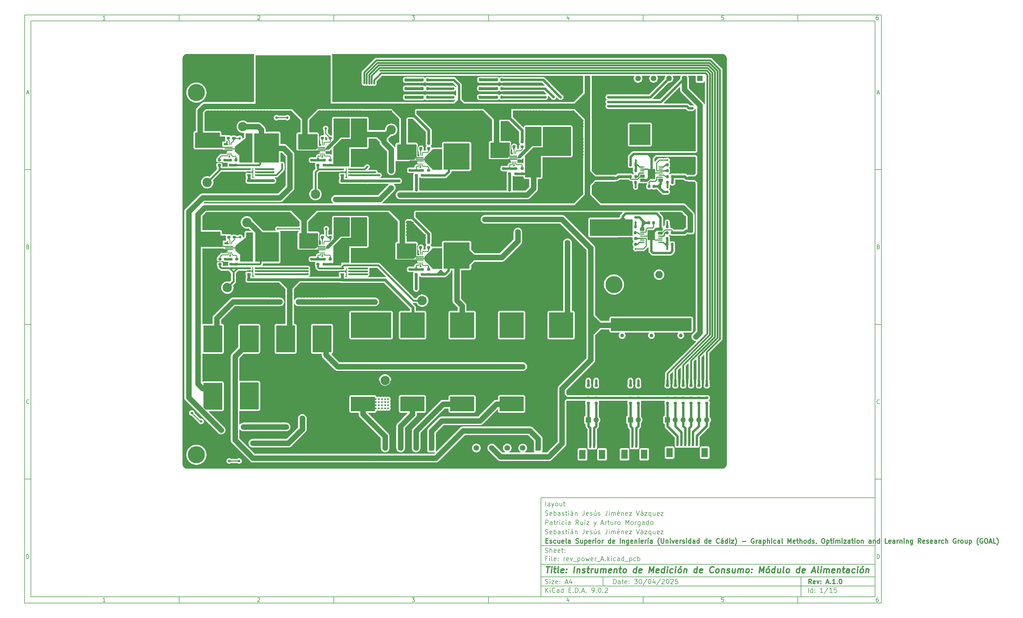
<source format=gbr>
%TF.GenerationSoftware,KiCad,Pcbnew,9.0.2*%
%TF.CreationDate,2025-11-09T23:00:08+01:00*%
%TF.ProjectId,rev_power_A,7265765f-706f-4776-9572-5f412e6b6963,A.1.0*%
%TF.SameCoordinates,Original*%
%TF.FileFunction,Copper,L1,Top*%
%TF.FilePolarity,Positive*%
%FSLAX46Y46*%
G04 Gerber Fmt 4.6, Leading zero omitted, Abs format (unit mm)*
G04 Created by KiCad (PCBNEW 9.0.2) date 2025-11-09 23:00:08*
%MOMM*%
%LPD*%
G01*
G04 APERTURE LIST*
G04 Aperture macros list*
%AMRoundRect*
0 Rectangle with rounded corners*
0 $1 Rounding radius*
0 $2 $3 $4 $5 $6 $7 $8 $9 X,Y pos of 4 corners*
0 Add a 4 corners polygon primitive as box body*
4,1,4,$2,$3,$4,$5,$6,$7,$8,$9,$2,$3,0*
0 Add four circle primitives for the rounded corners*
1,1,$1+$1,$2,$3*
1,1,$1+$1,$4,$5*
1,1,$1+$1,$6,$7*
1,1,$1+$1,$8,$9*
0 Add four rect primitives between the rounded corners*
20,1,$1+$1,$2,$3,$4,$5,0*
20,1,$1+$1,$4,$5,$6,$7,0*
20,1,$1+$1,$6,$7,$8,$9,0*
20,1,$1+$1,$8,$9,$2,$3,0*%
G04 Aperture macros list end*
%ADD10C,0.100000*%
%ADD11C,0.150000*%
%ADD12C,0.300000*%
%ADD13C,0.400000*%
%TA.AperFunction,Conductor*%
%ADD14C,0.200000*%
%TD*%
%TA.AperFunction,Conductor*%
%ADD15C,0.350000*%
%TD*%
%TA.AperFunction,Conductor*%
%ADD16C,0.250000*%
%TD*%
%TA.AperFunction,SMDPad,CuDef*%
%ADD17R,2.850000X6.050000*%
%TD*%
%TA.AperFunction,SMDPad,CuDef*%
%ADD18RoundRect,0.200000X0.200000X0.275000X-0.200000X0.275000X-0.200000X-0.275000X0.200000X-0.275000X0*%
%TD*%
%TA.AperFunction,ComponentPad*%
%ADD19R,1.700000X1.700000*%
%TD*%
%TA.AperFunction,ComponentPad*%
%ADD20O,1.700000X1.700000*%
%TD*%
%TA.AperFunction,SMDPad,CuDef*%
%ADD21R,2.500000X0.350000*%
%TD*%
%TA.AperFunction,SMDPad,CuDef*%
%ADD22R,0.250000X0.600000*%
%TD*%
%TA.AperFunction,SMDPad,CuDef*%
%ADD23RoundRect,0.200000X-0.275000X0.200000X-0.275000X-0.200000X0.275000X-0.200000X0.275000X0.200000X0*%
%TD*%
%TA.AperFunction,ComponentPad*%
%ADD24C,3.000000*%
%TD*%
%TA.AperFunction,SMDPad,CuDef*%
%ADD25RoundRect,0.250000X0.650000X-0.325000X0.650000X0.325000X-0.650000X0.325000X-0.650000X-0.325000X0*%
%TD*%
%TA.AperFunction,SMDPad,CuDef*%
%ADD26RoundRect,0.200000X-0.200000X-0.275000X0.200000X-0.275000X0.200000X0.275000X-0.200000X0.275000X0*%
%TD*%
%TA.AperFunction,SMDPad,CuDef*%
%ADD27R,0.980000X3.400000*%
%TD*%
%TA.AperFunction,SMDPad,CuDef*%
%ADD28R,1.250000X0.600000*%
%TD*%
%TA.AperFunction,SMDPad,CuDef*%
%ADD29R,3.500000X1.800000*%
%TD*%
%TA.AperFunction,SMDPad,CuDef*%
%ADD30R,1.475000X0.450000*%
%TD*%
%TA.AperFunction,SMDPad,CuDef*%
%ADD31R,2.410000X3.290000*%
%TD*%
%TA.AperFunction,SMDPad,CuDef*%
%ADD32R,1.800000X3.500000*%
%TD*%
%TA.AperFunction,SMDPad,CuDef*%
%ADD33RoundRect,0.200000X0.275000X-0.200000X0.275000X0.200000X-0.275000X0.200000X-0.275000X-0.200000X0*%
%TD*%
%TA.AperFunction,SMDPad,CuDef*%
%ADD34RoundRect,0.225000X0.250000X-0.225000X0.250000X0.225000X-0.250000X0.225000X-0.250000X-0.225000X0*%
%TD*%
%TA.AperFunction,SMDPad,CuDef*%
%ADD35RoundRect,0.218750X0.218750X0.256250X-0.218750X0.256250X-0.218750X-0.256250X0.218750X-0.256250X0*%
%TD*%
%TA.AperFunction,ComponentPad*%
%ADD36C,2.400000*%
%TD*%
%TA.AperFunction,SMDPad,CuDef*%
%ADD37RoundRect,0.225000X-0.250000X0.225000X-0.250000X-0.225000X0.250000X-0.225000X0.250000X0.225000X0*%
%TD*%
%TA.AperFunction,SMDPad,CuDef*%
%ADD38RoundRect,0.225000X0.225000X0.250000X-0.225000X0.250000X-0.225000X-0.250000X0.225000X-0.250000X0*%
%TD*%
%TA.AperFunction,ComponentPad*%
%ADD39R,1.800000X1.800000*%
%TD*%
%TA.AperFunction,ComponentPad*%
%ADD40C,1.800000*%
%TD*%
%TA.AperFunction,SMDPad,CuDef*%
%ADD41R,0.800000X1.600000*%
%TD*%
%TA.AperFunction,SMDPad,CuDef*%
%ADD42R,2.100000X3.000000*%
%TD*%
%TA.AperFunction,SMDPad,CuDef*%
%ADD43RoundRect,0.225000X-0.225000X-0.250000X0.225000X-0.250000X0.225000X0.250000X-0.225000X0.250000X0*%
%TD*%
%TA.AperFunction,ComponentPad*%
%ADD44C,5.500000*%
%TD*%
%TA.AperFunction,SMDPad,CuDef*%
%ADD45RoundRect,0.218750X-0.218750X-0.256250X0.218750X-0.256250X0.218750X0.256250X-0.218750X0.256250X0*%
%TD*%
%TA.AperFunction,SMDPad,CuDef*%
%ADD46RoundRect,0.250000X-0.650000X0.325000X-0.650000X-0.325000X0.650000X-0.325000X0.650000X0.325000X0*%
%TD*%
%TA.AperFunction,ComponentPad*%
%ADD47C,1.200000*%
%TD*%
%TA.AperFunction,ViaPad*%
%ADD48C,0.600000*%
%TD*%
%TA.AperFunction,ViaPad*%
%ADD49C,1.800000*%
%TD*%
%TA.AperFunction,ViaPad*%
%ADD50C,0.950000*%
%TD*%
%TA.AperFunction,ViaPad*%
%ADD51C,0.800000*%
%TD*%
%TA.AperFunction,Conductor*%
%ADD52C,0.600000*%
%TD*%
%TA.AperFunction,Conductor*%
%ADD53C,0.950000*%
%TD*%
%TA.AperFunction,Conductor*%
%ADD54C,0.800000*%
%TD*%
%TA.AperFunction,Conductor*%
%ADD55C,1.800000*%
%TD*%
%TA.AperFunction,Conductor*%
%ADD56C,1.150000*%
%TD*%
%TA.AperFunction,Conductor*%
%ADD57C,0.900000*%
%TD*%
%TA.AperFunction,Conductor*%
%ADD58C,0.450000*%
%TD*%
G04 APERTURE END LIST*
D10*
D11*
X177002200Y-166007200D02*
X285002200Y-166007200D01*
X285002200Y-198007200D01*
X177002200Y-198007200D01*
X177002200Y-166007200D01*
D10*
D11*
X10000000Y-10000000D02*
X287002200Y-10000000D01*
X287002200Y-200007200D01*
X10000000Y-200007200D01*
X10000000Y-10000000D01*
D10*
D11*
X12000000Y-12000000D02*
X285002200Y-12000000D01*
X285002200Y-198007200D01*
X12000000Y-198007200D01*
X12000000Y-12000000D01*
D10*
D11*
X60000000Y-12000000D02*
X60000000Y-10000000D01*
D10*
D11*
X110000000Y-12000000D02*
X110000000Y-10000000D01*
D10*
D11*
X160000000Y-12000000D02*
X160000000Y-10000000D01*
D10*
D11*
X210000000Y-12000000D02*
X210000000Y-10000000D01*
D10*
D11*
X260000000Y-12000000D02*
X260000000Y-10000000D01*
D10*
D11*
X36089160Y-11593604D02*
X35346303Y-11593604D01*
X35717731Y-11593604D02*
X35717731Y-10293604D01*
X35717731Y-10293604D02*
X35593922Y-10479319D01*
X35593922Y-10479319D02*
X35470112Y-10603128D01*
X35470112Y-10603128D02*
X35346303Y-10665033D01*
D10*
D11*
X85346303Y-10417414D02*
X85408207Y-10355509D01*
X85408207Y-10355509D02*
X85532017Y-10293604D01*
X85532017Y-10293604D02*
X85841541Y-10293604D01*
X85841541Y-10293604D02*
X85965350Y-10355509D01*
X85965350Y-10355509D02*
X86027255Y-10417414D01*
X86027255Y-10417414D02*
X86089160Y-10541223D01*
X86089160Y-10541223D02*
X86089160Y-10665033D01*
X86089160Y-10665033D02*
X86027255Y-10850747D01*
X86027255Y-10850747D02*
X85284398Y-11593604D01*
X85284398Y-11593604D02*
X86089160Y-11593604D01*
D10*
D11*
X135284398Y-10293604D02*
X136089160Y-10293604D01*
X136089160Y-10293604D02*
X135655826Y-10788842D01*
X135655826Y-10788842D02*
X135841541Y-10788842D01*
X135841541Y-10788842D02*
X135965350Y-10850747D01*
X135965350Y-10850747D02*
X136027255Y-10912652D01*
X136027255Y-10912652D02*
X136089160Y-11036461D01*
X136089160Y-11036461D02*
X136089160Y-11345985D01*
X136089160Y-11345985D02*
X136027255Y-11469795D01*
X136027255Y-11469795D02*
X135965350Y-11531700D01*
X135965350Y-11531700D02*
X135841541Y-11593604D01*
X135841541Y-11593604D02*
X135470112Y-11593604D01*
X135470112Y-11593604D02*
X135346303Y-11531700D01*
X135346303Y-11531700D02*
X135284398Y-11469795D01*
D10*
D11*
X185965350Y-10726938D02*
X185965350Y-11593604D01*
X185655826Y-10231700D02*
X185346303Y-11160271D01*
X185346303Y-11160271D02*
X186151064Y-11160271D01*
D10*
D11*
X236027255Y-10293604D02*
X235408207Y-10293604D01*
X235408207Y-10293604D02*
X235346303Y-10912652D01*
X235346303Y-10912652D02*
X235408207Y-10850747D01*
X235408207Y-10850747D02*
X235532017Y-10788842D01*
X235532017Y-10788842D02*
X235841541Y-10788842D01*
X235841541Y-10788842D02*
X235965350Y-10850747D01*
X235965350Y-10850747D02*
X236027255Y-10912652D01*
X236027255Y-10912652D02*
X236089160Y-11036461D01*
X236089160Y-11036461D02*
X236089160Y-11345985D01*
X236089160Y-11345985D02*
X236027255Y-11469795D01*
X236027255Y-11469795D02*
X235965350Y-11531700D01*
X235965350Y-11531700D02*
X235841541Y-11593604D01*
X235841541Y-11593604D02*
X235532017Y-11593604D01*
X235532017Y-11593604D02*
X235408207Y-11531700D01*
X235408207Y-11531700D02*
X235346303Y-11469795D01*
D10*
D11*
X285965350Y-10293604D02*
X285717731Y-10293604D01*
X285717731Y-10293604D02*
X285593922Y-10355509D01*
X285593922Y-10355509D02*
X285532017Y-10417414D01*
X285532017Y-10417414D02*
X285408207Y-10603128D01*
X285408207Y-10603128D02*
X285346303Y-10850747D01*
X285346303Y-10850747D02*
X285346303Y-11345985D01*
X285346303Y-11345985D02*
X285408207Y-11469795D01*
X285408207Y-11469795D02*
X285470112Y-11531700D01*
X285470112Y-11531700D02*
X285593922Y-11593604D01*
X285593922Y-11593604D02*
X285841541Y-11593604D01*
X285841541Y-11593604D02*
X285965350Y-11531700D01*
X285965350Y-11531700D02*
X286027255Y-11469795D01*
X286027255Y-11469795D02*
X286089160Y-11345985D01*
X286089160Y-11345985D02*
X286089160Y-11036461D01*
X286089160Y-11036461D02*
X286027255Y-10912652D01*
X286027255Y-10912652D02*
X285965350Y-10850747D01*
X285965350Y-10850747D02*
X285841541Y-10788842D01*
X285841541Y-10788842D02*
X285593922Y-10788842D01*
X285593922Y-10788842D02*
X285470112Y-10850747D01*
X285470112Y-10850747D02*
X285408207Y-10912652D01*
X285408207Y-10912652D02*
X285346303Y-11036461D01*
D10*
D11*
X60000000Y-198007200D02*
X60000000Y-200007200D01*
D10*
D11*
X110000000Y-198007200D02*
X110000000Y-200007200D01*
D10*
D11*
X160000000Y-198007200D02*
X160000000Y-200007200D01*
D10*
D11*
X210000000Y-198007200D02*
X210000000Y-200007200D01*
D10*
D11*
X260000000Y-198007200D02*
X260000000Y-200007200D01*
D10*
D11*
X36089160Y-199600804D02*
X35346303Y-199600804D01*
X35717731Y-199600804D02*
X35717731Y-198300804D01*
X35717731Y-198300804D02*
X35593922Y-198486519D01*
X35593922Y-198486519D02*
X35470112Y-198610328D01*
X35470112Y-198610328D02*
X35346303Y-198672233D01*
D10*
D11*
X85346303Y-198424614D02*
X85408207Y-198362709D01*
X85408207Y-198362709D02*
X85532017Y-198300804D01*
X85532017Y-198300804D02*
X85841541Y-198300804D01*
X85841541Y-198300804D02*
X85965350Y-198362709D01*
X85965350Y-198362709D02*
X86027255Y-198424614D01*
X86027255Y-198424614D02*
X86089160Y-198548423D01*
X86089160Y-198548423D02*
X86089160Y-198672233D01*
X86089160Y-198672233D02*
X86027255Y-198857947D01*
X86027255Y-198857947D02*
X85284398Y-199600804D01*
X85284398Y-199600804D02*
X86089160Y-199600804D01*
D10*
D11*
X135284398Y-198300804D02*
X136089160Y-198300804D01*
X136089160Y-198300804D02*
X135655826Y-198796042D01*
X135655826Y-198796042D02*
X135841541Y-198796042D01*
X135841541Y-198796042D02*
X135965350Y-198857947D01*
X135965350Y-198857947D02*
X136027255Y-198919852D01*
X136027255Y-198919852D02*
X136089160Y-199043661D01*
X136089160Y-199043661D02*
X136089160Y-199353185D01*
X136089160Y-199353185D02*
X136027255Y-199476995D01*
X136027255Y-199476995D02*
X135965350Y-199538900D01*
X135965350Y-199538900D02*
X135841541Y-199600804D01*
X135841541Y-199600804D02*
X135470112Y-199600804D01*
X135470112Y-199600804D02*
X135346303Y-199538900D01*
X135346303Y-199538900D02*
X135284398Y-199476995D01*
D10*
D11*
X185965350Y-198734138D02*
X185965350Y-199600804D01*
X185655826Y-198238900D02*
X185346303Y-199167471D01*
X185346303Y-199167471D02*
X186151064Y-199167471D01*
D10*
D11*
X236027255Y-198300804D02*
X235408207Y-198300804D01*
X235408207Y-198300804D02*
X235346303Y-198919852D01*
X235346303Y-198919852D02*
X235408207Y-198857947D01*
X235408207Y-198857947D02*
X235532017Y-198796042D01*
X235532017Y-198796042D02*
X235841541Y-198796042D01*
X235841541Y-198796042D02*
X235965350Y-198857947D01*
X235965350Y-198857947D02*
X236027255Y-198919852D01*
X236027255Y-198919852D02*
X236089160Y-199043661D01*
X236089160Y-199043661D02*
X236089160Y-199353185D01*
X236089160Y-199353185D02*
X236027255Y-199476995D01*
X236027255Y-199476995D02*
X235965350Y-199538900D01*
X235965350Y-199538900D02*
X235841541Y-199600804D01*
X235841541Y-199600804D02*
X235532017Y-199600804D01*
X235532017Y-199600804D02*
X235408207Y-199538900D01*
X235408207Y-199538900D02*
X235346303Y-199476995D01*
D10*
D11*
X285965350Y-198300804D02*
X285717731Y-198300804D01*
X285717731Y-198300804D02*
X285593922Y-198362709D01*
X285593922Y-198362709D02*
X285532017Y-198424614D01*
X285532017Y-198424614D02*
X285408207Y-198610328D01*
X285408207Y-198610328D02*
X285346303Y-198857947D01*
X285346303Y-198857947D02*
X285346303Y-199353185D01*
X285346303Y-199353185D02*
X285408207Y-199476995D01*
X285408207Y-199476995D02*
X285470112Y-199538900D01*
X285470112Y-199538900D02*
X285593922Y-199600804D01*
X285593922Y-199600804D02*
X285841541Y-199600804D01*
X285841541Y-199600804D02*
X285965350Y-199538900D01*
X285965350Y-199538900D02*
X286027255Y-199476995D01*
X286027255Y-199476995D02*
X286089160Y-199353185D01*
X286089160Y-199353185D02*
X286089160Y-199043661D01*
X286089160Y-199043661D02*
X286027255Y-198919852D01*
X286027255Y-198919852D02*
X285965350Y-198857947D01*
X285965350Y-198857947D02*
X285841541Y-198796042D01*
X285841541Y-198796042D02*
X285593922Y-198796042D01*
X285593922Y-198796042D02*
X285470112Y-198857947D01*
X285470112Y-198857947D02*
X285408207Y-198919852D01*
X285408207Y-198919852D02*
X285346303Y-199043661D01*
D10*
D11*
X10000000Y-60000000D02*
X12000000Y-60000000D01*
D10*
D11*
X10000000Y-110000000D02*
X12000000Y-110000000D01*
D10*
D11*
X10000000Y-160000000D02*
X12000000Y-160000000D01*
D10*
D11*
X10690476Y-35222176D02*
X11309523Y-35222176D01*
X10566666Y-35593604D02*
X10999999Y-34293604D01*
X10999999Y-34293604D02*
X11433333Y-35593604D01*
D10*
D11*
X11092857Y-84912652D02*
X11278571Y-84974557D01*
X11278571Y-84974557D02*
X11340476Y-85036461D01*
X11340476Y-85036461D02*
X11402380Y-85160271D01*
X11402380Y-85160271D02*
X11402380Y-85345985D01*
X11402380Y-85345985D02*
X11340476Y-85469795D01*
X11340476Y-85469795D02*
X11278571Y-85531700D01*
X11278571Y-85531700D02*
X11154761Y-85593604D01*
X11154761Y-85593604D02*
X10659523Y-85593604D01*
X10659523Y-85593604D02*
X10659523Y-84293604D01*
X10659523Y-84293604D02*
X11092857Y-84293604D01*
X11092857Y-84293604D02*
X11216666Y-84355509D01*
X11216666Y-84355509D02*
X11278571Y-84417414D01*
X11278571Y-84417414D02*
X11340476Y-84541223D01*
X11340476Y-84541223D02*
X11340476Y-84665033D01*
X11340476Y-84665033D02*
X11278571Y-84788842D01*
X11278571Y-84788842D02*
X11216666Y-84850747D01*
X11216666Y-84850747D02*
X11092857Y-84912652D01*
X11092857Y-84912652D02*
X10659523Y-84912652D01*
D10*
D11*
X11402380Y-135469795D02*
X11340476Y-135531700D01*
X11340476Y-135531700D02*
X11154761Y-135593604D01*
X11154761Y-135593604D02*
X11030952Y-135593604D01*
X11030952Y-135593604D02*
X10845238Y-135531700D01*
X10845238Y-135531700D02*
X10721428Y-135407890D01*
X10721428Y-135407890D02*
X10659523Y-135284080D01*
X10659523Y-135284080D02*
X10597619Y-135036461D01*
X10597619Y-135036461D02*
X10597619Y-134850747D01*
X10597619Y-134850747D02*
X10659523Y-134603128D01*
X10659523Y-134603128D02*
X10721428Y-134479319D01*
X10721428Y-134479319D02*
X10845238Y-134355509D01*
X10845238Y-134355509D02*
X11030952Y-134293604D01*
X11030952Y-134293604D02*
X11154761Y-134293604D01*
X11154761Y-134293604D02*
X11340476Y-134355509D01*
X11340476Y-134355509D02*
X11402380Y-134417414D01*
D10*
D11*
X10659523Y-185593604D02*
X10659523Y-184293604D01*
X10659523Y-184293604D02*
X10969047Y-184293604D01*
X10969047Y-184293604D02*
X11154761Y-184355509D01*
X11154761Y-184355509D02*
X11278571Y-184479319D01*
X11278571Y-184479319D02*
X11340476Y-184603128D01*
X11340476Y-184603128D02*
X11402380Y-184850747D01*
X11402380Y-184850747D02*
X11402380Y-185036461D01*
X11402380Y-185036461D02*
X11340476Y-185284080D01*
X11340476Y-185284080D02*
X11278571Y-185407890D01*
X11278571Y-185407890D02*
X11154761Y-185531700D01*
X11154761Y-185531700D02*
X10969047Y-185593604D01*
X10969047Y-185593604D02*
X10659523Y-185593604D01*
D10*
D11*
X287002200Y-60000000D02*
X285002200Y-60000000D01*
D10*
D11*
X287002200Y-110000000D02*
X285002200Y-110000000D01*
D10*
D11*
X287002200Y-160000000D02*
X285002200Y-160000000D01*
D10*
D11*
X285692676Y-35222176D02*
X286311723Y-35222176D01*
X285568866Y-35593604D02*
X286002199Y-34293604D01*
X286002199Y-34293604D02*
X286435533Y-35593604D01*
D10*
D11*
X286095057Y-84912652D02*
X286280771Y-84974557D01*
X286280771Y-84974557D02*
X286342676Y-85036461D01*
X286342676Y-85036461D02*
X286404580Y-85160271D01*
X286404580Y-85160271D02*
X286404580Y-85345985D01*
X286404580Y-85345985D02*
X286342676Y-85469795D01*
X286342676Y-85469795D02*
X286280771Y-85531700D01*
X286280771Y-85531700D02*
X286156961Y-85593604D01*
X286156961Y-85593604D02*
X285661723Y-85593604D01*
X285661723Y-85593604D02*
X285661723Y-84293604D01*
X285661723Y-84293604D02*
X286095057Y-84293604D01*
X286095057Y-84293604D02*
X286218866Y-84355509D01*
X286218866Y-84355509D02*
X286280771Y-84417414D01*
X286280771Y-84417414D02*
X286342676Y-84541223D01*
X286342676Y-84541223D02*
X286342676Y-84665033D01*
X286342676Y-84665033D02*
X286280771Y-84788842D01*
X286280771Y-84788842D02*
X286218866Y-84850747D01*
X286218866Y-84850747D02*
X286095057Y-84912652D01*
X286095057Y-84912652D02*
X285661723Y-84912652D01*
D10*
D11*
X286404580Y-135469795D02*
X286342676Y-135531700D01*
X286342676Y-135531700D02*
X286156961Y-135593604D01*
X286156961Y-135593604D02*
X286033152Y-135593604D01*
X286033152Y-135593604D02*
X285847438Y-135531700D01*
X285847438Y-135531700D02*
X285723628Y-135407890D01*
X285723628Y-135407890D02*
X285661723Y-135284080D01*
X285661723Y-135284080D02*
X285599819Y-135036461D01*
X285599819Y-135036461D02*
X285599819Y-134850747D01*
X285599819Y-134850747D02*
X285661723Y-134603128D01*
X285661723Y-134603128D02*
X285723628Y-134479319D01*
X285723628Y-134479319D02*
X285847438Y-134355509D01*
X285847438Y-134355509D02*
X286033152Y-134293604D01*
X286033152Y-134293604D02*
X286156961Y-134293604D01*
X286156961Y-134293604D02*
X286342676Y-134355509D01*
X286342676Y-134355509D02*
X286404580Y-134417414D01*
D10*
D11*
X285661723Y-185593604D02*
X285661723Y-184293604D01*
X285661723Y-184293604D02*
X285971247Y-184293604D01*
X285971247Y-184293604D02*
X286156961Y-184355509D01*
X286156961Y-184355509D02*
X286280771Y-184479319D01*
X286280771Y-184479319D02*
X286342676Y-184603128D01*
X286342676Y-184603128D02*
X286404580Y-184850747D01*
X286404580Y-184850747D02*
X286404580Y-185036461D01*
X286404580Y-185036461D02*
X286342676Y-185284080D01*
X286342676Y-185284080D02*
X286280771Y-185407890D01*
X286280771Y-185407890D02*
X286156961Y-185531700D01*
X286156961Y-185531700D02*
X285971247Y-185593604D01*
X285971247Y-185593604D02*
X285661723Y-185593604D01*
D10*
D11*
X200458026Y-193793328D02*
X200458026Y-192293328D01*
X200458026Y-192293328D02*
X200815169Y-192293328D01*
X200815169Y-192293328D02*
X201029455Y-192364757D01*
X201029455Y-192364757D02*
X201172312Y-192507614D01*
X201172312Y-192507614D02*
X201243741Y-192650471D01*
X201243741Y-192650471D02*
X201315169Y-192936185D01*
X201315169Y-192936185D02*
X201315169Y-193150471D01*
X201315169Y-193150471D02*
X201243741Y-193436185D01*
X201243741Y-193436185D02*
X201172312Y-193579042D01*
X201172312Y-193579042D02*
X201029455Y-193721900D01*
X201029455Y-193721900D02*
X200815169Y-193793328D01*
X200815169Y-193793328D02*
X200458026Y-193793328D01*
X202600884Y-193793328D02*
X202600884Y-193007614D01*
X202600884Y-193007614D02*
X202529455Y-192864757D01*
X202529455Y-192864757D02*
X202386598Y-192793328D01*
X202386598Y-192793328D02*
X202100884Y-192793328D01*
X202100884Y-192793328D02*
X201958026Y-192864757D01*
X202600884Y-193721900D02*
X202458026Y-193793328D01*
X202458026Y-193793328D02*
X202100884Y-193793328D01*
X202100884Y-193793328D02*
X201958026Y-193721900D01*
X201958026Y-193721900D02*
X201886598Y-193579042D01*
X201886598Y-193579042D02*
X201886598Y-193436185D01*
X201886598Y-193436185D02*
X201958026Y-193293328D01*
X201958026Y-193293328D02*
X202100884Y-193221900D01*
X202100884Y-193221900D02*
X202458026Y-193221900D01*
X202458026Y-193221900D02*
X202600884Y-193150471D01*
X203100884Y-192793328D02*
X203672312Y-192793328D01*
X203315169Y-192293328D02*
X203315169Y-193579042D01*
X203315169Y-193579042D02*
X203386598Y-193721900D01*
X203386598Y-193721900D02*
X203529455Y-193793328D01*
X203529455Y-193793328D02*
X203672312Y-193793328D01*
X204743741Y-193721900D02*
X204600884Y-193793328D01*
X204600884Y-193793328D02*
X204315170Y-193793328D01*
X204315170Y-193793328D02*
X204172312Y-193721900D01*
X204172312Y-193721900D02*
X204100884Y-193579042D01*
X204100884Y-193579042D02*
X204100884Y-193007614D01*
X204100884Y-193007614D02*
X204172312Y-192864757D01*
X204172312Y-192864757D02*
X204315170Y-192793328D01*
X204315170Y-192793328D02*
X204600884Y-192793328D01*
X204600884Y-192793328D02*
X204743741Y-192864757D01*
X204743741Y-192864757D02*
X204815170Y-193007614D01*
X204815170Y-193007614D02*
X204815170Y-193150471D01*
X204815170Y-193150471D02*
X204100884Y-193293328D01*
X205458026Y-193650471D02*
X205529455Y-193721900D01*
X205529455Y-193721900D02*
X205458026Y-193793328D01*
X205458026Y-193793328D02*
X205386598Y-193721900D01*
X205386598Y-193721900D02*
X205458026Y-193650471D01*
X205458026Y-193650471D02*
X205458026Y-193793328D01*
X205458026Y-192864757D02*
X205529455Y-192936185D01*
X205529455Y-192936185D02*
X205458026Y-193007614D01*
X205458026Y-193007614D02*
X205386598Y-192936185D01*
X205386598Y-192936185D02*
X205458026Y-192864757D01*
X205458026Y-192864757D02*
X205458026Y-193007614D01*
X207172312Y-192293328D02*
X208100884Y-192293328D01*
X208100884Y-192293328D02*
X207600884Y-192864757D01*
X207600884Y-192864757D02*
X207815169Y-192864757D01*
X207815169Y-192864757D02*
X207958027Y-192936185D01*
X207958027Y-192936185D02*
X208029455Y-193007614D01*
X208029455Y-193007614D02*
X208100884Y-193150471D01*
X208100884Y-193150471D02*
X208100884Y-193507614D01*
X208100884Y-193507614D02*
X208029455Y-193650471D01*
X208029455Y-193650471D02*
X207958027Y-193721900D01*
X207958027Y-193721900D02*
X207815169Y-193793328D01*
X207815169Y-193793328D02*
X207386598Y-193793328D01*
X207386598Y-193793328D02*
X207243741Y-193721900D01*
X207243741Y-193721900D02*
X207172312Y-193650471D01*
X209029455Y-192293328D02*
X209172312Y-192293328D01*
X209172312Y-192293328D02*
X209315169Y-192364757D01*
X209315169Y-192364757D02*
X209386598Y-192436185D01*
X209386598Y-192436185D02*
X209458026Y-192579042D01*
X209458026Y-192579042D02*
X209529455Y-192864757D01*
X209529455Y-192864757D02*
X209529455Y-193221900D01*
X209529455Y-193221900D02*
X209458026Y-193507614D01*
X209458026Y-193507614D02*
X209386598Y-193650471D01*
X209386598Y-193650471D02*
X209315169Y-193721900D01*
X209315169Y-193721900D02*
X209172312Y-193793328D01*
X209172312Y-193793328D02*
X209029455Y-193793328D01*
X209029455Y-193793328D02*
X208886598Y-193721900D01*
X208886598Y-193721900D02*
X208815169Y-193650471D01*
X208815169Y-193650471D02*
X208743740Y-193507614D01*
X208743740Y-193507614D02*
X208672312Y-193221900D01*
X208672312Y-193221900D02*
X208672312Y-192864757D01*
X208672312Y-192864757D02*
X208743740Y-192579042D01*
X208743740Y-192579042D02*
X208815169Y-192436185D01*
X208815169Y-192436185D02*
X208886598Y-192364757D01*
X208886598Y-192364757D02*
X209029455Y-192293328D01*
X211243740Y-192221900D02*
X209958026Y-194150471D01*
X212029455Y-192293328D02*
X212172312Y-192293328D01*
X212172312Y-192293328D02*
X212315169Y-192364757D01*
X212315169Y-192364757D02*
X212386598Y-192436185D01*
X212386598Y-192436185D02*
X212458026Y-192579042D01*
X212458026Y-192579042D02*
X212529455Y-192864757D01*
X212529455Y-192864757D02*
X212529455Y-193221900D01*
X212529455Y-193221900D02*
X212458026Y-193507614D01*
X212458026Y-193507614D02*
X212386598Y-193650471D01*
X212386598Y-193650471D02*
X212315169Y-193721900D01*
X212315169Y-193721900D02*
X212172312Y-193793328D01*
X212172312Y-193793328D02*
X212029455Y-193793328D01*
X212029455Y-193793328D02*
X211886598Y-193721900D01*
X211886598Y-193721900D02*
X211815169Y-193650471D01*
X211815169Y-193650471D02*
X211743740Y-193507614D01*
X211743740Y-193507614D02*
X211672312Y-193221900D01*
X211672312Y-193221900D02*
X211672312Y-192864757D01*
X211672312Y-192864757D02*
X211743740Y-192579042D01*
X211743740Y-192579042D02*
X211815169Y-192436185D01*
X211815169Y-192436185D02*
X211886598Y-192364757D01*
X211886598Y-192364757D02*
X212029455Y-192293328D01*
X213815169Y-192793328D02*
X213815169Y-193793328D01*
X213458026Y-192221900D02*
X213100883Y-193293328D01*
X213100883Y-193293328D02*
X214029454Y-193293328D01*
X215672311Y-192221900D02*
X214386597Y-194150471D01*
X216100883Y-192436185D02*
X216172311Y-192364757D01*
X216172311Y-192364757D02*
X216315169Y-192293328D01*
X216315169Y-192293328D02*
X216672311Y-192293328D01*
X216672311Y-192293328D02*
X216815169Y-192364757D01*
X216815169Y-192364757D02*
X216886597Y-192436185D01*
X216886597Y-192436185D02*
X216958026Y-192579042D01*
X216958026Y-192579042D02*
X216958026Y-192721900D01*
X216958026Y-192721900D02*
X216886597Y-192936185D01*
X216886597Y-192936185D02*
X216029454Y-193793328D01*
X216029454Y-193793328D02*
X216958026Y-193793328D01*
X217886597Y-192293328D02*
X218029454Y-192293328D01*
X218029454Y-192293328D02*
X218172311Y-192364757D01*
X218172311Y-192364757D02*
X218243740Y-192436185D01*
X218243740Y-192436185D02*
X218315168Y-192579042D01*
X218315168Y-192579042D02*
X218386597Y-192864757D01*
X218386597Y-192864757D02*
X218386597Y-193221900D01*
X218386597Y-193221900D02*
X218315168Y-193507614D01*
X218315168Y-193507614D02*
X218243740Y-193650471D01*
X218243740Y-193650471D02*
X218172311Y-193721900D01*
X218172311Y-193721900D02*
X218029454Y-193793328D01*
X218029454Y-193793328D02*
X217886597Y-193793328D01*
X217886597Y-193793328D02*
X217743740Y-193721900D01*
X217743740Y-193721900D02*
X217672311Y-193650471D01*
X217672311Y-193650471D02*
X217600882Y-193507614D01*
X217600882Y-193507614D02*
X217529454Y-193221900D01*
X217529454Y-193221900D02*
X217529454Y-192864757D01*
X217529454Y-192864757D02*
X217600882Y-192579042D01*
X217600882Y-192579042D02*
X217672311Y-192436185D01*
X217672311Y-192436185D02*
X217743740Y-192364757D01*
X217743740Y-192364757D02*
X217886597Y-192293328D01*
X218958025Y-192436185D02*
X219029453Y-192364757D01*
X219029453Y-192364757D02*
X219172311Y-192293328D01*
X219172311Y-192293328D02*
X219529453Y-192293328D01*
X219529453Y-192293328D02*
X219672311Y-192364757D01*
X219672311Y-192364757D02*
X219743739Y-192436185D01*
X219743739Y-192436185D02*
X219815168Y-192579042D01*
X219815168Y-192579042D02*
X219815168Y-192721900D01*
X219815168Y-192721900D02*
X219743739Y-192936185D01*
X219743739Y-192936185D02*
X218886596Y-193793328D01*
X218886596Y-193793328D02*
X219815168Y-193793328D01*
X221172310Y-192293328D02*
X220458024Y-192293328D01*
X220458024Y-192293328D02*
X220386596Y-193007614D01*
X220386596Y-193007614D02*
X220458024Y-192936185D01*
X220458024Y-192936185D02*
X220600882Y-192864757D01*
X220600882Y-192864757D02*
X220958024Y-192864757D01*
X220958024Y-192864757D02*
X221100882Y-192936185D01*
X221100882Y-192936185D02*
X221172310Y-193007614D01*
X221172310Y-193007614D02*
X221243739Y-193150471D01*
X221243739Y-193150471D02*
X221243739Y-193507614D01*
X221243739Y-193507614D02*
X221172310Y-193650471D01*
X221172310Y-193650471D02*
X221100882Y-193721900D01*
X221100882Y-193721900D02*
X220958024Y-193793328D01*
X220958024Y-193793328D02*
X220600882Y-193793328D01*
X220600882Y-193793328D02*
X220458024Y-193721900D01*
X220458024Y-193721900D02*
X220386596Y-193650471D01*
D10*
D11*
X177002200Y-194507200D02*
X285002200Y-194507200D01*
D10*
D11*
X178458026Y-196593328D02*
X178458026Y-195093328D01*
X179315169Y-196593328D02*
X178672312Y-195736185D01*
X179315169Y-195093328D02*
X178458026Y-195950471D01*
X179958026Y-196593328D02*
X179958026Y-195593328D01*
X179958026Y-195093328D02*
X179886598Y-195164757D01*
X179886598Y-195164757D02*
X179958026Y-195236185D01*
X179958026Y-195236185D02*
X180029455Y-195164757D01*
X180029455Y-195164757D02*
X179958026Y-195093328D01*
X179958026Y-195093328D02*
X179958026Y-195236185D01*
X181529455Y-196450471D02*
X181458027Y-196521900D01*
X181458027Y-196521900D02*
X181243741Y-196593328D01*
X181243741Y-196593328D02*
X181100884Y-196593328D01*
X181100884Y-196593328D02*
X180886598Y-196521900D01*
X180886598Y-196521900D02*
X180743741Y-196379042D01*
X180743741Y-196379042D02*
X180672312Y-196236185D01*
X180672312Y-196236185D02*
X180600884Y-195950471D01*
X180600884Y-195950471D02*
X180600884Y-195736185D01*
X180600884Y-195736185D02*
X180672312Y-195450471D01*
X180672312Y-195450471D02*
X180743741Y-195307614D01*
X180743741Y-195307614D02*
X180886598Y-195164757D01*
X180886598Y-195164757D02*
X181100884Y-195093328D01*
X181100884Y-195093328D02*
X181243741Y-195093328D01*
X181243741Y-195093328D02*
X181458027Y-195164757D01*
X181458027Y-195164757D02*
X181529455Y-195236185D01*
X182815170Y-196593328D02*
X182815170Y-195807614D01*
X182815170Y-195807614D02*
X182743741Y-195664757D01*
X182743741Y-195664757D02*
X182600884Y-195593328D01*
X182600884Y-195593328D02*
X182315170Y-195593328D01*
X182315170Y-195593328D02*
X182172312Y-195664757D01*
X182815170Y-196521900D02*
X182672312Y-196593328D01*
X182672312Y-196593328D02*
X182315170Y-196593328D01*
X182315170Y-196593328D02*
X182172312Y-196521900D01*
X182172312Y-196521900D02*
X182100884Y-196379042D01*
X182100884Y-196379042D02*
X182100884Y-196236185D01*
X182100884Y-196236185D02*
X182172312Y-196093328D01*
X182172312Y-196093328D02*
X182315170Y-196021900D01*
X182315170Y-196021900D02*
X182672312Y-196021900D01*
X182672312Y-196021900D02*
X182815170Y-195950471D01*
X184172313Y-196593328D02*
X184172313Y-195093328D01*
X184172313Y-196521900D02*
X184029455Y-196593328D01*
X184029455Y-196593328D02*
X183743741Y-196593328D01*
X183743741Y-196593328D02*
X183600884Y-196521900D01*
X183600884Y-196521900D02*
X183529455Y-196450471D01*
X183529455Y-196450471D02*
X183458027Y-196307614D01*
X183458027Y-196307614D02*
X183458027Y-195879042D01*
X183458027Y-195879042D02*
X183529455Y-195736185D01*
X183529455Y-195736185D02*
X183600884Y-195664757D01*
X183600884Y-195664757D02*
X183743741Y-195593328D01*
X183743741Y-195593328D02*
X184029455Y-195593328D01*
X184029455Y-195593328D02*
X184172313Y-195664757D01*
X186029455Y-195807614D02*
X186529455Y-195807614D01*
X186743741Y-196593328D02*
X186029455Y-196593328D01*
X186029455Y-196593328D02*
X186029455Y-195093328D01*
X186029455Y-195093328D02*
X186743741Y-195093328D01*
X187386598Y-196450471D02*
X187458027Y-196521900D01*
X187458027Y-196521900D02*
X187386598Y-196593328D01*
X187386598Y-196593328D02*
X187315170Y-196521900D01*
X187315170Y-196521900D02*
X187386598Y-196450471D01*
X187386598Y-196450471D02*
X187386598Y-196593328D01*
X188100884Y-196593328D02*
X188100884Y-195093328D01*
X188100884Y-195093328D02*
X188458027Y-195093328D01*
X188458027Y-195093328D02*
X188672313Y-195164757D01*
X188672313Y-195164757D02*
X188815170Y-195307614D01*
X188815170Y-195307614D02*
X188886599Y-195450471D01*
X188886599Y-195450471D02*
X188958027Y-195736185D01*
X188958027Y-195736185D02*
X188958027Y-195950471D01*
X188958027Y-195950471D02*
X188886599Y-196236185D01*
X188886599Y-196236185D02*
X188815170Y-196379042D01*
X188815170Y-196379042D02*
X188672313Y-196521900D01*
X188672313Y-196521900D02*
X188458027Y-196593328D01*
X188458027Y-196593328D02*
X188100884Y-196593328D01*
X189600884Y-196450471D02*
X189672313Y-196521900D01*
X189672313Y-196521900D02*
X189600884Y-196593328D01*
X189600884Y-196593328D02*
X189529456Y-196521900D01*
X189529456Y-196521900D02*
X189600884Y-196450471D01*
X189600884Y-196450471D02*
X189600884Y-196593328D01*
X190243742Y-196164757D02*
X190958028Y-196164757D01*
X190100885Y-196593328D02*
X190600885Y-195093328D01*
X190600885Y-195093328D02*
X191100885Y-196593328D01*
X191600884Y-196450471D02*
X191672313Y-196521900D01*
X191672313Y-196521900D02*
X191600884Y-196593328D01*
X191600884Y-196593328D02*
X191529456Y-196521900D01*
X191529456Y-196521900D02*
X191600884Y-196450471D01*
X191600884Y-196450471D02*
X191600884Y-196593328D01*
X193529456Y-196593328D02*
X193815170Y-196593328D01*
X193815170Y-196593328D02*
X193958027Y-196521900D01*
X193958027Y-196521900D02*
X194029456Y-196450471D01*
X194029456Y-196450471D02*
X194172313Y-196236185D01*
X194172313Y-196236185D02*
X194243742Y-195950471D01*
X194243742Y-195950471D02*
X194243742Y-195379042D01*
X194243742Y-195379042D02*
X194172313Y-195236185D01*
X194172313Y-195236185D02*
X194100885Y-195164757D01*
X194100885Y-195164757D02*
X193958027Y-195093328D01*
X193958027Y-195093328D02*
X193672313Y-195093328D01*
X193672313Y-195093328D02*
X193529456Y-195164757D01*
X193529456Y-195164757D02*
X193458027Y-195236185D01*
X193458027Y-195236185D02*
X193386599Y-195379042D01*
X193386599Y-195379042D02*
X193386599Y-195736185D01*
X193386599Y-195736185D02*
X193458027Y-195879042D01*
X193458027Y-195879042D02*
X193529456Y-195950471D01*
X193529456Y-195950471D02*
X193672313Y-196021900D01*
X193672313Y-196021900D02*
X193958027Y-196021900D01*
X193958027Y-196021900D02*
X194100885Y-195950471D01*
X194100885Y-195950471D02*
X194172313Y-195879042D01*
X194172313Y-195879042D02*
X194243742Y-195736185D01*
X194886598Y-196450471D02*
X194958027Y-196521900D01*
X194958027Y-196521900D02*
X194886598Y-196593328D01*
X194886598Y-196593328D02*
X194815170Y-196521900D01*
X194815170Y-196521900D02*
X194886598Y-196450471D01*
X194886598Y-196450471D02*
X194886598Y-196593328D01*
X195886599Y-195093328D02*
X196029456Y-195093328D01*
X196029456Y-195093328D02*
X196172313Y-195164757D01*
X196172313Y-195164757D02*
X196243742Y-195236185D01*
X196243742Y-195236185D02*
X196315170Y-195379042D01*
X196315170Y-195379042D02*
X196386599Y-195664757D01*
X196386599Y-195664757D02*
X196386599Y-196021900D01*
X196386599Y-196021900D02*
X196315170Y-196307614D01*
X196315170Y-196307614D02*
X196243742Y-196450471D01*
X196243742Y-196450471D02*
X196172313Y-196521900D01*
X196172313Y-196521900D02*
X196029456Y-196593328D01*
X196029456Y-196593328D02*
X195886599Y-196593328D01*
X195886599Y-196593328D02*
X195743742Y-196521900D01*
X195743742Y-196521900D02*
X195672313Y-196450471D01*
X195672313Y-196450471D02*
X195600884Y-196307614D01*
X195600884Y-196307614D02*
X195529456Y-196021900D01*
X195529456Y-196021900D02*
X195529456Y-195664757D01*
X195529456Y-195664757D02*
X195600884Y-195379042D01*
X195600884Y-195379042D02*
X195672313Y-195236185D01*
X195672313Y-195236185D02*
X195743742Y-195164757D01*
X195743742Y-195164757D02*
X195886599Y-195093328D01*
X197029455Y-196450471D02*
X197100884Y-196521900D01*
X197100884Y-196521900D02*
X197029455Y-196593328D01*
X197029455Y-196593328D02*
X196958027Y-196521900D01*
X196958027Y-196521900D02*
X197029455Y-196450471D01*
X197029455Y-196450471D02*
X197029455Y-196593328D01*
X197672313Y-195236185D02*
X197743741Y-195164757D01*
X197743741Y-195164757D02*
X197886599Y-195093328D01*
X197886599Y-195093328D02*
X198243741Y-195093328D01*
X198243741Y-195093328D02*
X198386599Y-195164757D01*
X198386599Y-195164757D02*
X198458027Y-195236185D01*
X198458027Y-195236185D02*
X198529456Y-195379042D01*
X198529456Y-195379042D02*
X198529456Y-195521900D01*
X198529456Y-195521900D02*
X198458027Y-195736185D01*
X198458027Y-195736185D02*
X197600884Y-196593328D01*
X197600884Y-196593328D02*
X198529456Y-196593328D01*
D10*
D11*
X177002200Y-191507200D02*
X285002200Y-191507200D01*
D10*
D12*
X264413853Y-193785528D02*
X263913853Y-193071242D01*
X263556710Y-193785528D02*
X263556710Y-192285528D01*
X263556710Y-192285528D02*
X264128139Y-192285528D01*
X264128139Y-192285528D02*
X264270996Y-192356957D01*
X264270996Y-192356957D02*
X264342425Y-192428385D01*
X264342425Y-192428385D02*
X264413853Y-192571242D01*
X264413853Y-192571242D02*
X264413853Y-192785528D01*
X264413853Y-192785528D02*
X264342425Y-192928385D01*
X264342425Y-192928385D02*
X264270996Y-192999814D01*
X264270996Y-192999814D02*
X264128139Y-193071242D01*
X264128139Y-193071242D02*
X263556710Y-193071242D01*
X265628139Y-193714100D02*
X265485282Y-193785528D01*
X265485282Y-193785528D02*
X265199568Y-193785528D01*
X265199568Y-193785528D02*
X265056710Y-193714100D01*
X265056710Y-193714100D02*
X264985282Y-193571242D01*
X264985282Y-193571242D02*
X264985282Y-192999814D01*
X264985282Y-192999814D02*
X265056710Y-192856957D01*
X265056710Y-192856957D02*
X265199568Y-192785528D01*
X265199568Y-192785528D02*
X265485282Y-192785528D01*
X265485282Y-192785528D02*
X265628139Y-192856957D01*
X265628139Y-192856957D02*
X265699568Y-192999814D01*
X265699568Y-192999814D02*
X265699568Y-193142671D01*
X265699568Y-193142671D02*
X264985282Y-193285528D01*
X266199567Y-192785528D02*
X266556710Y-193785528D01*
X266556710Y-193785528D02*
X266913853Y-192785528D01*
X267485281Y-193642671D02*
X267556710Y-193714100D01*
X267556710Y-193714100D02*
X267485281Y-193785528D01*
X267485281Y-193785528D02*
X267413853Y-193714100D01*
X267413853Y-193714100D02*
X267485281Y-193642671D01*
X267485281Y-193642671D02*
X267485281Y-193785528D01*
X267485281Y-192856957D02*
X267556710Y-192928385D01*
X267556710Y-192928385D02*
X267485281Y-192999814D01*
X267485281Y-192999814D02*
X267413853Y-192928385D01*
X267413853Y-192928385D02*
X267485281Y-192856957D01*
X267485281Y-192856957D02*
X267485281Y-192999814D01*
X269270996Y-193356957D02*
X269985282Y-193356957D01*
X269128139Y-193785528D02*
X269628139Y-192285528D01*
X269628139Y-192285528D02*
X270128139Y-193785528D01*
X270628138Y-193642671D02*
X270699567Y-193714100D01*
X270699567Y-193714100D02*
X270628138Y-193785528D01*
X270628138Y-193785528D02*
X270556710Y-193714100D01*
X270556710Y-193714100D02*
X270628138Y-193642671D01*
X270628138Y-193642671D02*
X270628138Y-193785528D01*
X272128139Y-193785528D02*
X271270996Y-193785528D01*
X271699567Y-193785528D02*
X271699567Y-192285528D01*
X271699567Y-192285528D02*
X271556710Y-192499814D01*
X271556710Y-192499814D02*
X271413853Y-192642671D01*
X271413853Y-192642671D02*
X271270996Y-192714100D01*
X272770995Y-193642671D02*
X272842424Y-193714100D01*
X272842424Y-193714100D02*
X272770995Y-193785528D01*
X272770995Y-193785528D02*
X272699567Y-193714100D01*
X272699567Y-193714100D02*
X272770995Y-193642671D01*
X272770995Y-193642671D02*
X272770995Y-193785528D01*
X273770996Y-192285528D02*
X273913853Y-192285528D01*
X273913853Y-192285528D02*
X274056710Y-192356957D01*
X274056710Y-192356957D02*
X274128139Y-192428385D01*
X274128139Y-192428385D02*
X274199567Y-192571242D01*
X274199567Y-192571242D02*
X274270996Y-192856957D01*
X274270996Y-192856957D02*
X274270996Y-193214100D01*
X274270996Y-193214100D02*
X274199567Y-193499814D01*
X274199567Y-193499814D02*
X274128139Y-193642671D01*
X274128139Y-193642671D02*
X274056710Y-193714100D01*
X274056710Y-193714100D02*
X273913853Y-193785528D01*
X273913853Y-193785528D02*
X273770996Y-193785528D01*
X273770996Y-193785528D02*
X273628139Y-193714100D01*
X273628139Y-193714100D02*
X273556710Y-193642671D01*
X273556710Y-193642671D02*
X273485281Y-193499814D01*
X273485281Y-193499814D02*
X273413853Y-193214100D01*
X273413853Y-193214100D02*
X273413853Y-192856957D01*
X273413853Y-192856957D02*
X273485281Y-192571242D01*
X273485281Y-192571242D02*
X273556710Y-192428385D01*
X273556710Y-192428385D02*
X273628139Y-192356957D01*
X273628139Y-192356957D02*
X273770996Y-192285528D01*
D10*
D11*
X178386598Y-193721900D02*
X178600884Y-193793328D01*
X178600884Y-193793328D02*
X178958026Y-193793328D01*
X178958026Y-193793328D02*
X179100884Y-193721900D01*
X179100884Y-193721900D02*
X179172312Y-193650471D01*
X179172312Y-193650471D02*
X179243741Y-193507614D01*
X179243741Y-193507614D02*
X179243741Y-193364757D01*
X179243741Y-193364757D02*
X179172312Y-193221900D01*
X179172312Y-193221900D02*
X179100884Y-193150471D01*
X179100884Y-193150471D02*
X178958026Y-193079042D01*
X178958026Y-193079042D02*
X178672312Y-193007614D01*
X178672312Y-193007614D02*
X178529455Y-192936185D01*
X178529455Y-192936185D02*
X178458026Y-192864757D01*
X178458026Y-192864757D02*
X178386598Y-192721900D01*
X178386598Y-192721900D02*
X178386598Y-192579042D01*
X178386598Y-192579042D02*
X178458026Y-192436185D01*
X178458026Y-192436185D02*
X178529455Y-192364757D01*
X178529455Y-192364757D02*
X178672312Y-192293328D01*
X178672312Y-192293328D02*
X179029455Y-192293328D01*
X179029455Y-192293328D02*
X179243741Y-192364757D01*
X179886597Y-193793328D02*
X179886597Y-192793328D01*
X179886597Y-192293328D02*
X179815169Y-192364757D01*
X179815169Y-192364757D02*
X179886597Y-192436185D01*
X179886597Y-192436185D02*
X179958026Y-192364757D01*
X179958026Y-192364757D02*
X179886597Y-192293328D01*
X179886597Y-192293328D02*
X179886597Y-192436185D01*
X180458026Y-192793328D02*
X181243741Y-192793328D01*
X181243741Y-192793328D02*
X180458026Y-193793328D01*
X180458026Y-193793328D02*
X181243741Y-193793328D01*
X182386598Y-193721900D02*
X182243741Y-193793328D01*
X182243741Y-193793328D02*
X181958027Y-193793328D01*
X181958027Y-193793328D02*
X181815169Y-193721900D01*
X181815169Y-193721900D02*
X181743741Y-193579042D01*
X181743741Y-193579042D02*
X181743741Y-193007614D01*
X181743741Y-193007614D02*
X181815169Y-192864757D01*
X181815169Y-192864757D02*
X181958027Y-192793328D01*
X181958027Y-192793328D02*
X182243741Y-192793328D01*
X182243741Y-192793328D02*
X182386598Y-192864757D01*
X182386598Y-192864757D02*
X182458027Y-193007614D01*
X182458027Y-193007614D02*
X182458027Y-193150471D01*
X182458027Y-193150471D02*
X181743741Y-193293328D01*
X183100883Y-193650471D02*
X183172312Y-193721900D01*
X183172312Y-193721900D02*
X183100883Y-193793328D01*
X183100883Y-193793328D02*
X183029455Y-193721900D01*
X183029455Y-193721900D02*
X183100883Y-193650471D01*
X183100883Y-193650471D02*
X183100883Y-193793328D01*
X183100883Y-192864757D02*
X183172312Y-192936185D01*
X183172312Y-192936185D02*
X183100883Y-193007614D01*
X183100883Y-193007614D02*
X183029455Y-192936185D01*
X183029455Y-192936185D02*
X183100883Y-192864757D01*
X183100883Y-192864757D02*
X183100883Y-193007614D01*
X184886598Y-193364757D02*
X185600884Y-193364757D01*
X184743741Y-193793328D02*
X185243741Y-192293328D01*
X185243741Y-192293328D02*
X185743741Y-193793328D01*
X186886598Y-192793328D02*
X186886598Y-193793328D01*
X186529455Y-192221900D02*
X186172312Y-193293328D01*
X186172312Y-193293328D02*
X187100883Y-193293328D01*
D10*
D11*
X263458026Y-196593328D02*
X263458026Y-195093328D01*
X264815170Y-196593328D02*
X264815170Y-195093328D01*
X264815170Y-196521900D02*
X264672312Y-196593328D01*
X264672312Y-196593328D02*
X264386598Y-196593328D01*
X264386598Y-196593328D02*
X264243741Y-196521900D01*
X264243741Y-196521900D02*
X264172312Y-196450471D01*
X264172312Y-196450471D02*
X264100884Y-196307614D01*
X264100884Y-196307614D02*
X264100884Y-195879042D01*
X264100884Y-195879042D02*
X264172312Y-195736185D01*
X264172312Y-195736185D02*
X264243741Y-195664757D01*
X264243741Y-195664757D02*
X264386598Y-195593328D01*
X264386598Y-195593328D02*
X264672312Y-195593328D01*
X264672312Y-195593328D02*
X264815170Y-195664757D01*
X265529455Y-196450471D02*
X265600884Y-196521900D01*
X265600884Y-196521900D02*
X265529455Y-196593328D01*
X265529455Y-196593328D02*
X265458027Y-196521900D01*
X265458027Y-196521900D02*
X265529455Y-196450471D01*
X265529455Y-196450471D02*
X265529455Y-196593328D01*
X265529455Y-195664757D02*
X265600884Y-195736185D01*
X265600884Y-195736185D02*
X265529455Y-195807614D01*
X265529455Y-195807614D02*
X265458027Y-195736185D01*
X265458027Y-195736185D02*
X265529455Y-195664757D01*
X265529455Y-195664757D02*
X265529455Y-195807614D01*
X268172313Y-196593328D02*
X267315170Y-196593328D01*
X267743741Y-196593328D02*
X267743741Y-195093328D01*
X267743741Y-195093328D02*
X267600884Y-195307614D01*
X267600884Y-195307614D02*
X267458027Y-195450471D01*
X267458027Y-195450471D02*
X267315170Y-195521900D01*
X269886598Y-195021900D02*
X268600884Y-196950471D01*
X271172313Y-196593328D02*
X270315170Y-196593328D01*
X270743741Y-196593328D02*
X270743741Y-195093328D01*
X270743741Y-195093328D02*
X270600884Y-195307614D01*
X270600884Y-195307614D02*
X270458027Y-195450471D01*
X270458027Y-195450471D02*
X270315170Y-195521900D01*
X272529455Y-195093328D02*
X271815169Y-195093328D01*
X271815169Y-195093328D02*
X271743741Y-195807614D01*
X271743741Y-195807614D02*
X271815169Y-195736185D01*
X271815169Y-195736185D02*
X271958027Y-195664757D01*
X271958027Y-195664757D02*
X272315169Y-195664757D01*
X272315169Y-195664757D02*
X272458027Y-195736185D01*
X272458027Y-195736185D02*
X272529455Y-195807614D01*
X272529455Y-195807614D02*
X272600884Y-195950471D01*
X272600884Y-195950471D02*
X272600884Y-196307614D01*
X272600884Y-196307614D02*
X272529455Y-196450471D01*
X272529455Y-196450471D02*
X272458027Y-196521900D01*
X272458027Y-196521900D02*
X272315169Y-196593328D01*
X272315169Y-196593328D02*
X271958027Y-196593328D01*
X271958027Y-196593328D02*
X271815169Y-196521900D01*
X271815169Y-196521900D02*
X271743741Y-196450471D01*
D10*
D11*
X177002200Y-187507200D02*
X285002200Y-187507200D01*
D10*
D13*
X178693928Y-188211638D02*
X179836785Y-188211638D01*
X179015357Y-190211638D02*
X179265357Y-188211638D01*
X180253452Y-190211638D02*
X180420119Y-188878304D01*
X180503452Y-188211638D02*
X180396309Y-188306876D01*
X180396309Y-188306876D02*
X180479643Y-188402114D01*
X180479643Y-188402114D02*
X180586786Y-188306876D01*
X180586786Y-188306876D02*
X180503452Y-188211638D01*
X180503452Y-188211638D02*
X180479643Y-188402114D01*
X181086786Y-188878304D02*
X181848690Y-188878304D01*
X181455833Y-188211638D02*
X181241548Y-189925923D01*
X181241548Y-189925923D02*
X181312976Y-190116400D01*
X181312976Y-190116400D02*
X181491548Y-190211638D01*
X181491548Y-190211638D02*
X181682024Y-190211638D01*
X182634405Y-190211638D02*
X182455833Y-190116400D01*
X182455833Y-190116400D02*
X182384405Y-189925923D01*
X182384405Y-189925923D02*
X182598690Y-188211638D01*
X184170119Y-190116400D02*
X183967738Y-190211638D01*
X183967738Y-190211638D02*
X183586785Y-190211638D01*
X183586785Y-190211638D02*
X183408214Y-190116400D01*
X183408214Y-190116400D02*
X183336785Y-189925923D01*
X183336785Y-189925923D02*
X183432024Y-189164019D01*
X183432024Y-189164019D02*
X183551071Y-188973542D01*
X183551071Y-188973542D02*
X183753452Y-188878304D01*
X183753452Y-188878304D02*
X184134404Y-188878304D01*
X184134404Y-188878304D02*
X184312976Y-188973542D01*
X184312976Y-188973542D02*
X184384404Y-189164019D01*
X184384404Y-189164019D02*
X184360595Y-189354495D01*
X184360595Y-189354495D02*
X183384404Y-189544971D01*
X185134405Y-190021161D02*
X185217738Y-190116400D01*
X185217738Y-190116400D02*
X185110595Y-190211638D01*
X185110595Y-190211638D02*
X185027262Y-190116400D01*
X185027262Y-190116400D02*
X185134405Y-190021161D01*
X185134405Y-190021161D02*
X185110595Y-190211638D01*
X185265357Y-188973542D02*
X185348690Y-189068780D01*
X185348690Y-189068780D02*
X185241548Y-189164019D01*
X185241548Y-189164019D02*
X185158214Y-189068780D01*
X185158214Y-189068780D02*
X185265357Y-188973542D01*
X185265357Y-188973542D02*
X185241548Y-189164019D01*
X187586786Y-190211638D02*
X187836786Y-188211638D01*
X188705834Y-188878304D02*
X188539167Y-190211638D01*
X188682024Y-189068780D02*
X188789167Y-188973542D01*
X188789167Y-188973542D02*
X188991548Y-188878304D01*
X188991548Y-188878304D02*
X189277262Y-188878304D01*
X189277262Y-188878304D02*
X189455834Y-188973542D01*
X189455834Y-188973542D02*
X189527262Y-189164019D01*
X189527262Y-189164019D02*
X189396310Y-190211638D01*
X190265358Y-190116400D02*
X190443929Y-190211638D01*
X190443929Y-190211638D02*
X190824882Y-190211638D01*
X190824882Y-190211638D02*
X191027263Y-190116400D01*
X191027263Y-190116400D02*
X191146310Y-189925923D01*
X191146310Y-189925923D02*
X191158215Y-189830685D01*
X191158215Y-189830685D02*
X191086786Y-189640209D01*
X191086786Y-189640209D02*
X190908215Y-189544971D01*
X190908215Y-189544971D02*
X190622501Y-189544971D01*
X190622501Y-189544971D02*
X190443929Y-189449733D01*
X190443929Y-189449733D02*
X190372501Y-189259257D01*
X190372501Y-189259257D02*
X190384406Y-189164019D01*
X190384406Y-189164019D02*
X190503453Y-188973542D01*
X190503453Y-188973542D02*
X190705834Y-188878304D01*
X190705834Y-188878304D02*
X190991548Y-188878304D01*
X190991548Y-188878304D02*
X191170120Y-188973542D01*
X191848692Y-188878304D02*
X192610596Y-188878304D01*
X192217739Y-188211638D02*
X192003454Y-189925923D01*
X192003454Y-189925923D02*
X192074882Y-190116400D01*
X192074882Y-190116400D02*
X192253454Y-190211638D01*
X192253454Y-190211638D02*
X192443930Y-190211638D01*
X193110596Y-190211638D02*
X193277263Y-188878304D01*
X193229644Y-189259257D02*
X193348691Y-189068780D01*
X193348691Y-189068780D02*
X193455834Y-188973542D01*
X193455834Y-188973542D02*
X193658215Y-188878304D01*
X193658215Y-188878304D02*
X193848691Y-188878304D01*
X195372501Y-188878304D02*
X195205834Y-190211638D01*
X194515358Y-188878304D02*
X194384406Y-189925923D01*
X194384406Y-189925923D02*
X194455834Y-190116400D01*
X194455834Y-190116400D02*
X194634406Y-190211638D01*
X194634406Y-190211638D02*
X194920120Y-190211638D01*
X194920120Y-190211638D02*
X195122501Y-190116400D01*
X195122501Y-190116400D02*
X195229644Y-190021161D01*
X196158215Y-190211638D02*
X196324882Y-188878304D01*
X196301072Y-189068780D02*
X196408215Y-188973542D01*
X196408215Y-188973542D02*
X196610596Y-188878304D01*
X196610596Y-188878304D02*
X196896310Y-188878304D01*
X196896310Y-188878304D02*
X197074882Y-188973542D01*
X197074882Y-188973542D02*
X197146310Y-189164019D01*
X197146310Y-189164019D02*
X197015358Y-190211638D01*
X197146310Y-189164019D02*
X197265358Y-188973542D01*
X197265358Y-188973542D02*
X197467739Y-188878304D01*
X197467739Y-188878304D02*
X197753453Y-188878304D01*
X197753453Y-188878304D02*
X197932025Y-188973542D01*
X197932025Y-188973542D02*
X198003453Y-189164019D01*
X198003453Y-189164019D02*
X197872501Y-190211638D01*
X199598692Y-190116400D02*
X199396311Y-190211638D01*
X199396311Y-190211638D02*
X199015358Y-190211638D01*
X199015358Y-190211638D02*
X198836787Y-190116400D01*
X198836787Y-190116400D02*
X198765358Y-189925923D01*
X198765358Y-189925923D02*
X198860597Y-189164019D01*
X198860597Y-189164019D02*
X198979644Y-188973542D01*
X198979644Y-188973542D02*
X199182025Y-188878304D01*
X199182025Y-188878304D02*
X199562977Y-188878304D01*
X199562977Y-188878304D02*
X199741549Y-188973542D01*
X199741549Y-188973542D02*
X199812977Y-189164019D01*
X199812977Y-189164019D02*
X199789168Y-189354495D01*
X199789168Y-189354495D02*
X198812977Y-189544971D01*
X200705835Y-188878304D02*
X200539168Y-190211638D01*
X200682025Y-189068780D02*
X200789168Y-188973542D01*
X200789168Y-188973542D02*
X200991549Y-188878304D01*
X200991549Y-188878304D02*
X201277263Y-188878304D01*
X201277263Y-188878304D02*
X201455835Y-188973542D01*
X201455835Y-188973542D02*
X201527263Y-189164019D01*
X201527263Y-189164019D02*
X201396311Y-190211638D01*
X202229645Y-188878304D02*
X202991549Y-188878304D01*
X202598692Y-188211638D02*
X202384407Y-189925923D01*
X202384407Y-189925923D02*
X202455835Y-190116400D01*
X202455835Y-190116400D02*
X202634407Y-190211638D01*
X202634407Y-190211638D02*
X202824883Y-190211638D01*
X203777264Y-190211638D02*
X203598692Y-190116400D01*
X203598692Y-190116400D02*
X203515359Y-190021161D01*
X203515359Y-190021161D02*
X203443930Y-189830685D01*
X203443930Y-189830685D02*
X203515359Y-189259257D01*
X203515359Y-189259257D02*
X203634406Y-189068780D01*
X203634406Y-189068780D02*
X203741549Y-188973542D01*
X203741549Y-188973542D02*
X203943930Y-188878304D01*
X203943930Y-188878304D02*
X204229644Y-188878304D01*
X204229644Y-188878304D02*
X204408216Y-188973542D01*
X204408216Y-188973542D02*
X204491549Y-189068780D01*
X204491549Y-189068780D02*
X204562978Y-189259257D01*
X204562978Y-189259257D02*
X204491549Y-189830685D01*
X204491549Y-189830685D02*
X204372502Y-190021161D01*
X204372502Y-190021161D02*
X204265359Y-190116400D01*
X204265359Y-190116400D02*
X204062978Y-190211638D01*
X204062978Y-190211638D02*
X203777264Y-190211638D01*
X207682026Y-190211638D02*
X207932026Y-188211638D01*
X207693931Y-190116400D02*
X207491550Y-190211638D01*
X207491550Y-190211638D02*
X207110598Y-190211638D01*
X207110598Y-190211638D02*
X206932026Y-190116400D01*
X206932026Y-190116400D02*
X206848693Y-190021161D01*
X206848693Y-190021161D02*
X206777264Y-189830685D01*
X206777264Y-189830685D02*
X206848693Y-189259257D01*
X206848693Y-189259257D02*
X206967740Y-189068780D01*
X206967740Y-189068780D02*
X207074883Y-188973542D01*
X207074883Y-188973542D02*
X207277264Y-188878304D01*
X207277264Y-188878304D02*
X207658217Y-188878304D01*
X207658217Y-188878304D02*
X207836788Y-188973542D01*
X209408217Y-190116400D02*
X209205836Y-190211638D01*
X209205836Y-190211638D02*
X208824883Y-190211638D01*
X208824883Y-190211638D02*
X208646312Y-190116400D01*
X208646312Y-190116400D02*
X208574883Y-189925923D01*
X208574883Y-189925923D02*
X208670122Y-189164019D01*
X208670122Y-189164019D02*
X208789169Y-188973542D01*
X208789169Y-188973542D02*
X208991550Y-188878304D01*
X208991550Y-188878304D02*
X209372502Y-188878304D01*
X209372502Y-188878304D02*
X209551074Y-188973542D01*
X209551074Y-188973542D02*
X209622502Y-189164019D01*
X209622502Y-189164019D02*
X209598693Y-189354495D01*
X209598693Y-189354495D02*
X208622502Y-189544971D01*
X211872503Y-190211638D02*
X212122503Y-188211638D01*
X212122503Y-188211638D02*
X212610598Y-189640209D01*
X212610598Y-189640209D02*
X213455837Y-188211638D01*
X213455837Y-188211638D02*
X213205837Y-190211638D01*
X214932027Y-190116400D02*
X214729646Y-190211638D01*
X214729646Y-190211638D02*
X214348693Y-190211638D01*
X214348693Y-190211638D02*
X214170122Y-190116400D01*
X214170122Y-190116400D02*
X214098693Y-189925923D01*
X214098693Y-189925923D02*
X214193932Y-189164019D01*
X214193932Y-189164019D02*
X214312979Y-188973542D01*
X214312979Y-188973542D02*
X214515360Y-188878304D01*
X214515360Y-188878304D02*
X214896312Y-188878304D01*
X214896312Y-188878304D02*
X215074884Y-188973542D01*
X215074884Y-188973542D02*
X215146312Y-189164019D01*
X215146312Y-189164019D02*
X215122503Y-189354495D01*
X215122503Y-189354495D02*
X214146312Y-189544971D01*
X216729646Y-190211638D02*
X216979646Y-188211638D01*
X216741551Y-190116400D02*
X216539170Y-190211638D01*
X216539170Y-190211638D02*
X216158218Y-190211638D01*
X216158218Y-190211638D02*
X215979646Y-190116400D01*
X215979646Y-190116400D02*
X215896313Y-190021161D01*
X215896313Y-190021161D02*
X215824884Y-189830685D01*
X215824884Y-189830685D02*
X215896313Y-189259257D01*
X215896313Y-189259257D02*
X216015360Y-189068780D01*
X216015360Y-189068780D02*
X216122503Y-188973542D01*
X216122503Y-188973542D02*
X216324884Y-188878304D01*
X216324884Y-188878304D02*
X216705837Y-188878304D01*
X216705837Y-188878304D02*
X216884408Y-188973542D01*
X217682027Y-190211638D02*
X217848694Y-188878304D01*
X217932027Y-188211638D02*
X217824884Y-188306876D01*
X217824884Y-188306876D02*
X217908218Y-188402114D01*
X217908218Y-188402114D02*
X218015361Y-188306876D01*
X218015361Y-188306876D02*
X217932027Y-188211638D01*
X217932027Y-188211638D02*
X217908218Y-188402114D01*
X219503456Y-190116400D02*
X219301075Y-190211638D01*
X219301075Y-190211638D02*
X218920123Y-190211638D01*
X218920123Y-190211638D02*
X218741551Y-190116400D01*
X218741551Y-190116400D02*
X218658218Y-190021161D01*
X218658218Y-190021161D02*
X218586789Y-189830685D01*
X218586789Y-189830685D02*
X218658218Y-189259257D01*
X218658218Y-189259257D02*
X218777265Y-189068780D01*
X218777265Y-189068780D02*
X218884408Y-188973542D01*
X218884408Y-188973542D02*
X219086789Y-188878304D01*
X219086789Y-188878304D02*
X219467742Y-188878304D01*
X219467742Y-188878304D02*
X219646313Y-188973542D01*
X220348694Y-190211638D02*
X220515361Y-188878304D01*
X220598694Y-188211638D02*
X220491551Y-188306876D01*
X220491551Y-188306876D02*
X220574885Y-188402114D01*
X220574885Y-188402114D02*
X220682028Y-188306876D01*
X220682028Y-188306876D02*
X220598694Y-188211638D01*
X220598694Y-188211638D02*
X220574885Y-188402114D01*
X221586790Y-190211638D02*
X221408218Y-190116400D01*
X221408218Y-190116400D02*
X221324885Y-190021161D01*
X221324885Y-190021161D02*
X221253456Y-189830685D01*
X221253456Y-189830685D02*
X221324885Y-189259257D01*
X221324885Y-189259257D02*
X221443932Y-189068780D01*
X221443932Y-189068780D02*
X221551075Y-188973542D01*
X221551075Y-188973542D02*
X221753456Y-188878304D01*
X221753456Y-188878304D02*
X222039170Y-188878304D01*
X222039170Y-188878304D02*
X222217742Y-188973542D01*
X222217742Y-188973542D02*
X222301075Y-189068780D01*
X222301075Y-189068780D02*
X222372504Y-189259257D01*
X222372504Y-189259257D02*
X222301075Y-189830685D01*
X222301075Y-189830685D02*
X222182028Y-190021161D01*
X222182028Y-190021161D02*
X222074885Y-190116400D01*
X222074885Y-190116400D02*
X221872504Y-190211638D01*
X221872504Y-190211638D02*
X221586790Y-190211638D01*
X222229647Y-188116400D02*
X221908218Y-188402114D01*
X223277266Y-188878304D02*
X223110599Y-190211638D01*
X223253456Y-189068780D02*
X223360599Y-188973542D01*
X223360599Y-188973542D02*
X223562980Y-188878304D01*
X223562980Y-188878304D02*
X223848694Y-188878304D01*
X223848694Y-188878304D02*
X224027266Y-188973542D01*
X224027266Y-188973542D02*
X224098694Y-189164019D01*
X224098694Y-189164019D02*
X223967742Y-190211638D01*
X227301076Y-190211638D02*
X227551076Y-188211638D01*
X227312981Y-190116400D02*
X227110600Y-190211638D01*
X227110600Y-190211638D02*
X226729648Y-190211638D01*
X226729648Y-190211638D02*
X226551076Y-190116400D01*
X226551076Y-190116400D02*
X226467743Y-190021161D01*
X226467743Y-190021161D02*
X226396314Y-189830685D01*
X226396314Y-189830685D02*
X226467743Y-189259257D01*
X226467743Y-189259257D02*
X226586790Y-189068780D01*
X226586790Y-189068780D02*
X226693933Y-188973542D01*
X226693933Y-188973542D02*
X226896314Y-188878304D01*
X226896314Y-188878304D02*
X227277267Y-188878304D01*
X227277267Y-188878304D02*
X227455838Y-188973542D01*
X229027267Y-190116400D02*
X228824886Y-190211638D01*
X228824886Y-190211638D02*
X228443933Y-190211638D01*
X228443933Y-190211638D02*
X228265362Y-190116400D01*
X228265362Y-190116400D02*
X228193933Y-189925923D01*
X228193933Y-189925923D02*
X228289172Y-189164019D01*
X228289172Y-189164019D02*
X228408219Y-188973542D01*
X228408219Y-188973542D02*
X228610600Y-188878304D01*
X228610600Y-188878304D02*
X228991552Y-188878304D01*
X228991552Y-188878304D02*
X229170124Y-188973542D01*
X229170124Y-188973542D02*
X229241552Y-189164019D01*
X229241552Y-189164019D02*
X229217743Y-189354495D01*
X229217743Y-189354495D02*
X228241552Y-189544971D01*
X232658220Y-190021161D02*
X232551077Y-190116400D01*
X232551077Y-190116400D02*
X232253458Y-190211638D01*
X232253458Y-190211638D02*
X232062982Y-190211638D01*
X232062982Y-190211638D02*
X231789172Y-190116400D01*
X231789172Y-190116400D02*
X231622506Y-189925923D01*
X231622506Y-189925923D02*
X231551077Y-189735447D01*
X231551077Y-189735447D02*
X231503458Y-189354495D01*
X231503458Y-189354495D02*
X231539172Y-189068780D01*
X231539172Y-189068780D02*
X231682029Y-188687828D01*
X231682029Y-188687828D02*
X231801077Y-188497352D01*
X231801077Y-188497352D02*
X232015363Y-188306876D01*
X232015363Y-188306876D02*
X232312982Y-188211638D01*
X232312982Y-188211638D02*
X232503458Y-188211638D01*
X232503458Y-188211638D02*
X232777268Y-188306876D01*
X232777268Y-188306876D02*
X232860601Y-188402114D01*
X233777268Y-190211638D02*
X233598696Y-190116400D01*
X233598696Y-190116400D02*
X233515363Y-190021161D01*
X233515363Y-190021161D02*
X233443934Y-189830685D01*
X233443934Y-189830685D02*
X233515363Y-189259257D01*
X233515363Y-189259257D02*
X233634410Y-189068780D01*
X233634410Y-189068780D02*
X233741553Y-188973542D01*
X233741553Y-188973542D02*
X233943934Y-188878304D01*
X233943934Y-188878304D02*
X234229648Y-188878304D01*
X234229648Y-188878304D02*
X234408220Y-188973542D01*
X234408220Y-188973542D02*
X234491553Y-189068780D01*
X234491553Y-189068780D02*
X234562982Y-189259257D01*
X234562982Y-189259257D02*
X234491553Y-189830685D01*
X234491553Y-189830685D02*
X234372506Y-190021161D01*
X234372506Y-190021161D02*
X234265363Y-190116400D01*
X234265363Y-190116400D02*
X234062982Y-190211638D01*
X234062982Y-190211638D02*
X233777268Y-190211638D01*
X235467744Y-188878304D02*
X235301077Y-190211638D01*
X235443934Y-189068780D02*
X235551077Y-188973542D01*
X235551077Y-188973542D02*
X235753458Y-188878304D01*
X235753458Y-188878304D02*
X236039172Y-188878304D01*
X236039172Y-188878304D02*
X236217744Y-188973542D01*
X236217744Y-188973542D02*
X236289172Y-189164019D01*
X236289172Y-189164019D02*
X236158220Y-190211638D01*
X237027268Y-190116400D02*
X237205839Y-190211638D01*
X237205839Y-190211638D02*
X237586792Y-190211638D01*
X237586792Y-190211638D02*
X237789173Y-190116400D01*
X237789173Y-190116400D02*
X237908220Y-189925923D01*
X237908220Y-189925923D02*
X237920125Y-189830685D01*
X237920125Y-189830685D02*
X237848696Y-189640209D01*
X237848696Y-189640209D02*
X237670125Y-189544971D01*
X237670125Y-189544971D02*
X237384411Y-189544971D01*
X237384411Y-189544971D02*
X237205839Y-189449733D01*
X237205839Y-189449733D02*
X237134411Y-189259257D01*
X237134411Y-189259257D02*
X237146316Y-189164019D01*
X237146316Y-189164019D02*
X237265363Y-188973542D01*
X237265363Y-188973542D02*
X237467744Y-188878304D01*
X237467744Y-188878304D02*
X237753458Y-188878304D01*
X237753458Y-188878304D02*
X237932030Y-188973542D01*
X239753459Y-188878304D02*
X239586792Y-190211638D01*
X238896316Y-188878304D02*
X238765364Y-189925923D01*
X238765364Y-189925923D02*
X238836792Y-190116400D01*
X238836792Y-190116400D02*
X239015364Y-190211638D01*
X239015364Y-190211638D02*
X239301078Y-190211638D01*
X239301078Y-190211638D02*
X239503459Y-190116400D01*
X239503459Y-190116400D02*
X239610602Y-190021161D01*
X240539173Y-190211638D02*
X240705840Y-188878304D01*
X240682030Y-189068780D02*
X240789173Y-188973542D01*
X240789173Y-188973542D02*
X240991554Y-188878304D01*
X240991554Y-188878304D02*
X241277268Y-188878304D01*
X241277268Y-188878304D02*
X241455840Y-188973542D01*
X241455840Y-188973542D02*
X241527268Y-189164019D01*
X241527268Y-189164019D02*
X241396316Y-190211638D01*
X241527268Y-189164019D02*
X241646316Y-188973542D01*
X241646316Y-188973542D02*
X241848697Y-188878304D01*
X241848697Y-188878304D02*
X242134411Y-188878304D01*
X242134411Y-188878304D02*
X242312983Y-188973542D01*
X242312983Y-188973542D02*
X242384411Y-189164019D01*
X242384411Y-189164019D02*
X242253459Y-190211638D01*
X243491555Y-190211638D02*
X243312983Y-190116400D01*
X243312983Y-190116400D02*
X243229650Y-190021161D01*
X243229650Y-190021161D02*
X243158221Y-189830685D01*
X243158221Y-189830685D02*
X243229650Y-189259257D01*
X243229650Y-189259257D02*
X243348697Y-189068780D01*
X243348697Y-189068780D02*
X243455840Y-188973542D01*
X243455840Y-188973542D02*
X243658221Y-188878304D01*
X243658221Y-188878304D02*
X243943935Y-188878304D01*
X243943935Y-188878304D02*
X244122507Y-188973542D01*
X244122507Y-188973542D02*
X244205840Y-189068780D01*
X244205840Y-189068780D02*
X244277269Y-189259257D01*
X244277269Y-189259257D02*
X244205840Y-189830685D01*
X244205840Y-189830685D02*
X244086793Y-190021161D01*
X244086793Y-190021161D02*
X243979650Y-190116400D01*
X243979650Y-190116400D02*
X243777269Y-190211638D01*
X243777269Y-190211638D02*
X243491555Y-190211638D01*
X245039174Y-190021161D02*
X245122507Y-190116400D01*
X245122507Y-190116400D02*
X245015364Y-190211638D01*
X245015364Y-190211638D02*
X244932031Y-190116400D01*
X244932031Y-190116400D02*
X245039174Y-190021161D01*
X245039174Y-190021161D02*
X245015364Y-190211638D01*
X245170126Y-188973542D02*
X245253459Y-189068780D01*
X245253459Y-189068780D02*
X245146317Y-189164019D01*
X245146317Y-189164019D02*
X245062983Y-189068780D01*
X245062983Y-189068780D02*
X245170126Y-188973542D01*
X245170126Y-188973542D02*
X245146317Y-189164019D01*
X247491555Y-190211638D02*
X247741555Y-188211638D01*
X247741555Y-188211638D02*
X248229650Y-189640209D01*
X248229650Y-189640209D02*
X249074889Y-188211638D01*
X249074889Y-188211638D02*
X248824889Y-190211638D01*
X250062984Y-190211638D02*
X249884412Y-190116400D01*
X249884412Y-190116400D02*
X249801079Y-190021161D01*
X249801079Y-190021161D02*
X249729650Y-189830685D01*
X249729650Y-189830685D02*
X249801079Y-189259257D01*
X249801079Y-189259257D02*
X249920126Y-189068780D01*
X249920126Y-189068780D02*
X250027269Y-188973542D01*
X250027269Y-188973542D02*
X250229650Y-188878304D01*
X250229650Y-188878304D02*
X250515364Y-188878304D01*
X250515364Y-188878304D02*
X250693936Y-188973542D01*
X250693936Y-188973542D02*
X250777269Y-189068780D01*
X250777269Y-189068780D02*
X250848698Y-189259257D01*
X250848698Y-189259257D02*
X250777269Y-189830685D01*
X250777269Y-189830685D02*
X250658222Y-190021161D01*
X250658222Y-190021161D02*
X250551079Y-190116400D01*
X250551079Y-190116400D02*
X250348698Y-190211638D01*
X250348698Y-190211638D02*
X250062984Y-190211638D01*
X250705841Y-188116400D02*
X250384412Y-188402114D01*
X252443936Y-190211638D02*
X252693936Y-188211638D01*
X252455841Y-190116400D02*
X252253460Y-190211638D01*
X252253460Y-190211638D02*
X251872508Y-190211638D01*
X251872508Y-190211638D02*
X251693936Y-190116400D01*
X251693936Y-190116400D02*
X251610603Y-190021161D01*
X251610603Y-190021161D02*
X251539174Y-189830685D01*
X251539174Y-189830685D02*
X251610603Y-189259257D01*
X251610603Y-189259257D02*
X251729650Y-189068780D01*
X251729650Y-189068780D02*
X251836793Y-188973542D01*
X251836793Y-188973542D02*
X252039174Y-188878304D01*
X252039174Y-188878304D02*
X252420127Y-188878304D01*
X252420127Y-188878304D02*
X252598698Y-188973542D01*
X254420127Y-188878304D02*
X254253460Y-190211638D01*
X253562984Y-188878304D02*
X253432032Y-189925923D01*
X253432032Y-189925923D02*
X253503460Y-190116400D01*
X253503460Y-190116400D02*
X253682032Y-190211638D01*
X253682032Y-190211638D02*
X253967746Y-190211638D01*
X253967746Y-190211638D02*
X254170127Y-190116400D01*
X254170127Y-190116400D02*
X254277270Y-190021161D01*
X255491556Y-190211638D02*
X255312984Y-190116400D01*
X255312984Y-190116400D02*
X255241556Y-189925923D01*
X255241556Y-189925923D02*
X255455841Y-188211638D01*
X256539175Y-190211638D02*
X256360603Y-190116400D01*
X256360603Y-190116400D02*
X256277270Y-190021161D01*
X256277270Y-190021161D02*
X256205841Y-189830685D01*
X256205841Y-189830685D02*
X256277270Y-189259257D01*
X256277270Y-189259257D02*
X256396317Y-189068780D01*
X256396317Y-189068780D02*
X256503460Y-188973542D01*
X256503460Y-188973542D02*
X256705841Y-188878304D01*
X256705841Y-188878304D02*
X256991555Y-188878304D01*
X256991555Y-188878304D02*
X257170127Y-188973542D01*
X257170127Y-188973542D02*
X257253460Y-189068780D01*
X257253460Y-189068780D02*
X257324889Y-189259257D01*
X257324889Y-189259257D02*
X257253460Y-189830685D01*
X257253460Y-189830685D02*
X257134413Y-190021161D01*
X257134413Y-190021161D02*
X257027270Y-190116400D01*
X257027270Y-190116400D02*
X256824889Y-190211638D01*
X256824889Y-190211638D02*
X256539175Y-190211638D01*
X260443937Y-190211638D02*
X260693937Y-188211638D01*
X260455842Y-190116400D02*
X260253461Y-190211638D01*
X260253461Y-190211638D02*
X259872509Y-190211638D01*
X259872509Y-190211638D02*
X259693937Y-190116400D01*
X259693937Y-190116400D02*
X259610604Y-190021161D01*
X259610604Y-190021161D02*
X259539175Y-189830685D01*
X259539175Y-189830685D02*
X259610604Y-189259257D01*
X259610604Y-189259257D02*
X259729651Y-189068780D01*
X259729651Y-189068780D02*
X259836794Y-188973542D01*
X259836794Y-188973542D02*
X260039175Y-188878304D01*
X260039175Y-188878304D02*
X260420128Y-188878304D01*
X260420128Y-188878304D02*
X260598699Y-188973542D01*
X262170128Y-190116400D02*
X261967747Y-190211638D01*
X261967747Y-190211638D02*
X261586794Y-190211638D01*
X261586794Y-190211638D02*
X261408223Y-190116400D01*
X261408223Y-190116400D02*
X261336794Y-189925923D01*
X261336794Y-189925923D02*
X261432033Y-189164019D01*
X261432033Y-189164019D02*
X261551080Y-188973542D01*
X261551080Y-188973542D02*
X261753461Y-188878304D01*
X261753461Y-188878304D02*
X262134413Y-188878304D01*
X262134413Y-188878304D02*
X262312985Y-188973542D01*
X262312985Y-188973542D02*
X262384413Y-189164019D01*
X262384413Y-189164019D02*
X262360604Y-189354495D01*
X262360604Y-189354495D02*
X261384413Y-189544971D01*
X264610605Y-189640209D02*
X265562986Y-189640209D01*
X264348700Y-190211638D02*
X265265367Y-188211638D01*
X265265367Y-188211638D02*
X265682033Y-190211638D01*
X266634415Y-190211638D02*
X266455843Y-190116400D01*
X266455843Y-190116400D02*
X266384415Y-189925923D01*
X266384415Y-189925923D02*
X266598700Y-188211638D01*
X267396319Y-190211638D02*
X267562986Y-188878304D01*
X267646319Y-188211638D02*
X267539176Y-188306876D01*
X267539176Y-188306876D02*
X267622510Y-188402114D01*
X267622510Y-188402114D02*
X267729653Y-188306876D01*
X267729653Y-188306876D02*
X267646319Y-188211638D01*
X267646319Y-188211638D02*
X267622510Y-188402114D01*
X268348700Y-190211638D02*
X268515367Y-188878304D01*
X268491557Y-189068780D02*
X268598700Y-188973542D01*
X268598700Y-188973542D02*
X268801081Y-188878304D01*
X268801081Y-188878304D02*
X269086795Y-188878304D01*
X269086795Y-188878304D02*
X269265367Y-188973542D01*
X269265367Y-188973542D02*
X269336795Y-189164019D01*
X269336795Y-189164019D02*
X269205843Y-190211638D01*
X269336795Y-189164019D02*
X269455843Y-188973542D01*
X269455843Y-188973542D02*
X269658224Y-188878304D01*
X269658224Y-188878304D02*
X269943938Y-188878304D01*
X269943938Y-188878304D02*
X270122510Y-188973542D01*
X270122510Y-188973542D02*
X270193938Y-189164019D01*
X270193938Y-189164019D02*
X270062986Y-190211638D01*
X271789177Y-190116400D02*
X271586796Y-190211638D01*
X271586796Y-190211638D02*
X271205843Y-190211638D01*
X271205843Y-190211638D02*
X271027272Y-190116400D01*
X271027272Y-190116400D02*
X270955843Y-189925923D01*
X270955843Y-189925923D02*
X271051082Y-189164019D01*
X271051082Y-189164019D02*
X271170129Y-188973542D01*
X271170129Y-188973542D02*
X271372510Y-188878304D01*
X271372510Y-188878304D02*
X271753462Y-188878304D01*
X271753462Y-188878304D02*
X271932034Y-188973542D01*
X271932034Y-188973542D02*
X272003462Y-189164019D01*
X272003462Y-189164019D02*
X271979653Y-189354495D01*
X271979653Y-189354495D02*
X271003462Y-189544971D01*
X272896320Y-188878304D02*
X272729653Y-190211638D01*
X272872510Y-189068780D02*
X272979653Y-188973542D01*
X272979653Y-188973542D02*
X273182034Y-188878304D01*
X273182034Y-188878304D02*
X273467748Y-188878304D01*
X273467748Y-188878304D02*
X273646320Y-188973542D01*
X273646320Y-188973542D02*
X273717748Y-189164019D01*
X273717748Y-189164019D02*
X273586796Y-190211638D01*
X274420130Y-188878304D02*
X275182034Y-188878304D01*
X274789177Y-188211638D02*
X274574892Y-189925923D01*
X274574892Y-189925923D02*
X274646320Y-190116400D01*
X274646320Y-190116400D02*
X274824892Y-190211638D01*
X274824892Y-190211638D02*
X275015368Y-190211638D01*
X276539177Y-190211638D02*
X276670129Y-189164019D01*
X276670129Y-189164019D02*
X276598701Y-188973542D01*
X276598701Y-188973542D02*
X276420129Y-188878304D01*
X276420129Y-188878304D02*
X276039177Y-188878304D01*
X276039177Y-188878304D02*
X275836796Y-188973542D01*
X276551082Y-190116400D02*
X276348701Y-190211638D01*
X276348701Y-190211638D02*
X275872510Y-190211638D01*
X275872510Y-190211638D02*
X275693939Y-190116400D01*
X275693939Y-190116400D02*
X275622510Y-189925923D01*
X275622510Y-189925923D02*
X275646320Y-189735447D01*
X275646320Y-189735447D02*
X275765368Y-189544971D01*
X275765368Y-189544971D02*
X275967749Y-189449733D01*
X275967749Y-189449733D02*
X276443939Y-189449733D01*
X276443939Y-189449733D02*
X276646320Y-189354495D01*
X278360606Y-190116400D02*
X278158225Y-190211638D01*
X278158225Y-190211638D02*
X277777273Y-190211638D01*
X277777273Y-190211638D02*
X277598701Y-190116400D01*
X277598701Y-190116400D02*
X277515368Y-190021161D01*
X277515368Y-190021161D02*
X277443939Y-189830685D01*
X277443939Y-189830685D02*
X277515368Y-189259257D01*
X277515368Y-189259257D02*
X277634415Y-189068780D01*
X277634415Y-189068780D02*
X277741558Y-188973542D01*
X277741558Y-188973542D02*
X277943939Y-188878304D01*
X277943939Y-188878304D02*
X278324892Y-188878304D01*
X278324892Y-188878304D02*
X278503463Y-188973542D01*
X279205844Y-190211638D02*
X279372511Y-188878304D01*
X279455844Y-188211638D02*
X279348701Y-188306876D01*
X279348701Y-188306876D02*
X279432035Y-188402114D01*
X279432035Y-188402114D02*
X279539178Y-188306876D01*
X279539178Y-188306876D02*
X279455844Y-188211638D01*
X279455844Y-188211638D02*
X279432035Y-188402114D01*
X280443940Y-190211638D02*
X280265368Y-190116400D01*
X280265368Y-190116400D02*
X280182035Y-190021161D01*
X280182035Y-190021161D02*
X280110606Y-189830685D01*
X280110606Y-189830685D02*
X280182035Y-189259257D01*
X280182035Y-189259257D02*
X280301082Y-189068780D01*
X280301082Y-189068780D02*
X280408225Y-188973542D01*
X280408225Y-188973542D02*
X280610606Y-188878304D01*
X280610606Y-188878304D02*
X280896320Y-188878304D01*
X280896320Y-188878304D02*
X281074892Y-188973542D01*
X281074892Y-188973542D02*
X281158225Y-189068780D01*
X281158225Y-189068780D02*
X281229654Y-189259257D01*
X281229654Y-189259257D02*
X281158225Y-189830685D01*
X281158225Y-189830685D02*
X281039178Y-190021161D01*
X281039178Y-190021161D02*
X280932035Y-190116400D01*
X280932035Y-190116400D02*
X280729654Y-190211638D01*
X280729654Y-190211638D02*
X280443940Y-190211638D01*
X281086797Y-188116400D02*
X280765368Y-188402114D01*
X282134416Y-188878304D02*
X281967749Y-190211638D01*
X282110606Y-189068780D02*
X282217749Y-188973542D01*
X282217749Y-188973542D02*
X282420130Y-188878304D01*
X282420130Y-188878304D02*
X282705844Y-188878304D01*
X282705844Y-188878304D02*
X282884416Y-188973542D01*
X282884416Y-188973542D02*
X282955844Y-189164019D01*
X282955844Y-189164019D02*
X282824892Y-190211638D01*
D10*
D11*
X178958026Y-185607614D02*
X178458026Y-185607614D01*
X178458026Y-186393328D02*
X178458026Y-184893328D01*
X178458026Y-184893328D02*
X179172312Y-184893328D01*
X179743740Y-186393328D02*
X179743740Y-185393328D01*
X179743740Y-184893328D02*
X179672312Y-184964757D01*
X179672312Y-184964757D02*
X179743740Y-185036185D01*
X179743740Y-185036185D02*
X179815169Y-184964757D01*
X179815169Y-184964757D02*
X179743740Y-184893328D01*
X179743740Y-184893328D02*
X179743740Y-185036185D01*
X180672312Y-186393328D02*
X180529455Y-186321900D01*
X180529455Y-186321900D02*
X180458026Y-186179042D01*
X180458026Y-186179042D02*
X180458026Y-184893328D01*
X181815169Y-186321900D02*
X181672312Y-186393328D01*
X181672312Y-186393328D02*
X181386598Y-186393328D01*
X181386598Y-186393328D02*
X181243740Y-186321900D01*
X181243740Y-186321900D02*
X181172312Y-186179042D01*
X181172312Y-186179042D02*
X181172312Y-185607614D01*
X181172312Y-185607614D02*
X181243740Y-185464757D01*
X181243740Y-185464757D02*
X181386598Y-185393328D01*
X181386598Y-185393328D02*
X181672312Y-185393328D01*
X181672312Y-185393328D02*
X181815169Y-185464757D01*
X181815169Y-185464757D02*
X181886598Y-185607614D01*
X181886598Y-185607614D02*
X181886598Y-185750471D01*
X181886598Y-185750471D02*
X181172312Y-185893328D01*
X182529454Y-186250471D02*
X182600883Y-186321900D01*
X182600883Y-186321900D02*
X182529454Y-186393328D01*
X182529454Y-186393328D02*
X182458026Y-186321900D01*
X182458026Y-186321900D02*
X182529454Y-186250471D01*
X182529454Y-186250471D02*
X182529454Y-186393328D01*
X182529454Y-185464757D02*
X182600883Y-185536185D01*
X182600883Y-185536185D02*
X182529454Y-185607614D01*
X182529454Y-185607614D02*
X182458026Y-185536185D01*
X182458026Y-185536185D02*
X182529454Y-185464757D01*
X182529454Y-185464757D02*
X182529454Y-185607614D01*
X184386597Y-186393328D02*
X184386597Y-185393328D01*
X184386597Y-185679042D02*
X184458026Y-185536185D01*
X184458026Y-185536185D02*
X184529455Y-185464757D01*
X184529455Y-185464757D02*
X184672312Y-185393328D01*
X184672312Y-185393328D02*
X184815169Y-185393328D01*
X185886597Y-186321900D02*
X185743740Y-186393328D01*
X185743740Y-186393328D02*
X185458026Y-186393328D01*
X185458026Y-186393328D02*
X185315168Y-186321900D01*
X185315168Y-186321900D02*
X185243740Y-186179042D01*
X185243740Y-186179042D02*
X185243740Y-185607614D01*
X185243740Y-185607614D02*
X185315168Y-185464757D01*
X185315168Y-185464757D02*
X185458026Y-185393328D01*
X185458026Y-185393328D02*
X185743740Y-185393328D01*
X185743740Y-185393328D02*
X185886597Y-185464757D01*
X185886597Y-185464757D02*
X185958026Y-185607614D01*
X185958026Y-185607614D02*
X185958026Y-185750471D01*
X185958026Y-185750471D02*
X185243740Y-185893328D01*
X186458025Y-185393328D02*
X186815168Y-186393328D01*
X186815168Y-186393328D02*
X187172311Y-185393328D01*
X187386597Y-186536185D02*
X188529454Y-186536185D01*
X188886596Y-185393328D02*
X188886596Y-186893328D01*
X188886596Y-185464757D02*
X189029454Y-185393328D01*
X189029454Y-185393328D02*
X189315168Y-185393328D01*
X189315168Y-185393328D02*
X189458025Y-185464757D01*
X189458025Y-185464757D02*
X189529454Y-185536185D01*
X189529454Y-185536185D02*
X189600882Y-185679042D01*
X189600882Y-185679042D02*
X189600882Y-186107614D01*
X189600882Y-186107614D02*
X189529454Y-186250471D01*
X189529454Y-186250471D02*
X189458025Y-186321900D01*
X189458025Y-186321900D02*
X189315168Y-186393328D01*
X189315168Y-186393328D02*
X189029454Y-186393328D01*
X189029454Y-186393328D02*
X188886596Y-186321900D01*
X190458025Y-186393328D02*
X190315168Y-186321900D01*
X190315168Y-186321900D02*
X190243739Y-186250471D01*
X190243739Y-186250471D02*
X190172311Y-186107614D01*
X190172311Y-186107614D02*
X190172311Y-185679042D01*
X190172311Y-185679042D02*
X190243739Y-185536185D01*
X190243739Y-185536185D02*
X190315168Y-185464757D01*
X190315168Y-185464757D02*
X190458025Y-185393328D01*
X190458025Y-185393328D02*
X190672311Y-185393328D01*
X190672311Y-185393328D02*
X190815168Y-185464757D01*
X190815168Y-185464757D02*
X190886597Y-185536185D01*
X190886597Y-185536185D02*
X190958025Y-185679042D01*
X190958025Y-185679042D02*
X190958025Y-186107614D01*
X190958025Y-186107614D02*
X190886597Y-186250471D01*
X190886597Y-186250471D02*
X190815168Y-186321900D01*
X190815168Y-186321900D02*
X190672311Y-186393328D01*
X190672311Y-186393328D02*
X190458025Y-186393328D01*
X191458025Y-185393328D02*
X191743740Y-186393328D01*
X191743740Y-186393328D02*
X192029454Y-185679042D01*
X192029454Y-185679042D02*
X192315168Y-186393328D01*
X192315168Y-186393328D02*
X192600882Y-185393328D01*
X193743740Y-186321900D02*
X193600883Y-186393328D01*
X193600883Y-186393328D02*
X193315169Y-186393328D01*
X193315169Y-186393328D02*
X193172311Y-186321900D01*
X193172311Y-186321900D02*
X193100883Y-186179042D01*
X193100883Y-186179042D02*
X193100883Y-185607614D01*
X193100883Y-185607614D02*
X193172311Y-185464757D01*
X193172311Y-185464757D02*
X193315169Y-185393328D01*
X193315169Y-185393328D02*
X193600883Y-185393328D01*
X193600883Y-185393328D02*
X193743740Y-185464757D01*
X193743740Y-185464757D02*
X193815169Y-185607614D01*
X193815169Y-185607614D02*
X193815169Y-185750471D01*
X193815169Y-185750471D02*
X193100883Y-185893328D01*
X194458025Y-186393328D02*
X194458025Y-185393328D01*
X194458025Y-185679042D02*
X194529454Y-185536185D01*
X194529454Y-185536185D02*
X194600883Y-185464757D01*
X194600883Y-185464757D02*
X194743740Y-185393328D01*
X194743740Y-185393328D02*
X194886597Y-185393328D01*
X195029454Y-186536185D02*
X196172311Y-186536185D01*
X196458025Y-185964757D02*
X197172311Y-185964757D01*
X196315168Y-186393328D02*
X196815168Y-184893328D01*
X196815168Y-184893328D02*
X197315168Y-186393328D01*
X197815167Y-186250471D02*
X197886596Y-186321900D01*
X197886596Y-186321900D02*
X197815167Y-186393328D01*
X197815167Y-186393328D02*
X197743739Y-186321900D01*
X197743739Y-186321900D02*
X197815167Y-186250471D01*
X197815167Y-186250471D02*
X197815167Y-186393328D01*
X198529453Y-186393328D02*
X198529453Y-184893328D01*
X198672311Y-185821900D02*
X199100882Y-186393328D01*
X199100882Y-185393328D02*
X198529453Y-185964757D01*
X199743739Y-186393328D02*
X199743739Y-185393328D01*
X199743739Y-184893328D02*
X199672311Y-184964757D01*
X199672311Y-184964757D02*
X199743739Y-185036185D01*
X199743739Y-185036185D02*
X199815168Y-184964757D01*
X199815168Y-184964757D02*
X199743739Y-184893328D01*
X199743739Y-184893328D02*
X199743739Y-185036185D01*
X201100883Y-186321900D02*
X200958025Y-186393328D01*
X200958025Y-186393328D02*
X200672311Y-186393328D01*
X200672311Y-186393328D02*
X200529454Y-186321900D01*
X200529454Y-186321900D02*
X200458025Y-186250471D01*
X200458025Y-186250471D02*
X200386597Y-186107614D01*
X200386597Y-186107614D02*
X200386597Y-185679042D01*
X200386597Y-185679042D02*
X200458025Y-185536185D01*
X200458025Y-185536185D02*
X200529454Y-185464757D01*
X200529454Y-185464757D02*
X200672311Y-185393328D01*
X200672311Y-185393328D02*
X200958025Y-185393328D01*
X200958025Y-185393328D02*
X201100883Y-185464757D01*
X202386597Y-186393328D02*
X202386597Y-185607614D01*
X202386597Y-185607614D02*
X202315168Y-185464757D01*
X202315168Y-185464757D02*
X202172311Y-185393328D01*
X202172311Y-185393328D02*
X201886597Y-185393328D01*
X201886597Y-185393328D02*
X201743739Y-185464757D01*
X202386597Y-186321900D02*
X202243739Y-186393328D01*
X202243739Y-186393328D02*
X201886597Y-186393328D01*
X201886597Y-186393328D02*
X201743739Y-186321900D01*
X201743739Y-186321900D02*
X201672311Y-186179042D01*
X201672311Y-186179042D02*
X201672311Y-186036185D01*
X201672311Y-186036185D02*
X201743739Y-185893328D01*
X201743739Y-185893328D02*
X201886597Y-185821900D01*
X201886597Y-185821900D02*
X202243739Y-185821900D01*
X202243739Y-185821900D02*
X202386597Y-185750471D01*
X203743740Y-186393328D02*
X203743740Y-184893328D01*
X203743740Y-186321900D02*
X203600882Y-186393328D01*
X203600882Y-186393328D02*
X203315168Y-186393328D01*
X203315168Y-186393328D02*
X203172311Y-186321900D01*
X203172311Y-186321900D02*
X203100882Y-186250471D01*
X203100882Y-186250471D02*
X203029454Y-186107614D01*
X203029454Y-186107614D02*
X203029454Y-185679042D01*
X203029454Y-185679042D02*
X203100882Y-185536185D01*
X203100882Y-185536185D02*
X203172311Y-185464757D01*
X203172311Y-185464757D02*
X203315168Y-185393328D01*
X203315168Y-185393328D02*
X203600882Y-185393328D01*
X203600882Y-185393328D02*
X203743740Y-185464757D01*
X204100883Y-186536185D02*
X205243740Y-186536185D01*
X205600882Y-185393328D02*
X205600882Y-186893328D01*
X205600882Y-185464757D02*
X205743740Y-185393328D01*
X205743740Y-185393328D02*
X206029454Y-185393328D01*
X206029454Y-185393328D02*
X206172311Y-185464757D01*
X206172311Y-185464757D02*
X206243740Y-185536185D01*
X206243740Y-185536185D02*
X206315168Y-185679042D01*
X206315168Y-185679042D02*
X206315168Y-186107614D01*
X206315168Y-186107614D02*
X206243740Y-186250471D01*
X206243740Y-186250471D02*
X206172311Y-186321900D01*
X206172311Y-186321900D02*
X206029454Y-186393328D01*
X206029454Y-186393328D02*
X205743740Y-186393328D01*
X205743740Y-186393328D02*
X205600882Y-186321900D01*
X207600883Y-186321900D02*
X207458025Y-186393328D01*
X207458025Y-186393328D02*
X207172311Y-186393328D01*
X207172311Y-186393328D02*
X207029454Y-186321900D01*
X207029454Y-186321900D02*
X206958025Y-186250471D01*
X206958025Y-186250471D02*
X206886597Y-186107614D01*
X206886597Y-186107614D02*
X206886597Y-185679042D01*
X206886597Y-185679042D02*
X206958025Y-185536185D01*
X206958025Y-185536185D02*
X207029454Y-185464757D01*
X207029454Y-185464757D02*
X207172311Y-185393328D01*
X207172311Y-185393328D02*
X207458025Y-185393328D01*
X207458025Y-185393328D02*
X207600883Y-185464757D01*
X208243739Y-186393328D02*
X208243739Y-184893328D01*
X208243739Y-185464757D02*
X208386597Y-185393328D01*
X208386597Y-185393328D02*
X208672311Y-185393328D01*
X208672311Y-185393328D02*
X208815168Y-185464757D01*
X208815168Y-185464757D02*
X208886597Y-185536185D01*
X208886597Y-185536185D02*
X208958025Y-185679042D01*
X208958025Y-185679042D02*
X208958025Y-186107614D01*
X208958025Y-186107614D02*
X208886597Y-186250471D01*
X208886597Y-186250471D02*
X208815168Y-186321900D01*
X208815168Y-186321900D02*
X208672311Y-186393328D01*
X208672311Y-186393328D02*
X208386597Y-186393328D01*
X208386597Y-186393328D02*
X208243739Y-186321900D01*
D10*
D11*
X177002200Y-181507200D02*
X285002200Y-181507200D01*
D10*
D11*
X178386598Y-183621900D02*
X178600884Y-183693328D01*
X178600884Y-183693328D02*
X178958026Y-183693328D01*
X178958026Y-183693328D02*
X179100884Y-183621900D01*
X179100884Y-183621900D02*
X179172312Y-183550471D01*
X179172312Y-183550471D02*
X179243741Y-183407614D01*
X179243741Y-183407614D02*
X179243741Y-183264757D01*
X179243741Y-183264757D02*
X179172312Y-183121900D01*
X179172312Y-183121900D02*
X179100884Y-183050471D01*
X179100884Y-183050471D02*
X178958026Y-182979042D01*
X178958026Y-182979042D02*
X178672312Y-182907614D01*
X178672312Y-182907614D02*
X178529455Y-182836185D01*
X178529455Y-182836185D02*
X178458026Y-182764757D01*
X178458026Y-182764757D02*
X178386598Y-182621900D01*
X178386598Y-182621900D02*
X178386598Y-182479042D01*
X178386598Y-182479042D02*
X178458026Y-182336185D01*
X178458026Y-182336185D02*
X178529455Y-182264757D01*
X178529455Y-182264757D02*
X178672312Y-182193328D01*
X178672312Y-182193328D02*
X179029455Y-182193328D01*
X179029455Y-182193328D02*
X179243741Y-182264757D01*
X179886597Y-183693328D02*
X179886597Y-182193328D01*
X180529455Y-183693328D02*
X180529455Y-182907614D01*
X180529455Y-182907614D02*
X180458026Y-182764757D01*
X180458026Y-182764757D02*
X180315169Y-182693328D01*
X180315169Y-182693328D02*
X180100883Y-182693328D01*
X180100883Y-182693328D02*
X179958026Y-182764757D01*
X179958026Y-182764757D02*
X179886597Y-182836185D01*
X181815169Y-183621900D02*
X181672312Y-183693328D01*
X181672312Y-183693328D02*
X181386598Y-183693328D01*
X181386598Y-183693328D02*
X181243740Y-183621900D01*
X181243740Y-183621900D02*
X181172312Y-183479042D01*
X181172312Y-183479042D02*
X181172312Y-182907614D01*
X181172312Y-182907614D02*
X181243740Y-182764757D01*
X181243740Y-182764757D02*
X181386598Y-182693328D01*
X181386598Y-182693328D02*
X181672312Y-182693328D01*
X181672312Y-182693328D02*
X181815169Y-182764757D01*
X181815169Y-182764757D02*
X181886598Y-182907614D01*
X181886598Y-182907614D02*
X181886598Y-183050471D01*
X181886598Y-183050471D02*
X181172312Y-183193328D01*
X183100883Y-183621900D02*
X182958026Y-183693328D01*
X182958026Y-183693328D02*
X182672312Y-183693328D01*
X182672312Y-183693328D02*
X182529454Y-183621900D01*
X182529454Y-183621900D02*
X182458026Y-183479042D01*
X182458026Y-183479042D02*
X182458026Y-182907614D01*
X182458026Y-182907614D02*
X182529454Y-182764757D01*
X182529454Y-182764757D02*
X182672312Y-182693328D01*
X182672312Y-182693328D02*
X182958026Y-182693328D01*
X182958026Y-182693328D02*
X183100883Y-182764757D01*
X183100883Y-182764757D02*
X183172312Y-182907614D01*
X183172312Y-182907614D02*
X183172312Y-183050471D01*
X183172312Y-183050471D02*
X182458026Y-183193328D01*
X183600883Y-182693328D02*
X184172311Y-182693328D01*
X183815168Y-182193328D02*
X183815168Y-183479042D01*
X183815168Y-183479042D02*
X183886597Y-183621900D01*
X183886597Y-183621900D02*
X184029454Y-183693328D01*
X184029454Y-183693328D02*
X184172311Y-183693328D01*
X184672311Y-183550471D02*
X184743740Y-183621900D01*
X184743740Y-183621900D02*
X184672311Y-183693328D01*
X184672311Y-183693328D02*
X184600883Y-183621900D01*
X184600883Y-183621900D02*
X184672311Y-183550471D01*
X184672311Y-183550471D02*
X184672311Y-183693328D01*
X184672311Y-182764757D02*
X184743740Y-182836185D01*
X184743740Y-182836185D02*
X184672311Y-182907614D01*
X184672311Y-182907614D02*
X184600883Y-182836185D01*
X184600883Y-182836185D02*
X184672311Y-182764757D01*
X184672311Y-182764757D02*
X184672311Y-182907614D01*
D10*
D12*
X178556710Y-179899814D02*
X179056710Y-179899814D01*
X179270996Y-180685528D02*
X178556710Y-180685528D01*
X178556710Y-180685528D02*
X178556710Y-179185528D01*
X178556710Y-179185528D02*
X179270996Y-179185528D01*
X179842425Y-180614100D02*
X179985282Y-180685528D01*
X179985282Y-180685528D02*
X180270996Y-180685528D01*
X180270996Y-180685528D02*
X180413853Y-180614100D01*
X180413853Y-180614100D02*
X180485282Y-180471242D01*
X180485282Y-180471242D02*
X180485282Y-180399814D01*
X180485282Y-180399814D02*
X180413853Y-180256957D01*
X180413853Y-180256957D02*
X180270996Y-180185528D01*
X180270996Y-180185528D02*
X180056711Y-180185528D01*
X180056711Y-180185528D02*
X179913853Y-180114100D01*
X179913853Y-180114100D02*
X179842425Y-179971242D01*
X179842425Y-179971242D02*
X179842425Y-179899814D01*
X179842425Y-179899814D02*
X179913853Y-179756957D01*
X179913853Y-179756957D02*
X180056711Y-179685528D01*
X180056711Y-179685528D02*
X180270996Y-179685528D01*
X180270996Y-179685528D02*
X180413853Y-179756957D01*
X181770997Y-180614100D02*
X181628139Y-180685528D01*
X181628139Y-180685528D02*
X181342425Y-180685528D01*
X181342425Y-180685528D02*
X181199568Y-180614100D01*
X181199568Y-180614100D02*
X181128139Y-180542671D01*
X181128139Y-180542671D02*
X181056711Y-180399814D01*
X181056711Y-180399814D02*
X181056711Y-179971242D01*
X181056711Y-179971242D02*
X181128139Y-179828385D01*
X181128139Y-179828385D02*
X181199568Y-179756957D01*
X181199568Y-179756957D02*
X181342425Y-179685528D01*
X181342425Y-179685528D02*
X181628139Y-179685528D01*
X181628139Y-179685528D02*
X181770997Y-179756957D01*
X183056711Y-179685528D02*
X183056711Y-180685528D01*
X182413853Y-179685528D02*
X182413853Y-180471242D01*
X182413853Y-180471242D02*
X182485282Y-180614100D01*
X182485282Y-180614100D02*
X182628139Y-180685528D01*
X182628139Y-180685528D02*
X182842425Y-180685528D01*
X182842425Y-180685528D02*
X182985282Y-180614100D01*
X182985282Y-180614100D02*
X183056711Y-180542671D01*
X184342425Y-180614100D02*
X184199568Y-180685528D01*
X184199568Y-180685528D02*
X183913854Y-180685528D01*
X183913854Y-180685528D02*
X183770996Y-180614100D01*
X183770996Y-180614100D02*
X183699568Y-180471242D01*
X183699568Y-180471242D02*
X183699568Y-179899814D01*
X183699568Y-179899814D02*
X183770996Y-179756957D01*
X183770996Y-179756957D02*
X183913854Y-179685528D01*
X183913854Y-179685528D02*
X184199568Y-179685528D01*
X184199568Y-179685528D02*
X184342425Y-179756957D01*
X184342425Y-179756957D02*
X184413854Y-179899814D01*
X184413854Y-179899814D02*
X184413854Y-180042671D01*
X184413854Y-180042671D02*
X183699568Y-180185528D01*
X185270996Y-180685528D02*
X185128139Y-180614100D01*
X185128139Y-180614100D02*
X185056710Y-180471242D01*
X185056710Y-180471242D02*
X185056710Y-179185528D01*
X186485282Y-180685528D02*
X186485282Y-179899814D01*
X186485282Y-179899814D02*
X186413853Y-179756957D01*
X186413853Y-179756957D02*
X186270996Y-179685528D01*
X186270996Y-179685528D02*
X185985282Y-179685528D01*
X185985282Y-179685528D02*
X185842424Y-179756957D01*
X186485282Y-180614100D02*
X186342424Y-180685528D01*
X186342424Y-180685528D02*
X185985282Y-180685528D01*
X185985282Y-180685528D02*
X185842424Y-180614100D01*
X185842424Y-180614100D02*
X185770996Y-180471242D01*
X185770996Y-180471242D02*
X185770996Y-180328385D01*
X185770996Y-180328385D02*
X185842424Y-180185528D01*
X185842424Y-180185528D02*
X185985282Y-180114100D01*
X185985282Y-180114100D02*
X186342424Y-180114100D01*
X186342424Y-180114100D02*
X186485282Y-180042671D01*
X188270996Y-180614100D02*
X188485282Y-180685528D01*
X188485282Y-180685528D02*
X188842424Y-180685528D01*
X188842424Y-180685528D02*
X188985282Y-180614100D01*
X188985282Y-180614100D02*
X189056710Y-180542671D01*
X189056710Y-180542671D02*
X189128139Y-180399814D01*
X189128139Y-180399814D02*
X189128139Y-180256957D01*
X189128139Y-180256957D02*
X189056710Y-180114100D01*
X189056710Y-180114100D02*
X188985282Y-180042671D01*
X188985282Y-180042671D02*
X188842424Y-179971242D01*
X188842424Y-179971242D02*
X188556710Y-179899814D01*
X188556710Y-179899814D02*
X188413853Y-179828385D01*
X188413853Y-179828385D02*
X188342424Y-179756957D01*
X188342424Y-179756957D02*
X188270996Y-179614100D01*
X188270996Y-179614100D02*
X188270996Y-179471242D01*
X188270996Y-179471242D02*
X188342424Y-179328385D01*
X188342424Y-179328385D02*
X188413853Y-179256957D01*
X188413853Y-179256957D02*
X188556710Y-179185528D01*
X188556710Y-179185528D02*
X188913853Y-179185528D01*
X188913853Y-179185528D02*
X189128139Y-179256957D01*
X190413853Y-179685528D02*
X190413853Y-180685528D01*
X189770995Y-179685528D02*
X189770995Y-180471242D01*
X189770995Y-180471242D02*
X189842424Y-180614100D01*
X189842424Y-180614100D02*
X189985281Y-180685528D01*
X189985281Y-180685528D02*
X190199567Y-180685528D01*
X190199567Y-180685528D02*
X190342424Y-180614100D01*
X190342424Y-180614100D02*
X190413853Y-180542671D01*
X191128138Y-179685528D02*
X191128138Y-181185528D01*
X191128138Y-179756957D02*
X191270996Y-179685528D01*
X191270996Y-179685528D02*
X191556710Y-179685528D01*
X191556710Y-179685528D02*
X191699567Y-179756957D01*
X191699567Y-179756957D02*
X191770996Y-179828385D01*
X191770996Y-179828385D02*
X191842424Y-179971242D01*
X191842424Y-179971242D02*
X191842424Y-180399814D01*
X191842424Y-180399814D02*
X191770996Y-180542671D01*
X191770996Y-180542671D02*
X191699567Y-180614100D01*
X191699567Y-180614100D02*
X191556710Y-180685528D01*
X191556710Y-180685528D02*
X191270996Y-180685528D01*
X191270996Y-180685528D02*
X191128138Y-180614100D01*
X193056710Y-180614100D02*
X192913853Y-180685528D01*
X192913853Y-180685528D02*
X192628139Y-180685528D01*
X192628139Y-180685528D02*
X192485281Y-180614100D01*
X192485281Y-180614100D02*
X192413853Y-180471242D01*
X192413853Y-180471242D02*
X192413853Y-179899814D01*
X192413853Y-179899814D02*
X192485281Y-179756957D01*
X192485281Y-179756957D02*
X192628139Y-179685528D01*
X192628139Y-179685528D02*
X192913853Y-179685528D01*
X192913853Y-179685528D02*
X193056710Y-179756957D01*
X193056710Y-179756957D02*
X193128139Y-179899814D01*
X193128139Y-179899814D02*
X193128139Y-180042671D01*
X193128139Y-180042671D02*
X192413853Y-180185528D01*
X193770995Y-180685528D02*
X193770995Y-179685528D01*
X193770995Y-179971242D02*
X193842424Y-179828385D01*
X193842424Y-179828385D02*
X193913853Y-179756957D01*
X193913853Y-179756957D02*
X194056710Y-179685528D01*
X194056710Y-179685528D02*
X194199567Y-179685528D01*
X194699566Y-180685528D02*
X194699566Y-179685528D01*
X194699566Y-179185528D02*
X194628138Y-179256957D01*
X194628138Y-179256957D02*
X194699566Y-179328385D01*
X194699566Y-179328385D02*
X194770995Y-179256957D01*
X194770995Y-179256957D02*
X194699566Y-179185528D01*
X194699566Y-179185528D02*
X194699566Y-179328385D01*
X195628138Y-180685528D02*
X195485281Y-180614100D01*
X195485281Y-180614100D02*
X195413852Y-180542671D01*
X195413852Y-180542671D02*
X195342424Y-180399814D01*
X195342424Y-180399814D02*
X195342424Y-179971242D01*
X195342424Y-179971242D02*
X195413852Y-179828385D01*
X195413852Y-179828385D02*
X195485281Y-179756957D01*
X195485281Y-179756957D02*
X195628138Y-179685528D01*
X195628138Y-179685528D02*
X195842424Y-179685528D01*
X195842424Y-179685528D02*
X195985281Y-179756957D01*
X195985281Y-179756957D02*
X196056710Y-179828385D01*
X196056710Y-179828385D02*
X196128138Y-179971242D01*
X196128138Y-179971242D02*
X196128138Y-180399814D01*
X196128138Y-180399814D02*
X196056710Y-180542671D01*
X196056710Y-180542671D02*
X195985281Y-180614100D01*
X195985281Y-180614100D02*
X195842424Y-180685528D01*
X195842424Y-180685528D02*
X195628138Y-180685528D01*
X196770995Y-180685528D02*
X196770995Y-179685528D01*
X196770995Y-179971242D02*
X196842424Y-179828385D01*
X196842424Y-179828385D02*
X196913853Y-179756957D01*
X196913853Y-179756957D02*
X197056710Y-179685528D01*
X197056710Y-179685528D02*
X197199567Y-179685528D01*
X199485281Y-180685528D02*
X199485281Y-179185528D01*
X199485281Y-180614100D02*
X199342423Y-180685528D01*
X199342423Y-180685528D02*
X199056709Y-180685528D01*
X199056709Y-180685528D02*
X198913852Y-180614100D01*
X198913852Y-180614100D02*
X198842423Y-180542671D01*
X198842423Y-180542671D02*
X198770995Y-180399814D01*
X198770995Y-180399814D02*
X198770995Y-179971242D01*
X198770995Y-179971242D02*
X198842423Y-179828385D01*
X198842423Y-179828385D02*
X198913852Y-179756957D01*
X198913852Y-179756957D02*
X199056709Y-179685528D01*
X199056709Y-179685528D02*
X199342423Y-179685528D01*
X199342423Y-179685528D02*
X199485281Y-179756957D01*
X200770995Y-180614100D02*
X200628138Y-180685528D01*
X200628138Y-180685528D02*
X200342424Y-180685528D01*
X200342424Y-180685528D02*
X200199566Y-180614100D01*
X200199566Y-180614100D02*
X200128138Y-180471242D01*
X200128138Y-180471242D02*
X200128138Y-179899814D01*
X200128138Y-179899814D02*
X200199566Y-179756957D01*
X200199566Y-179756957D02*
X200342424Y-179685528D01*
X200342424Y-179685528D02*
X200628138Y-179685528D01*
X200628138Y-179685528D02*
X200770995Y-179756957D01*
X200770995Y-179756957D02*
X200842424Y-179899814D01*
X200842424Y-179899814D02*
X200842424Y-180042671D01*
X200842424Y-180042671D02*
X200128138Y-180185528D01*
X202628137Y-180685528D02*
X202628137Y-179185528D01*
X203342423Y-179685528D02*
X203342423Y-180685528D01*
X203342423Y-179828385D02*
X203413852Y-179756957D01*
X203413852Y-179756957D02*
X203556709Y-179685528D01*
X203556709Y-179685528D02*
X203770995Y-179685528D01*
X203770995Y-179685528D02*
X203913852Y-179756957D01*
X203913852Y-179756957D02*
X203985281Y-179899814D01*
X203985281Y-179899814D02*
X203985281Y-180685528D01*
X205342424Y-179685528D02*
X205342424Y-180899814D01*
X205342424Y-180899814D02*
X205270995Y-181042671D01*
X205270995Y-181042671D02*
X205199566Y-181114100D01*
X205199566Y-181114100D02*
X205056709Y-181185528D01*
X205056709Y-181185528D02*
X204842424Y-181185528D01*
X204842424Y-181185528D02*
X204699566Y-181114100D01*
X205342424Y-180614100D02*
X205199566Y-180685528D01*
X205199566Y-180685528D02*
X204913852Y-180685528D01*
X204913852Y-180685528D02*
X204770995Y-180614100D01*
X204770995Y-180614100D02*
X204699566Y-180542671D01*
X204699566Y-180542671D02*
X204628138Y-180399814D01*
X204628138Y-180399814D02*
X204628138Y-179971242D01*
X204628138Y-179971242D02*
X204699566Y-179828385D01*
X204699566Y-179828385D02*
X204770995Y-179756957D01*
X204770995Y-179756957D02*
X204913852Y-179685528D01*
X204913852Y-179685528D02*
X205199566Y-179685528D01*
X205199566Y-179685528D02*
X205342424Y-179756957D01*
X206628138Y-180614100D02*
X206485281Y-180685528D01*
X206485281Y-180685528D02*
X206199567Y-180685528D01*
X206199567Y-180685528D02*
X206056709Y-180614100D01*
X206056709Y-180614100D02*
X205985281Y-180471242D01*
X205985281Y-180471242D02*
X205985281Y-179899814D01*
X205985281Y-179899814D02*
X206056709Y-179756957D01*
X206056709Y-179756957D02*
X206199567Y-179685528D01*
X206199567Y-179685528D02*
X206485281Y-179685528D01*
X206485281Y-179685528D02*
X206628138Y-179756957D01*
X206628138Y-179756957D02*
X206699567Y-179899814D01*
X206699567Y-179899814D02*
X206699567Y-180042671D01*
X206699567Y-180042671D02*
X205985281Y-180185528D01*
X207342423Y-179685528D02*
X207342423Y-180685528D01*
X207342423Y-179828385D02*
X207413852Y-179756957D01*
X207413852Y-179756957D02*
X207556709Y-179685528D01*
X207556709Y-179685528D02*
X207770995Y-179685528D01*
X207770995Y-179685528D02*
X207913852Y-179756957D01*
X207913852Y-179756957D02*
X207985281Y-179899814D01*
X207985281Y-179899814D02*
X207985281Y-180685528D01*
X208699566Y-180685528D02*
X208699566Y-179685528D01*
X208699566Y-179185528D02*
X208628138Y-179256957D01*
X208628138Y-179256957D02*
X208699566Y-179328385D01*
X208699566Y-179328385D02*
X208770995Y-179256957D01*
X208770995Y-179256957D02*
X208699566Y-179185528D01*
X208699566Y-179185528D02*
X208699566Y-179328385D01*
X209985281Y-180614100D02*
X209842424Y-180685528D01*
X209842424Y-180685528D02*
X209556710Y-180685528D01*
X209556710Y-180685528D02*
X209413852Y-180614100D01*
X209413852Y-180614100D02*
X209342424Y-180471242D01*
X209342424Y-180471242D02*
X209342424Y-179899814D01*
X209342424Y-179899814D02*
X209413852Y-179756957D01*
X209413852Y-179756957D02*
X209556710Y-179685528D01*
X209556710Y-179685528D02*
X209842424Y-179685528D01*
X209842424Y-179685528D02*
X209985281Y-179756957D01*
X209985281Y-179756957D02*
X210056710Y-179899814D01*
X210056710Y-179899814D02*
X210056710Y-180042671D01*
X210056710Y-180042671D02*
X209342424Y-180185528D01*
X210699566Y-180685528D02*
X210699566Y-179685528D01*
X210699566Y-179971242D02*
X210770995Y-179828385D01*
X210770995Y-179828385D02*
X210842424Y-179756957D01*
X210842424Y-179756957D02*
X210985281Y-179685528D01*
X210985281Y-179685528D02*
X211128138Y-179685528D01*
X211628137Y-180685528D02*
X211628137Y-179685528D01*
X211770995Y-179114100D02*
X211556709Y-179328385D01*
X212985281Y-180685528D02*
X212985281Y-179899814D01*
X212985281Y-179899814D02*
X212913852Y-179756957D01*
X212913852Y-179756957D02*
X212770995Y-179685528D01*
X212770995Y-179685528D02*
X212485281Y-179685528D01*
X212485281Y-179685528D02*
X212342423Y-179756957D01*
X212985281Y-180614100D02*
X212842423Y-180685528D01*
X212842423Y-180685528D02*
X212485281Y-180685528D01*
X212485281Y-180685528D02*
X212342423Y-180614100D01*
X212342423Y-180614100D02*
X212270995Y-180471242D01*
X212270995Y-180471242D02*
X212270995Y-180328385D01*
X212270995Y-180328385D02*
X212342423Y-180185528D01*
X212342423Y-180185528D02*
X212485281Y-180114100D01*
X212485281Y-180114100D02*
X212842423Y-180114100D01*
X212842423Y-180114100D02*
X212985281Y-180042671D01*
X215270995Y-181256957D02*
X215199566Y-181185528D01*
X215199566Y-181185528D02*
X215056709Y-180971242D01*
X215056709Y-180971242D02*
X214985281Y-180828385D01*
X214985281Y-180828385D02*
X214913852Y-180614100D01*
X214913852Y-180614100D02*
X214842423Y-180256957D01*
X214842423Y-180256957D02*
X214842423Y-179971242D01*
X214842423Y-179971242D02*
X214913852Y-179614100D01*
X214913852Y-179614100D02*
X214985281Y-179399814D01*
X214985281Y-179399814D02*
X215056709Y-179256957D01*
X215056709Y-179256957D02*
X215199566Y-179042671D01*
X215199566Y-179042671D02*
X215270995Y-178971242D01*
X215842423Y-179185528D02*
X215842423Y-180399814D01*
X215842423Y-180399814D02*
X215913852Y-180542671D01*
X215913852Y-180542671D02*
X215985281Y-180614100D01*
X215985281Y-180614100D02*
X216128138Y-180685528D01*
X216128138Y-180685528D02*
X216413852Y-180685528D01*
X216413852Y-180685528D02*
X216556709Y-180614100D01*
X216556709Y-180614100D02*
X216628138Y-180542671D01*
X216628138Y-180542671D02*
X216699566Y-180399814D01*
X216699566Y-180399814D02*
X216699566Y-179185528D01*
X217413852Y-179685528D02*
X217413852Y-180685528D01*
X217413852Y-179828385D02*
X217485281Y-179756957D01*
X217485281Y-179756957D02*
X217628138Y-179685528D01*
X217628138Y-179685528D02*
X217842424Y-179685528D01*
X217842424Y-179685528D02*
X217985281Y-179756957D01*
X217985281Y-179756957D02*
X218056710Y-179899814D01*
X218056710Y-179899814D02*
X218056710Y-180685528D01*
X218770995Y-180685528D02*
X218770995Y-179685528D01*
X218770995Y-179185528D02*
X218699567Y-179256957D01*
X218699567Y-179256957D02*
X218770995Y-179328385D01*
X218770995Y-179328385D02*
X218842424Y-179256957D01*
X218842424Y-179256957D02*
X218770995Y-179185528D01*
X218770995Y-179185528D02*
X218770995Y-179328385D01*
X219342424Y-179685528D02*
X219699567Y-180685528D01*
X219699567Y-180685528D02*
X220056710Y-179685528D01*
X221199567Y-180614100D02*
X221056710Y-180685528D01*
X221056710Y-180685528D02*
X220770996Y-180685528D01*
X220770996Y-180685528D02*
X220628138Y-180614100D01*
X220628138Y-180614100D02*
X220556710Y-180471242D01*
X220556710Y-180471242D02*
X220556710Y-179899814D01*
X220556710Y-179899814D02*
X220628138Y-179756957D01*
X220628138Y-179756957D02*
X220770996Y-179685528D01*
X220770996Y-179685528D02*
X221056710Y-179685528D01*
X221056710Y-179685528D02*
X221199567Y-179756957D01*
X221199567Y-179756957D02*
X221270996Y-179899814D01*
X221270996Y-179899814D02*
X221270996Y-180042671D01*
X221270996Y-180042671D02*
X220556710Y-180185528D01*
X221913852Y-180685528D02*
X221913852Y-179685528D01*
X221913852Y-179971242D02*
X221985281Y-179828385D01*
X221985281Y-179828385D02*
X222056710Y-179756957D01*
X222056710Y-179756957D02*
X222199567Y-179685528D01*
X222199567Y-179685528D02*
X222342424Y-179685528D01*
X222770995Y-180614100D02*
X222913852Y-180685528D01*
X222913852Y-180685528D02*
X223199566Y-180685528D01*
X223199566Y-180685528D02*
X223342423Y-180614100D01*
X223342423Y-180614100D02*
X223413852Y-180471242D01*
X223413852Y-180471242D02*
X223413852Y-180399814D01*
X223413852Y-180399814D02*
X223342423Y-180256957D01*
X223342423Y-180256957D02*
X223199566Y-180185528D01*
X223199566Y-180185528D02*
X222985281Y-180185528D01*
X222985281Y-180185528D02*
X222842423Y-180114100D01*
X222842423Y-180114100D02*
X222770995Y-179971242D01*
X222770995Y-179971242D02*
X222770995Y-179899814D01*
X222770995Y-179899814D02*
X222842423Y-179756957D01*
X222842423Y-179756957D02*
X222985281Y-179685528D01*
X222985281Y-179685528D02*
X223199566Y-179685528D01*
X223199566Y-179685528D02*
X223342423Y-179756957D01*
X224056709Y-180685528D02*
X224056709Y-179685528D01*
X224056709Y-179185528D02*
X223985281Y-179256957D01*
X223985281Y-179256957D02*
X224056709Y-179328385D01*
X224056709Y-179328385D02*
X224128138Y-179256957D01*
X224128138Y-179256957D02*
X224056709Y-179185528D01*
X224056709Y-179185528D02*
X224056709Y-179328385D01*
X225413853Y-180685528D02*
X225413853Y-179185528D01*
X225413853Y-180614100D02*
X225270995Y-180685528D01*
X225270995Y-180685528D02*
X224985281Y-180685528D01*
X224985281Y-180685528D02*
X224842424Y-180614100D01*
X224842424Y-180614100D02*
X224770995Y-180542671D01*
X224770995Y-180542671D02*
X224699567Y-180399814D01*
X224699567Y-180399814D02*
X224699567Y-179971242D01*
X224699567Y-179971242D02*
X224770995Y-179828385D01*
X224770995Y-179828385D02*
X224842424Y-179756957D01*
X224842424Y-179756957D02*
X224985281Y-179685528D01*
X224985281Y-179685528D02*
X225270995Y-179685528D01*
X225270995Y-179685528D02*
X225413853Y-179756957D01*
X226770996Y-180685528D02*
X226770996Y-179899814D01*
X226770996Y-179899814D02*
X226699567Y-179756957D01*
X226699567Y-179756957D02*
X226556710Y-179685528D01*
X226556710Y-179685528D02*
X226270996Y-179685528D01*
X226270996Y-179685528D02*
X226128138Y-179756957D01*
X226770996Y-180614100D02*
X226628138Y-180685528D01*
X226628138Y-180685528D02*
X226270996Y-180685528D01*
X226270996Y-180685528D02*
X226128138Y-180614100D01*
X226128138Y-180614100D02*
X226056710Y-180471242D01*
X226056710Y-180471242D02*
X226056710Y-180328385D01*
X226056710Y-180328385D02*
X226128138Y-180185528D01*
X226128138Y-180185528D02*
X226270996Y-180114100D01*
X226270996Y-180114100D02*
X226628138Y-180114100D01*
X226628138Y-180114100D02*
X226770996Y-180042671D01*
X228128139Y-180685528D02*
X228128139Y-179185528D01*
X228128139Y-180614100D02*
X227985281Y-180685528D01*
X227985281Y-180685528D02*
X227699567Y-180685528D01*
X227699567Y-180685528D02*
X227556710Y-180614100D01*
X227556710Y-180614100D02*
X227485281Y-180542671D01*
X227485281Y-180542671D02*
X227413853Y-180399814D01*
X227413853Y-180399814D02*
X227413853Y-179971242D01*
X227413853Y-179971242D02*
X227485281Y-179828385D01*
X227485281Y-179828385D02*
X227556710Y-179756957D01*
X227556710Y-179756957D02*
X227699567Y-179685528D01*
X227699567Y-179685528D02*
X227985281Y-179685528D01*
X227985281Y-179685528D02*
X228128139Y-179756957D01*
X230628139Y-180685528D02*
X230628139Y-179185528D01*
X230628139Y-180614100D02*
X230485281Y-180685528D01*
X230485281Y-180685528D02*
X230199567Y-180685528D01*
X230199567Y-180685528D02*
X230056710Y-180614100D01*
X230056710Y-180614100D02*
X229985281Y-180542671D01*
X229985281Y-180542671D02*
X229913853Y-180399814D01*
X229913853Y-180399814D02*
X229913853Y-179971242D01*
X229913853Y-179971242D02*
X229985281Y-179828385D01*
X229985281Y-179828385D02*
X230056710Y-179756957D01*
X230056710Y-179756957D02*
X230199567Y-179685528D01*
X230199567Y-179685528D02*
X230485281Y-179685528D01*
X230485281Y-179685528D02*
X230628139Y-179756957D01*
X231913853Y-180614100D02*
X231770996Y-180685528D01*
X231770996Y-180685528D02*
X231485282Y-180685528D01*
X231485282Y-180685528D02*
X231342424Y-180614100D01*
X231342424Y-180614100D02*
X231270996Y-180471242D01*
X231270996Y-180471242D02*
X231270996Y-179899814D01*
X231270996Y-179899814D02*
X231342424Y-179756957D01*
X231342424Y-179756957D02*
X231485282Y-179685528D01*
X231485282Y-179685528D02*
X231770996Y-179685528D01*
X231770996Y-179685528D02*
X231913853Y-179756957D01*
X231913853Y-179756957D02*
X231985282Y-179899814D01*
X231985282Y-179899814D02*
X231985282Y-180042671D01*
X231985282Y-180042671D02*
X231270996Y-180185528D01*
X234628138Y-180542671D02*
X234556710Y-180614100D01*
X234556710Y-180614100D02*
X234342424Y-180685528D01*
X234342424Y-180685528D02*
X234199567Y-180685528D01*
X234199567Y-180685528D02*
X233985281Y-180614100D01*
X233985281Y-180614100D02*
X233842424Y-180471242D01*
X233842424Y-180471242D02*
X233770995Y-180328385D01*
X233770995Y-180328385D02*
X233699567Y-180042671D01*
X233699567Y-180042671D02*
X233699567Y-179828385D01*
X233699567Y-179828385D02*
X233770995Y-179542671D01*
X233770995Y-179542671D02*
X233842424Y-179399814D01*
X233842424Y-179399814D02*
X233985281Y-179256957D01*
X233985281Y-179256957D02*
X234199567Y-179185528D01*
X234199567Y-179185528D02*
X234342424Y-179185528D01*
X234342424Y-179185528D02*
X234556710Y-179256957D01*
X234556710Y-179256957D02*
X234628138Y-179328385D01*
X235913853Y-180685528D02*
X235913853Y-179899814D01*
X235913853Y-179899814D02*
X235842424Y-179756957D01*
X235842424Y-179756957D02*
X235699567Y-179685528D01*
X235699567Y-179685528D02*
X235413853Y-179685528D01*
X235413853Y-179685528D02*
X235270995Y-179756957D01*
X235913853Y-180614100D02*
X235770995Y-180685528D01*
X235770995Y-180685528D02*
X235413853Y-180685528D01*
X235413853Y-180685528D02*
X235270995Y-180614100D01*
X235270995Y-180614100D02*
X235199567Y-180471242D01*
X235199567Y-180471242D02*
X235199567Y-180328385D01*
X235199567Y-180328385D02*
X235270995Y-180185528D01*
X235270995Y-180185528D02*
X235413853Y-180114100D01*
X235413853Y-180114100D02*
X235770995Y-180114100D01*
X235770995Y-180114100D02*
X235913853Y-180042671D01*
X235699567Y-179114100D02*
X235485281Y-179328385D01*
X237270996Y-180685528D02*
X237270996Y-179185528D01*
X237270996Y-180614100D02*
X237128138Y-180685528D01*
X237128138Y-180685528D02*
X236842424Y-180685528D01*
X236842424Y-180685528D02*
X236699567Y-180614100D01*
X236699567Y-180614100D02*
X236628138Y-180542671D01*
X236628138Y-180542671D02*
X236556710Y-180399814D01*
X236556710Y-180399814D02*
X236556710Y-179971242D01*
X236556710Y-179971242D02*
X236628138Y-179828385D01*
X236628138Y-179828385D02*
X236699567Y-179756957D01*
X236699567Y-179756957D02*
X236842424Y-179685528D01*
X236842424Y-179685528D02*
X237128138Y-179685528D01*
X237128138Y-179685528D02*
X237270996Y-179756957D01*
X237985281Y-180685528D02*
X237985281Y-179685528D01*
X237985281Y-179185528D02*
X237913853Y-179256957D01*
X237913853Y-179256957D02*
X237985281Y-179328385D01*
X237985281Y-179328385D02*
X238056710Y-179256957D01*
X238056710Y-179256957D02*
X237985281Y-179185528D01*
X237985281Y-179185528D02*
X237985281Y-179328385D01*
X238556710Y-179685528D02*
X239342425Y-179685528D01*
X239342425Y-179685528D02*
X238556710Y-180685528D01*
X238556710Y-180685528D02*
X239342425Y-180685528D01*
X239770996Y-181256957D02*
X239842425Y-181185528D01*
X239842425Y-181185528D02*
X239985282Y-180971242D01*
X239985282Y-180971242D02*
X240056711Y-180828385D01*
X240056711Y-180828385D02*
X240128139Y-180614100D01*
X240128139Y-180614100D02*
X240199568Y-180256957D01*
X240199568Y-180256957D02*
X240199568Y-179971242D01*
X240199568Y-179971242D02*
X240128139Y-179614100D01*
X240128139Y-179614100D02*
X240056711Y-179399814D01*
X240056711Y-179399814D02*
X239985282Y-179256957D01*
X239985282Y-179256957D02*
X239842425Y-179042671D01*
X239842425Y-179042671D02*
X239770996Y-178971242D01*
X242056710Y-180114100D02*
X243199568Y-180114100D01*
X245842425Y-179256957D02*
X245699568Y-179185528D01*
X245699568Y-179185528D02*
X245485282Y-179185528D01*
X245485282Y-179185528D02*
X245270996Y-179256957D01*
X245270996Y-179256957D02*
X245128139Y-179399814D01*
X245128139Y-179399814D02*
X245056710Y-179542671D01*
X245056710Y-179542671D02*
X244985282Y-179828385D01*
X244985282Y-179828385D02*
X244985282Y-180042671D01*
X244985282Y-180042671D02*
X245056710Y-180328385D01*
X245056710Y-180328385D02*
X245128139Y-180471242D01*
X245128139Y-180471242D02*
X245270996Y-180614100D01*
X245270996Y-180614100D02*
X245485282Y-180685528D01*
X245485282Y-180685528D02*
X245628139Y-180685528D01*
X245628139Y-180685528D02*
X245842425Y-180614100D01*
X245842425Y-180614100D02*
X245913853Y-180542671D01*
X245913853Y-180542671D02*
X245913853Y-180042671D01*
X245913853Y-180042671D02*
X245628139Y-180042671D01*
X246556710Y-180685528D02*
X246556710Y-179685528D01*
X246556710Y-179971242D02*
X246628139Y-179828385D01*
X246628139Y-179828385D02*
X246699568Y-179756957D01*
X246699568Y-179756957D02*
X246842425Y-179685528D01*
X246842425Y-179685528D02*
X246985282Y-179685528D01*
X248128139Y-180685528D02*
X248128139Y-179899814D01*
X248128139Y-179899814D02*
X248056710Y-179756957D01*
X248056710Y-179756957D02*
X247913853Y-179685528D01*
X247913853Y-179685528D02*
X247628139Y-179685528D01*
X247628139Y-179685528D02*
X247485281Y-179756957D01*
X248128139Y-180614100D02*
X247985281Y-180685528D01*
X247985281Y-180685528D02*
X247628139Y-180685528D01*
X247628139Y-180685528D02*
X247485281Y-180614100D01*
X247485281Y-180614100D02*
X247413853Y-180471242D01*
X247413853Y-180471242D02*
X247413853Y-180328385D01*
X247413853Y-180328385D02*
X247485281Y-180185528D01*
X247485281Y-180185528D02*
X247628139Y-180114100D01*
X247628139Y-180114100D02*
X247985281Y-180114100D01*
X247985281Y-180114100D02*
X248128139Y-180042671D01*
X248842424Y-179685528D02*
X248842424Y-181185528D01*
X248842424Y-179756957D02*
X248985282Y-179685528D01*
X248985282Y-179685528D02*
X249270996Y-179685528D01*
X249270996Y-179685528D02*
X249413853Y-179756957D01*
X249413853Y-179756957D02*
X249485282Y-179828385D01*
X249485282Y-179828385D02*
X249556710Y-179971242D01*
X249556710Y-179971242D02*
X249556710Y-180399814D01*
X249556710Y-180399814D02*
X249485282Y-180542671D01*
X249485282Y-180542671D02*
X249413853Y-180614100D01*
X249413853Y-180614100D02*
X249270996Y-180685528D01*
X249270996Y-180685528D02*
X248985282Y-180685528D01*
X248985282Y-180685528D02*
X248842424Y-180614100D01*
X250199567Y-180685528D02*
X250199567Y-179185528D01*
X250842425Y-180685528D02*
X250842425Y-179899814D01*
X250842425Y-179899814D02*
X250770996Y-179756957D01*
X250770996Y-179756957D02*
X250628139Y-179685528D01*
X250628139Y-179685528D02*
X250413853Y-179685528D01*
X250413853Y-179685528D02*
X250270996Y-179756957D01*
X250270996Y-179756957D02*
X250199567Y-179828385D01*
X251556710Y-180685528D02*
X251556710Y-179685528D01*
X251556710Y-179185528D02*
X251485282Y-179256957D01*
X251485282Y-179256957D02*
X251556710Y-179328385D01*
X251556710Y-179328385D02*
X251628139Y-179256957D01*
X251628139Y-179256957D02*
X251556710Y-179185528D01*
X251556710Y-179185528D02*
X251556710Y-179328385D01*
X252913854Y-180614100D02*
X252770996Y-180685528D01*
X252770996Y-180685528D02*
X252485282Y-180685528D01*
X252485282Y-180685528D02*
X252342425Y-180614100D01*
X252342425Y-180614100D02*
X252270996Y-180542671D01*
X252270996Y-180542671D02*
X252199568Y-180399814D01*
X252199568Y-180399814D02*
X252199568Y-179971242D01*
X252199568Y-179971242D02*
X252270996Y-179828385D01*
X252270996Y-179828385D02*
X252342425Y-179756957D01*
X252342425Y-179756957D02*
X252485282Y-179685528D01*
X252485282Y-179685528D02*
X252770996Y-179685528D01*
X252770996Y-179685528D02*
X252913854Y-179756957D01*
X254199568Y-180685528D02*
X254199568Y-179899814D01*
X254199568Y-179899814D02*
X254128139Y-179756957D01*
X254128139Y-179756957D02*
X253985282Y-179685528D01*
X253985282Y-179685528D02*
X253699568Y-179685528D01*
X253699568Y-179685528D02*
X253556710Y-179756957D01*
X254199568Y-180614100D02*
X254056710Y-180685528D01*
X254056710Y-180685528D02*
X253699568Y-180685528D01*
X253699568Y-180685528D02*
X253556710Y-180614100D01*
X253556710Y-180614100D02*
X253485282Y-180471242D01*
X253485282Y-180471242D02*
X253485282Y-180328385D01*
X253485282Y-180328385D02*
X253556710Y-180185528D01*
X253556710Y-180185528D02*
X253699568Y-180114100D01*
X253699568Y-180114100D02*
X254056710Y-180114100D01*
X254056710Y-180114100D02*
X254199568Y-180042671D01*
X255128139Y-180685528D02*
X254985282Y-180614100D01*
X254985282Y-180614100D02*
X254913853Y-180471242D01*
X254913853Y-180471242D02*
X254913853Y-179185528D01*
X256842424Y-180685528D02*
X256842424Y-179185528D01*
X256842424Y-179185528D02*
X257342424Y-180256957D01*
X257342424Y-180256957D02*
X257842424Y-179185528D01*
X257842424Y-179185528D02*
X257842424Y-180685528D01*
X259128139Y-180614100D02*
X258985282Y-180685528D01*
X258985282Y-180685528D02*
X258699568Y-180685528D01*
X258699568Y-180685528D02*
X258556710Y-180614100D01*
X258556710Y-180614100D02*
X258485282Y-180471242D01*
X258485282Y-180471242D02*
X258485282Y-179899814D01*
X258485282Y-179899814D02*
X258556710Y-179756957D01*
X258556710Y-179756957D02*
X258699568Y-179685528D01*
X258699568Y-179685528D02*
X258985282Y-179685528D01*
X258985282Y-179685528D02*
X259128139Y-179756957D01*
X259128139Y-179756957D02*
X259199568Y-179899814D01*
X259199568Y-179899814D02*
X259199568Y-180042671D01*
X259199568Y-180042671D02*
X258485282Y-180185528D01*
X259628139Y-179685528D02*
X260199567Y-179685528D01*
X259842424Y-179185528D02*
X259842424Y-180471242D01*
X259842424Y-180471242D02*
X259913853Y-180614100D01*
X259913853Y-180614100D02*
X260056710Y-180685528D01*
X260056710Y-180685528D02*
X260199567Y-180685528D01*
X260699567Y-180685528D02*
X260699567Y-179185528D01*
X261342425Y-180685528D02*
X261342425Y-179899814D01*
X261342425Y-179899814D02*
X261270996Y-179756957D01*
X261270996Y-179756957D02*
X261128139Y-179685528D01*
X261128139Y-179685528D02*
X260913853Y-179685528D01*
X260913853Y-179685528D02*
X260770996Y-179756957D01*
X260770996Y-179756957D02*
X260699567Y-179828385D01*
X262270996Y-180685528D02*
X262128139Y-180614100D01*
X262128139Y-180614100D02*
X262056710Y-180542671D01*
X262056710Y-180542671D02*
X261985282Y-180399814D01*
X261985282Y-180399814D02*
X261985282Y-179971242D01*
X261985282Y-179971242D02*
X262056710Y-179828385D01*
X262056710Y-179828385D02*
X262128139Y-179756957D01*
X262128139Y-179756957D02*
X262270996Y-179685528D01*
X262270996Y-179685528D02*
X262485282Y-179685528D01*
X262485282Y-179685528D02*
X262628139Y-179756957D01*
X262628139Y-179756957D02*
X262699568Y-179828385D01*
X262699568Y-179828385D02*
X262770996Y-179971242D01*
X262770996Y-179971242D02*
X262770996Y-180399814D01*
X262770996Y-180399814D02*
X262699568Y-180542671D01*
X262699568Y-180542671D02*
X262628139Y-180614100D01*
X262628139Y-180614100D02*
X262485282Y-180685528D01*
X262485282Y-180685528D02*
X262270996Y-180685528D01*
X264056711Y-180685528D02*
X264056711Y-179185528D01*
X264056711Y-180614100D02*
X263913853Y-180685528D01*
X263913853Y-180685528D02*
X263628139Y-180685528D01*
X263628139Y-180685528D02*
X263485282Y-180614100D01*
X263485282Y-180614100D02*
X263413853Y-180542671D01*
X263413853Y-180542671D02*
X263342425Y-180399814D01*
X263342425Y-180399814D02*
X263342425Y-179971242D01*
X263342425Y-179971242D02*
X263413853Y-179828385D01*
X263413853Y-179828385D02*
X263485282Y-179756957D01*
X263485282Y-179756957D02*
X263628139Y-179685528D01*
X263628139Y-179685528D02*
X263913853Y-179685528D01*
X263913853Y-179685528D02*
X264056711Y-179756957D01*
X264699568Y-180614100D02*
X264842425Y-180685528D01*
X264842425Y-180685528D02*
X265128139Y-180685528D01*
X265128139Y-180685528D02*
X265270996Y-180614100D01*
X265270996Y-180614100D02*
X265342425Y-180471242D01*
X265342425Y-180471242D02*
X265342425Y-180399814D01*
X265342425Y-180399814D02*
X265270996Y-180256957D01*
X265270996Y-180256957D02*
X265128139Y-180185528D01*
X265128139Y-180185528D02*
X264913854Y-180185528D01*
X264913854Y-180185528D02*
X264770996Y-180114100D01*
X264770996Y-180114100D02*
X264699568Y-179971242D01*
X264699568Y-179971242D02*
X264699568Y-179899814D01*
X264699568Y-179899814D02*
X264770996Y-179756957D01*
X264770996Y-179756957D02*
X264913854Y-179685528D01*
X264913854Y-179685528D02*
X265128139Y-179685528D01*
X265128139Y-179685528D02*
X265270996Y-179756957D01*
X266056711Y-180614100D02*
X266056711Y-180685528D01*
X266056711Y-180685528D02*
X265985282Y-180828385D01*
X265985282Y-180828385D02*
X265913854Y-180899814D01*
X268128140Y-179185528D02*
X268413854Y-179185528D01*
X268413854Y-179185528D02*
X268556711Y-179256957D01*
X268556711Y-179256957D02*
X268699568Y-179399814D01*
X268699568Y-179399814D02*
X268770997Y-179685528D01*
X268770997Y-179685528D02*
X268770997Y-180185528D01*
X268770997Y-180185528D02*
X268699568Y-180471242D01*
X268699568Y-180471242D02*
X268556711Y-180614100D01*
X268556711Y-180614100D02*
X268413854Y-180685528D01*
X268413854Y-180685528D02*
X268128140Y-180685528D01*
X268128140Y-180685528D02*
X267985283Y-180614100D01*
X267985283Y-180614100D02*
X267842425Y-180471242D01*
X267842425Y-180471242D02*
X267770997Y-180185528D01*
X267770997Y-180185528D02*
X267770997Y-179685528D01*
X267770997Y-179685528D02*
X267842425Y-179399814D01*
X267842425Y-179399814D02*
X267985283Y-179256957D01*
X267985283Y-179256957D02*
X268128140Y-179185528D01*
X269413854Y-179685528D02*
X269413854Y-181185528D01*
X269413854Y-179756957D02*
X269556712Y-179685528D01*
X269556712Y-179685528D02*
X269842426Y-179685528D01*
X269842426Y-179685528D02*
X269985283Y-179756957D01*
X269985283Y-179756957D02*
X270056712Y-179828385D01*
X270056712Y-179828385D02*
X270128140Y-179971242D01*
X270128140Y-179971242D02*
X270128140Y-180399814D01*
X270128140Y-180399814D02*
X270056712Y-180542671D01*
X270056712Y-180542671D02*
X269985283Y-180614100D01*
X269985283Y-180614100D02*
X269842426Y-180685528D01*
X269842426Y-180685528D02*
X269556712Y-180685528D01*
X269556712Y-180685528D02*
X269413854Y-180614100D01*
X270556712Y-179685528D02*
X271128140Y-179685528D01*
X270770997Y-179185528D02*
X270770997Y-180471242D01*
X270770997Y-180471242D02*
X270842426Y-180614100D01*
X270842426Y-180614100D02*
X270985283Y-180685528D01*
X270985283Y-180685528D02*
X271128140Y-180685528D01*
X271628140Y-180685528D02*
X271628140Y-179685528D01*
X271628140Y-179185528D02*
X271556712Y-179256957D01*
X271556712Y-179256957D02*
X271628140Y-179328385D01*
X271628140Y-179328385D02*
X271699569Y-179256957D01*
X271699569Y-179256957D02*
X271628140Y-179185528D01*
X271628140Y-179185528D02*
X271628140Y-179328385D01*
X272342426Y-180685528D02*
X272342426Y-179685528D01*
X272342426Y-179828385D02*
X272413855Y-179756957D01*
X272413855Y-179756957D02*
X272556712Y-179685528D01*
X272556712Y-179685528D02*
X272770998Y-179685528D01*
X272770998Y-179685528D02*
X272913855Y-179756957D01*
X272913855Y-179756957D02*
X272985284Y-179899814D01*
X272985284Y-179899814D02*
X272985284Y-180685528D01*
X272985284Y-179899814D02*
X273056712Y-179756957D01*
X273056712Y-179756957D02*
X273199569Y-179685528D01*
X273199569Y-179685528D02*
X273413855Y-179685528D01*
X273413855Y-179685528D02*
X273556712Y-179756957D01*
X273556712Y-179756957D02*
X273628141Y-179899814D01*
X273628141Y-179899814D02*
X273628141Y-180685528D01*
X274342426Y-180685528D02*
X274342426Y-179685528D01*
X274342426Y-179185528D02*
X274270998Y-179256957D01*
X274270998Y-179256957D02*
X274342426Y-179328385D01*
X274342426Y-179328385D02*
X274413855Y-179256957D01*
X274413855Y-179256957D02*
X274342426Y-179185528D01*
X274342426Y-179185528D02*
X274342426Y-179328385D01*
X274913855Y-179685528D02*
X275699570Y-179685528D01*
X275699570Y-179685528D02*
X274913855Y-180685528D01*
X274913855Y-180685528D02*
X275699570Y-180685528D01*
X276913856Y-180685528D02*
X276913856Y-179899814D01*
X276913856Y-179899814D02*
X276842427Y-179756957D01*
X276842427Y-179756957D02*
X276699570Y-179685528D01*
X276699570Y-179685528D02*
X276413856Y-179685528D01*
X276413856Y-179685528D02*
X276270998Y-179756957D01*
X276913856Y-180614100D02*
X276770998Y-180685528D01*
X276770998Y-180685528D02*
X276413856Y-180685528D01*
X276413856Y-180685528D02*
X276270998Y-180614100D01*
X276270998Y-180614100D02*
X276199570Y-180471242D01*
X276199570Y-180471242D02*
X276199570Y-180328385D01*
X276199570Y-180328385D02*
X276270998Y-180185528D01*
X276270998Y-180185528D02*
X276413856Y-180114100D01*
X276413856Y-180114100D02*
X276770998Y-180114100D01*
X276770998Y-180114100D02*
X276913856Y-180042671D01*
X277413856Y-179685528D02*
X277985284Y-179685528D01*
X277628141Y-179185528D02*
X277628141Y-180471242D01*
X277628141Y-180471242D02*
X277699570Y-180614100D01*
X277699570Y-180614100D02*
X277842427Y-180685528D01*
X277842427Y-180685528D02*
X277985284Y-180685528D01*
X278485284Y-180685528D02*
X278485284Y-179685528D01*
X278485284Y-179185528D02*
X278413856Y-179256957D01*
X278413856Y-179256957D02*
X278485284Y-179328385D01*
X278485284Y-179328385D02*
X278556713Y-179256957D01*
X278556713Y-179256957D02*
X278485284Y-179185528D01*
X278485284Y-179185528D02*
X278485284Y-179328385D01*
X279413856Y-180685528D02*
X279270999Y-180614100D01*
X279270999Y-180614100D02*
X279199570Y-180542671D01*
X279199570Y-180542671D02*
X279128142Y-180399814D01*
X279128142Y-180399814D02*
X279128142Y-179971242D01*
X279128142Y-179971242D02*
X279199570Y-179828385D01*
X279199570Y-179828385D02*
X279270999Y-179756957D01*
X279270999Y-179756957D02*
X279413856Y-179685528D01*
X279413856Y-179685528D02*
X279628142Y-179685528D01*
X279628142Y-179685528D02*
X279770999Y-179756957D01*
X279770999Y-179756957D02*
X279842428Y-179828385D01*
X279842428Y-179828385D02*
X279913856Y-179971242D01*
X279913856Y-179971242D02*
X279913856Y-180399814D01*
X279913856Y-180399814D02*
X279842428Y-180542671D01*
X279842428Y-180542671D02*
X279770999Y-180614100D01*
X279770999Y-180614100D02*
X279628142Y-180685528D01*
X279628142Y-180685528D02*
X279413856Y-180685528D01*
X280556713Y-179685528D02*
X280556713Y-180685528D01*
X280556713Y-179828385D02*
X280628142Y-179756957D01*
X280628142Y-179756957D02*
X280770999Y-179685528D01*
X280770999Y-179685528D02*
X280985285Y-179685528D01*
X280985285Y-179685528D02*
X281128142Y-179756957D01*
X281128142Y-179756957D02*
X281199571Y-179899814D01*
X281199571Y-179899814D02*
X281199571Y-180685528D01*
X283699571Y-180685528D02*
X283699571Y-179899814D01*
X283699571Y-179899814D02*
X283628142Y-179756957D01*
X283628142Y-179756957D02*
X283485285Y-179685528D01*
X283485285Y-179685528D02*
X283199571Y-179685528D01*
X283199571Y-179685528D02*
X283056713Y-179756957D01*
X283699571Y-180614100D02*
X283556713Y-180685528D01*
X283556713Y-180685528D02*
X283199571Y-180685528D01*
X283199571Y-180685528D02*
X283056713Y-180614100D01*
X283056713Y-180614100D02*
X282985285Y-180471242D01*
X282985285Y-180471242D02*
X282985285Y-180328385D01*
X282985285Y-180328385D02*
X283056713Y-180185528D01*
X283056713Y-180185528D02*
X283199571Y-180114100D01*
X283199571Y-180114100D02*
X283556713Y-180114100D01*
X283556713Y-180114100D02*
X283699571Y-180042671D01*
X284413856Y-179685528D02*
X284413856Y-180685528D01*
X284413856Y-179828385D02*
X284485285Y-179756957D01*
X284485285Y-179756957D02*
X284628142Y-179685528D01*
X284628142Y-179685528D02*
X284842428Y-179685528D01*
X284842428Y-179685528D02*
X284985285Y-179756957D01*
X284985285Y-179756957D02*
X285056714Y-179899814D01*
X285056714Y-179899814D02*
X285056714Y-180685528D01*
X286413857Y-180685528D02*
X286413857Y-179185528D01*
X286413857Y-180614100D02*
X286270999Y-180685528D01*
X286270999Y-180685528D02*
X285985285Y-180685528D01*
X285985285Y-180685528D02*
X285842428Y-180614100D01*
X285842428Y-180614100D02*
X285770999Y-180542671D01*
X285770999Y-180542671D02*
X285699571Y-180399814D01*
X285699571Y-180399814D02*
X285699571Y-179971242D01*
X285699571Y-179971242D02*
X285770999Y-179828385D01*
X285770999Y-179828385D02*
X285842428Y-179756957D01*
X285842428Y-179756957D02*
X285985285Y-179685528D01*
X285985285Y-179685528D02*
X286270999Y-179685528D01*
X286270999Y-179685528D02*
X286413857Y-179756957D01*
X288985285Y-180685528D02*
X288270999Y-180685528D01*
X288270999Y-180685528D02*
X288270999Y-179185528D01*
X290056714Y-180614100D02*
X289913857Y-180685528D01*
X289913857Y-180685528D02*
X289628143Y-180685528D01*
X289628143Y-180685528D02*
X289485285Y-180614100D01*
X289485285Y-180614100D02*
X289413857Y-180471242D01*
X289413857Y-180471242D02*
X289413857Y-179899814D01*
X289413857Y-179899814D02*
X289485285Y-179756957D01*
X289485285Y-179756957D02*
X289628143Y-179685528D01*
X289628143Y-179685528D02*
X289913857Y-179685528D01*
X289913857Y-179685528D02*
X290056714Y-179756957D01*
X290056714Y-179756957D02*
X290128143Y-179899814D01*
X290128143Y-179899814D02*
X290128143Y-180042671D01*
X290128143Y-180042671D02*
X289413857Y-180185528D01*
X291413857Y-180685528D02*
X291413857Y-179899814D01*
X291413857Y-179899814D02*
X291342428Y-179756957D01*
X291342428Y-179756957D02*
X291199571Y-179685528D01*
X291199571Y-179685528D02*
X290913857Y-179685528D01*
X290913857Y-179685528D02*
X290770999Y-179756957D01*
X291413857Y-180614100D02*
X291270999Y-180685528D01*
X291270999Y-180685528D02*
X290913857Y-180685528D01*
X290913857Y-180685528D02*
X290770999Y-180614100D01*
X290770999Y-180614100D02*
X290699571Y-180471242D01*
X290699571Y-180471242D02*
X290699571Y-180328385D01*
X290699571Y-180328385D02*
X290770999Y-180185528D01*
X290770999Y-180185528D02*
X290913857Y-180114100D01*
X290913857Y-180114100D02*
X291270999Y-180114100D01*
X291270999Y-180114100D02*
X291413857Y-180042671D01*
X292128142Y-180685528D02*
X292128142Y-179685528D01*
X292128142Y-179971242D02*
X292199571Y-179828385D01*
X292199571Y-179828385D02*
X292271000Y-179756957D01*
X292271000Y-179756957D02*
X292413857Y-179685528D01*
X292413857Y-179685528D02*
X292556714Y-179685528D01*
X293056713Y-179685528D02*
X293056713Y-180685528D01*
X293056713Y-179828385D02*
X293128142Y-179756957D01*
X293128142Y-179756957D02*
X293270999Y-179685528D01*
X293270999Y-179685528D02*
X293485285Y-179685528D01*
X293485285Y-179685528D02*
X293628142Y-179756957D01*
X293628142Y-179756957D02*
X293699571Y-179899814D01*
X293699571Y-179899814D02*
X293699571Y-180685528D01*
X294413856Y-180685528D02*
X294413856Y-179685528D01*
X294413856Y-179185528D02*
X294342428Y-179256957D01*
X294342428Y-179256957D02*
X294413856Y-179328385D01*
X294413856Y-179328385D02*
X294485285Y-179256957D01*
X294485285Y-179256957D02*
X294413856Y-179185528D01*
X294413856Y-179185528D02*
X294413856Y-179328385D01*
X295128142Y-179685528D02*
X295128142Y-180685528D01*
X295128142Y-179828385D02*
X295199571Y-179756957D01*
X295199571Y-179756957D02*
X295342428Y-179685528D01*
X295342428Y-179685528D02*
X295556714Y-179685528D01*
X295556714Y-179685528D02*
X295699571Y-179756957D01*
X295699571Y-179756957D02*
X295771000Y-179899814D01*
X295771000Y-179899814D02*
X295771000Y-180685528D01*
X297128143Y-179685528D02*
X297128143Y-180899814D01*
X297128143Y-180899814D02*
X297056714Y-181042671D01*
X297056714Y-181042671D02*
X296985285Y-181114100D01*
X296985285Y-181114100D02*
X296842428Y-181185528D01*
X296842428Y-181185528D02*
X296628143Y-181185528D01*
X296628143Y-181185528D02*
X296485285Y-181114100D01*
X297128143Y-180614100D02*
X296985285Y-180685528D01*
X296985285Y-180685528D02*
X296699571Y-180685528D01*
X296699571Y-180685528D02*
X296556714Y-180614100D01*
X296556714Y-180614100D02*
X296485285Y-180542671D01*
X296485285Y-180542671D02*
X296413857Y-180399814D01*
X296413857Y-180399814D02*
X296413857Y-179971242D01*
X296413857Y-179971242D02*
X296485285Y-179828385D01*
X296485285Y-179828385D02*
X296556714Y-179756957D01*
X296556714Y-179756957D02*
X296699571Y-179685528D01*
X296699571Y-179685528D02*
X296985285Y-179685528D01*
X296985285Y-179685528D02*
X297128143Y-179756957D01*
X299842428Y-180685528D02*
X299342428Y-179971242D01*
X298985285Y-180685528D02*
X298985285Y-179185528D01*
X298985285Y-179185528D02*
X299556714Y-179185528D01*
X299556714Y-179185528D02*
X299699571Y-179256957D01*
X299699571Y-179256957D02*
X299771000Y-179328385D01*
X299771000Y-179328385D02*
X299842428Y-179471242D01*
X299842428Y-179471242D02*
X299842428Y-179685528D01*
X299842428Y-179685528D02*
X299771000Y-179828385D01*
X299771000Y-179828385D02*
X299699571Y-179899814D01*
X299699571Y-179899814D02*
X299556714Y-179971242D01*
X299556714Y-179971242D02*
X298985285Y-179971242D01*
X301056714Y-180614100D02*
X300913857Y-180685528D01*
X300913857Y-180685528D02*
X300628143Y-180685528D01*
X300628143Y-180685528D02*
X300485285Y-180614100D01*
X300485285Y-180614100D02*
X300413857Y-180471242D01*
X300413857Y-180471242D02*
X300413857Y-179899814D01*
X300413857Y-179899814D02*
X300485285Y-179756957D01*
X300485285Y-179756957D02*
X300628143Y-179685528D01*
X300628143Y-179685528D02*
X300913857Y-179685528D01*
X300913857Y-179685528D02*
X301056714Y-179756957D01*
X301056714Y-179756957D02*
X301128143Y-179899814D01*
X301128143Y-179899814D02*
X301128143Y-180042671D01*
X301128143Y-180042671D02*
X300413857Y-180185528D01*
X301699571Y-180614100D02*
X301842428Y-180685528D01*
X301842428Y-180685528D02*
X302128142Y-180685528D01*
X302128142Y-180685528D02*
X302270999Y-180614100D01*
X302270999Y-180614100D02*
X302342428Y-180471242D01*
X302342428Y-180471242D02*
X302342428Y-180399814D01*
X302342428Y-180399814D02*
X302270999Y-180256957D01*
X302270999Y-180256957D02*
X302128142Y-180185528D01*
X302128142Y-180185528D02*
X301913857Y-180185528D01*
X301913857Y-180185528D02*
X301770999Y-180114100D01*
X301770999Y-180114100D02*
X301699571Y-179971242D01*
X301699571Y-179971242D02*
X301699571Y-179899814D01*
X301699571Y-179899814D02*
X301770999Y-179756957D01*
X301770999Y-179756957D02*
X301913857Y-179685528D01*
X301913857Y-179685528D02*
X302128142Y-179685528D01*
X302128142Y-179685528D02*
X302270999Y-179756957D01*
X303556714Y-180614100D02*
X303413857Y-180685528D01*
X303413857Y-180685528D02*
X303128143Y-180685528D01*
X303128143Y-180685528D02*
X302985285Y-180614100D01*
X302985285Y-180614100D02*
X302913857Y-180471242D01*
X302913857Y-180471242D02*
X302913857Y-179899814D01*
X302913857Y-179899814D02*
X302985285Y-179756957D01*
X302985285Y-179756957D02*
X303128143Y-179685528D01*
X303128143Y-179685528D02*
X303413857Y-179685528D01*
X303413857Y-179685528D02*
X303556714Y-179756957D01*
X303556714Y-179756957D02*
X303628143Y-179899814D01*
X303628143Y-179899814D02*
X303628143Y-180042671D01*
X303628143Y-180042671D02*
X302913857Y-180185528D01*
X304913857Y-180685528D02*
X304913857Y-179899814D01*
X304913857Y-179899814D02*
X304842428Y-179756957D01*
X304842428Y-179756957D02*
X304699571Y-179685528D01*
X304699571Y-179685528D02*
X304413857Y-179685528D01*
X304413857Y-179685528D02*
X304270999Y-179756957D01*
X304913857Y-180614100D02*
X304770999Y-180685528D01*
X304770999Y-180685528D02*
X304413857Y-180685528D01*
X304413857Y-180685528D02*
X304270999Y-180614100D01*
X304270999Y-180614100D02*
X304199571Y-180471242D01*
X304199571Y-180471242D02*
X304199571Y-180328385D01*
X304199571Y-180328385D02*
X304270999Y-180185528D01*
X304270999Y-180185528D02*
X304413857Y-180114100D01*
X304413857Y-180114100D02*
X304770999Y-180114100D01*
X304770999Y-180114100D02*
X304913857Y-180042671D01*
X305628142Y-180685528D02*
X305628142Y-179685528D01*
X305628142Y-179971242D02*
X305699571Y-179828385D01*
X305699571Y-179828385D02*
X305771000Y-179756957D01*
X305771000Y-179756957D02*
X305913857Y-179685528D01*
X305913857Y-179685528D02*
X306056714Y-179685528D01*
X307199571Y-180614100D02*
X307056713Y-180685528D01*
X307056713Y-180685528D02*
X306770999Y-180685528D01*
X306770999Y-180685528D02*
X306628142Y-180614100D01*
X306628142Y-180614100D02*
X306556713Y-180542671D01*
X306556713Y-180542671D02*
X306485285Y-180399814D01*
X306485285Y-180399814D02*
X306485285Y-179971242D01*
X306485285Y-179971242D02*
X306556713Y-179828385D01*
X306556713Y-179828385D02*
X306628142Y-179756957D01*
X306628142Y-179756957D02*
X306770999Y-179685528D01*
X306770999Y-179685528D02*
X307056713Y-179685528D01*
X307056713Y-179685528D02*
X307199571Y-179756957D01*
X307842427Y-180685528D02*
X307842427Y-179185528D01*
X308485285Y-180685528D02*
X308485285Y-179899814D01*
X308485285Y-179899814D02*
X308413856Y-179756957D01*
X308413856Y-179756957D02*
X308270999Y-179685528D01*
X308270999Y-179685528D02*
X308056713Y-179685528D01*
X308056713Y-179685528D02*
X307913856Y-179756957D01*
X307913856Y-179756957D02*
X307842427Y-179828385D01*
X311128142Y-179256957D02*
X310985285Y-179185528D01*
X310985285Y-179185528D02*
X310770999Y-179185528D01*
X310770999Y-179185528D02*
X310556713Y-179256957D01*
X310556713Y-179256957D02*
X310413856Y-179399814D01*
X310413856Y-179399814D02*
X310342427Y-179542671D01*
X310342427Y-179542671D02*
X310270999Y-179828385D01*
X310270999Y-179828385D02*
X310270999Y-180042671D01*
X310270999Y-180042671D02*
X310342427Y-180328385D01*
X310342427Y-180328385D02*
X310413856Y-180471242D01*
X310413856Y-180471242D02*
X310556713Y-180614100D01*
X310556713Y-180614100D02*
X310770999Y-180685528D01*
X310770999Y-180685528D02*
X310913856Y-180685528D01*
X310913856Y-180685528D02*
X311128142Y-180614100D01*
X311128142Y-180614100D02*
X311199570Y-180542671D01*
X311199570Y-180542671D02*
X311199570Y-180042671D01*
X311199570Y-180042671D02*
X310913856Y-180042671D01*
X311842427Y-180685528D02*
X311842427Y-179685528D01*
X311842427Y-179971242D02*
X311913856Y-179828385D01*
X311913856Y-179828385D02*
X311985285Y-179756957D01*
X311985285Y-179756957D02*
X312128142Y-179685528D01*
X312128142Y-179685528D02*
X312270999Y-179685528D01*
X312985284Y-180685528D02*
X312842427Y-180614100D01*
X312842427Y-180614100D02*
X312770998Y-180542671D01*
X312770998Y-180542671D02*
X312699570Y-180399814D01*
X312699570Y-180399814D02*
X312699570Y-179971242D01*
X312699570Y-179971242D02*
X312770998Y-179828385D01*
X312770998Y-179828385D02*
X312842427Y-179756957D01*
X312842427Y-179756957D02*
X312985284Y-179685528D01*
X312985284Y-179685528D02*
X313199570Y-179685528D01*
X313199570Y-179685528D02*
X313342427Y-179756957D01*
X313342427Y-179756957D02*
X313413856Y-179828385D01*
X313413856Y-179828385D02*
X313485284Y-179971242D01*
X313485284Y-179971242D02*
X313485284Y-180399814D01*
X313485284Y-180399814D02*
X313413856Y-180542671D01*
X313413856Y-180542671D02*
X313342427Y-180614100D01*
X313342427Y-180614100D02*
X313199570Y-180685528D01*
X313199570Y-180685528D02*
X312985284Y-180685528D01*
X314770999Y-179685528D02*
X314770999Y-180685528D01*
X314128141Y-179685528D02*
X314128141Y-180471242D01*
X314128141Y-180471242D02*
X314199570Y-180614100D01*
X314199570Y-180614100D02*
X314342427Y-180685528D01*
X314342427Y-180685528D02*
X314556713Y-180685528D01*
X314556713Y-180685528D02*
X314699570Y-180614100D01*
X314699570Y-180614100D02*
X314770999Y-180542671D01*
X315485284Y-179685528D02*
X315485284Y-181185528D01*
X315485284Y-179756957D02*
X315628142Y-179685528D01*
X315628142Y-179685528D02*
X315913856Y-179685528D01*
X315913856Y-179685528D02*
X316056713Y-179756957D01*
X316056713Y-179756957D02*
X316128142Y-179828385D01*
X316128142Y-179828385D02*
X316199570Y-179971242D01*
X316199570Y-179971242D02*
X316199570Y-180399814D01*
X316199570Y-180399814D02*
X316128142Y-180542671D01*
X316128142Y-180542671D02*
X316056713Y-180614100D01*
X316056713Y-180614100D02*
X315913856Y-180685528D01*
X315913856Y-180685528D02*
X315628142Y-180685528D01*
X315628142Y-180685528D02*
X315485284Y-180614100D01*
X318413856Y-181256957D02*
X318342427Y-181185528D01*
X318342427Y-181185528D02*
X318199570Y-180971242D01*
X318199570Y-180971242D02*
X318128142Y-180828385D01*
X318128142Y-180828385D02*
X318056713Y-180614100D01*
X318056713Y-180614100D02*
X317985284Y-180256957D01*
X317985284Y-180256957D02*
X317985284Y-179971242D01*
X317985284Y-179971242D02*
X318056713Y-179614100D01*
X318056713Y-179614100D02*
X318128142Y-179399814D01*
X318128142Y-179399814D02*
X318199570Y-179256957D01*
X318199570Y-179256957D02*
X318342427Y-179042671D01*
X318342427Y-179042671D02*
X318413856Y-178971242D01*
X319770999Y-179256957D02*
X319628142Y-179185528D01*
X319628142Y-179185528D02*
X319413856Y-179185528D01*
X319413856Y-179185528D02*
X319199570Y-179256957D01*
X319199570Y-179256957D02*
X319056713Y-179399814D01*
X319056713Y-179399814D02*
X318985284Y-179542671D01*
X318985284Y-179542671D02*
X318913856Y-179828385D01*
X318913856Y-179828385D02*
X318913856Y-180042671D01*
X318913856Y-180042671D02*
X318985284Y-180328385D01*
X318985284Y-180328385D02*
X319056713Y-180471242D01*
X319056713Y-180471242D02*
X319199570Y-180614100D01*
X319199570Y-180614100D02*
X319413856Y-180685528D01*
X319413856Y-180685528D02*
X319556713Y-180685528D01*
X319556713Y-180685528D02*
X319770999Y-180614100D01*
X319770999Y-180614100D02*
X319842427Y-180542671D01*
X319842427Y-180542671D02*
X319842427Y-180042671D01*
X319842427Y-180042671D02*
X319556713Y-180042671D01*
X320770999Y-179185528D02*
X321056713Y-179185528D01*
X321056713Y-179185528D02*
X321199570Y-179256957D01*
X321199570Y-179256957D02*
X321342427Y-179399814D01*
X321342427Y-179399814D02*
X321413856Y-179685528D01*
X321413856Y-179685528D02*
X321413856Y-180185528D01*
X321413856Y-180185528D02*
X321342427Y-180471242D01*
X321342427Y-180471242D02*
X321199570Y-180614100D01*
X321199570Y-180614100D02*
X321056713Y-180685528D01*
X321056713Y-180685528D02*
X320770999Y-180685528D01*
X320770999Y-180685528D02*
X320628142Y-180614100D01*
X320628142Y-180614100D02*
X320485284Y-180471242D01*
X320485284Y-180471242D02*
X320413856Y-180185528D01*
X320413856Y-180185528D02*
X320413856Y-179685528D01*
X320413856Y-179685528D02*
X320485284Y-179399814D01*
X320485284Y-179399814D02*
X320628142Y-179256957D01*
X320628142Y-179256957D02*
X320770999Y-179185528D01*
X321985285Y-180256957D02*
X322699571Y-180256957D01*
X321842428Y-180685528D02*
X322342428Y-179185528D01*
X322342428Y-179185528D02*
X322842428Y-180685528D01*
X324056713Y-180685528D02*
X323342427Y-180685528D01*
X323342427Y-180685528D02*
X323342427Y-179185528D01*
X324413856Y-181256957D02*
X324485285Y-181185528D01*
X324485285Y-181185528D02*
X324628142Y-180971242D01*
X324628142Y-180971242D02*
X324699571Y-180828385D01*
X324699571Y-180828385D02*
X324770999Y-180614100D01*
X324770999Y-180614100D02*
X324842428Y-180256957D01*
X324842428Y-180256957D02*
X324842428Y-179971242D01*
X324842428Y-179971242D02*
X324770999Y-179614100D01*
X324770999Y-179614100D02*
X324699571Y-179399814D01*
X324699571Y-179399814D02*
X324628142Y-179256957D01*
X324628142Y-179256957D02*
X324485285Y-179042671D01*
X324485285Y-179042671D02*
X324413856Y-178971242D01*
D10*
D11*
X178386598Y-177621900D02*
X178600884Y-177693328D01*
X178600884Y-177693328D02*
X178958026Y-177693328D01*
X178958026Y-177693328D02*
X179100884Y-177621900D01*
X179100884Y-177621900D02*
X179172312Y-177550471D01*
X179172312Y-177550471D02*
X179243741Y-177407614D01*
X179243741Y-177407614D02*
X179243741Y-177264757D01*
X179243741Y-177264757D02*
X179172312Y-177121900D01*
X179172312Y-177121900D02*
X179100884Y-177050471D01*
X179100884Y-177050471D02*
X178958026Y-176979042D01*
X178958026Y-176979042D02*
X178672312Y-176907614D01*
X178672312Y-176907614D02*
X178529455Y-176836185D01*
X178529455Y-176836185D02*
X178458026Y-176764757D01*
X178458026Y-176764757D02*
X178386598Y-176621900D01*
X178386598Y-176621900D02*
X178386598Y-176479042D01*
X178386598Y-176479042D02*
X178458026Y-176336185D01*
X178458026Y-176336185D02*
X178529455Y-176264757D01*
X178529455Y-176264757D02*
X178672312Y-176193328D01*
X178672312Y-176193328D02*
X179029455Y-176193328D01*
X179029455Y-176193328D02*
X179243741Y-176264757D01*
X180458026Y-177621900D02*
X180315169Y-177693328D01*
X180315169Y-177693328D02*
X180029455Y-177693328D01*
X180029455Y-177693328D02*
X179886597Y-177621900D01*
X179886597Y-177621900D02*
X179815169Y-177479042D01*
X179815169Y-177479042D02*
X179815169Y-176907614D01*
X179815169Y-176907614D02*
X179886597Y-176764757D01*
X179886597Y-176764757D02*
X180029455Y-176693328D01*
X180029455Y-176693328D02*
X180315169Y-176693328D01*
X180315169Y-176693328D02*
X180458026Y-176764757D01*
X180458026Y-176764757D02*
X180529455Y-176907614D01*
X180529455Y-176907614D02*
X180529455Y-177050471D01*
X180529455Y-177050471D02*
X179815169Y-177193328D01*
X181172311Y-177693328D02*
X181172311Y-176193328D01*
X181172311Y-176764757D02*
X181315169Y-176693328D01*
X181315169Y-176693328D02*
X181600883Y-176693328D01*
X181600883Y-176693328D02*
X181743740Y-176764757D01*
X181743740Y-176764757D02*
X181815169Y-176836185D01*
X181815169Y-176836185D02*
X181886597Y-176979042D01*
X181886597Y-176979042D02*
X181886597Y-177407614D01*
X181886597Y-177407614D02*
X181815169Y-177550471D01*
X181815169Y-177550471D02*
X181743740Y-177621900D01*
X181743740Y-177621900D02*
X181600883Y-177693328D01*
X181600883Y-177693328D02*
X181315169Y-177693328D01*
X181315169Y-177693328D02*
X181172311Y-177621900D01*
X183172312Y-177693328D02*
X183172312Y-176907614D01*
X183172312Y-176907614D02*
X183100883Y-176764757D01*
X183100883Y-176764757D02*
X182958026Y-176693328D01*
X182958026Y-176693328D02*
X182672312Y-176693328D01*
X182672312Y-176693328D02*
X182529454Y-176764757D01*
X183172312Y-177621900D02*
X183029454Y-177693328D01*
X183029454Y-177693328D02*
X182672312Y-177693328D01*
X182672312Y-177693328D02*
X182529454Y-177621900D01*
X182529454Y-177621900D02*
X182458026Y-177479042D01*
X182458026Y-177479042D02*
X182458026Y-177336185D01*
X182458026Y-177336185D02*
X182529454Y-177193328D01*
X182529454Y-177193328D02*
X182672312Y-177121900D01*
X182672312Y-177121900D02*
X183029454Y-177121900D01*
X183029454Y-177121900D02*
X183172312Y-177050471D01*
X183815169Y-177621900D02*
X183958026Y-177693328D01*
X183958026Y-177693328D02*
X184243740Y-177693328D01*
X184243740Y-177693328D02*
X184386597Y-177621900D01*
X184386597Y-177621900D02*
X184458026Y-177479042D01*
X184458026Y-177479042D02*
X184458026Y-177407614D01*
X184458026Y-177407614D02*
X184386597Y-177264757D01*
X184386597Y-177264757D02*
X184243740Y-177193328D01*
X184243740Y-177193328D02*
X184029455Y-177193328D01*
X184029455Y-177193328D02*
X183886597Y-177121900D01*
X183886597Y-177121900D02*
X183815169Y-176979042D01*
X183815169Y-176979042D02*
X183815169Y-176907614D01*
X183815169Y-176907614D02*
X183886597Y-176764757D01*
X183886597Y-176764757D02*
X184029455Y-176693328D01*
X184029455Y-176693328D02*
X184243740Y-176693328D01*
X184243740Y-176693328D02*
X184386597Y-176764757D01*
X184886598Y-176693328D02*
X185458026Y-176693328D01*
X185100883Y-176193328D02*
X185100883Y-177479042D01*
X185100883Y-177479042D02*
X185172312Y-177621900D01*
X185172312Y-177621900D02*
X185315169Y-177693328D01*
X185315169Y-177693328D02*
X185458026Y-177693328D01*
X185958026Y-177693328D02*
X185958026Y-176693328D01*
X185958026Y-176193328D02*
X185886598Y-176264757D01*
X185886598Y-176264757D02*
X185958026Y-176336185D01*
X185958026Y-176336185D02*
X186029455Y-176264757D01*
X186029455Y-176264757D02*
X185958026Y-176193328D01*
X185958026Y-176193328D02*
X185958026Y-176336185D01*
X187315170Y-177693328D02*
X187315170Y-176907614D01*
X187315170Y-176907614D02*
X187243741Y-176764757D01*
X187243741Y-176764757D02*
X187100884Y-176693328D01*
X187100884Y-176693328D02*
X186815170Y-176693328D01*
X186815170Y-176693328D02*
X186672312Y-176764757D01*
X187315170Y-177621900D02*
X187172312Y-177693328D01*
X187172312Y-177693328D02*
X186815170Y-177693328D01*
X186815170Y-177693328D02*
X186672312Y-177621900D01*
X186672312Y-177621900D02*
X186600884Y-177479042D01*
X186600884Y-177479042D02*
X186600884Y-177336185D01*
X186600884Y-177336185D02*
X186672312Y-177193328D01*
X186672312Y-177193328D02*
X186815170Y-177121900D01*
X186815170Y-177121900D02*
X187172312Y-177121900D01*
X187172312Y-177121900D02*
X187315170Y-177050471D01*
X187100884Y-176121900D02*
X186886598Y-176336185D01*
X188029455Y-176693328D02*
X188029455Y-177693328D01*
X188029455Y-176836185D02*
X188100884Y-176764757D01*
X188100884Y-176764757D02*
X188243741Y-176693328D01*
X188243741Y-176693328D02*
X188458027Y-176693328D01*
X188458027Y-176693328D02*
X188600884Y-176764757D01*
X188600884Y-176764757D02*
X188672313Y-176907614D01*
X188672313Y-176907614D02*
X188672313Y-177693328D01*
X190958027Y-176193328D02*
X190958027Y-177264757D01*
X190958027Y-177264757D02*
X190886598Y-177479042D01*
X190886598Y-177479042D02*
X190743741Y-177621900D01*
X190743741Y-177621900D02*
X190529455Y-177693328D01*
X190529455Y-177693328D02*
X190386598Y-177693328D01*
X192243741Y-177621900D02*
X192100884Y-177693328D01*
X192100884Y-177693328D02*
X191815170Y-177693328D01*
X191815170Y-177693328D02*
X191672312Y-177621900D01*
X191672312Y-177621900D02*
X191600884Y-177479042D01*
X191600884Y-177479042D02*
X191600884Y-176907614D01*
X191600884Y-176907614D02*
X191672312Y-176764757D01*
X191672312Y-176764757D02*
X191815170Y-176693328D01*
X191815170Y-176693328D02*
X192100884Y-176693328D01*
X192100884Y-176693328D02*
X192243741Y-176764757D01*
X192243741Y-176764757D02*
X192315170Y-176907614D01*
X192315170Y-176907614D02*
X192315170Y-177050471D01*
X192315170Y-177050471D02*
X191600884Y-177193328D01*
X192886598Y-177621900D02*
X193029455Y-177693328D01*
X193029455Y-177693328D02*
X193315169Y-177693328D01*
X193315169Y-177693328D02*
X193458026Y-177621900D01*
X193458026Y-177621900D02*
X193529455Y-177479042D01*
X193529455Y-177479042D02*
X193529455Y-177407614D01*
X193529455Y-177407614D02*
X193458026Y-177264757D01*
X193458026Y-177264757D02*
X193315169Y-177193328D01*
X193315169Y-177193328D02*
X193100884Y-177193328D01*
X193100884Y-177193328D02*
X192958026Y-177121900D01*
X192958026Y-177121900D02*
X192886598Y-176979042D01*
X192886598Y-176979042D02*
X192886598Y-176907614D01*
X192886598Y-176907614D02*
X192958026Y-176764757D01*
X192958026Y-176764757D02*
X193100884Y-176693328D01*
X193100884Y-176693328D02*
X193315169Y-176693328D01*
X193315169Y-176693328D02*
X193458026Y-176764757D01*
X194815170Y-176693328D02*
X194815170Y-177693328D01*
X194172312Y-176693328D02*
X194172312Y-177479042D01*
X194172312Y-177479042D02*
X194243741Y-177621900D01*
X194243741Y-177621900D02*
X194386598Y-177693328D01*
X194386598Y-177693328D02*
X194600884Y-177693328D01*
X194600884Y-177693328D02*
X194743741Y-177621900D01*
X194743741Y-177621900D02*
X194815170Y-177550471D01*
X194672312Y-176121900D02*
X194458027Y-176336185D01*
X195458027Y-177621900D02*
X195600884Y-177693328D01*
X195600884Y-177693328D02*
X195886598Y-177693328D01*
X195886598Y-177693328D02*
X196029455Y-177621900D01*
X196029455Y-177621900D02*
X196100884Y-177479042D01*
X196100884Y-177479042D02*
X196100884Y-177407614D01*
X196100884Y-177407614D02*
X196029455Y-177264757D01*
X196029455Y-177264757D02*
X195886598Y-177193328D01*
X195886598Y-177193328D02*
X195672313Y-177193328D01*
X195672313Y-177193328D02*
X195529455Y-177121900D01*
X195529455Y-177121900D02*
X195458027Y-176979042D01*
X195458027Y-176979042D02*
X195458027Y-176907614D01*
X195458027Y-176907614D02*
X195529455Y-176764757D01*
X195529455Y-176764757D02*
X195672313Y-176693328D01*
X195672313Y-176693328D02*
X195886598Y-176693328D01*
X195886598Y-176693328D02*
X196029455Y-176764757D01*
X198315170Y-176193328D02*
X198315170Y-177264757D01*
X198315170Y-177264757D02*
X198243741Y-177479042D01*
X198243741Y-177479042D02*
X198100884Y-177621900D01*
X198100884Y-177621900D02*
X197886598Y-177693328D01*
X197886598Y-177693328D02*
X197743741Y-177693328D01*
X199029455Y-177693328D02*
X199029455Y-176693328D01*
X199029455Y-176193328D02*
X198958027Y-176264757D01*
X198958027Y-176264757D02*
X199029455Y-176336185D01*
X199029455Y-176336185D02*
X199100884Y-176264757D01*
X199100884Y-176264757D02*
X199029455Y-176193328D01*
X199029455Y-176193328D02*
X199029455Y-176336185D01*
X199743741Y-177693328D02*
X199743741Y-176693328D01*
X199743741Y-176836185D02*
X199815170Y-176764757D01*
X199815170Y-176764757D02*
X199958027Y-176693328D01*
X199958027Y-176693328D02*
X200172313Y-176693328D01*
X200172313Y-176693328D02*
X200315170Y-176764757D01*
X200315170Y-176764757D02*
X200386599Y-176907614D01*
X200386599Y-176907614D02*
X200386599Y-177693328D01*
X200386599Y-176907614D02*
X200458027Y-176764757D01*
X200458027Y-176764757D02*
X200600884Y-176693328D01*
X200600884Y-176693328D02*
X200815170Y-176693328D01*
X200815170Y-176693328D02*
X200958027Y-176764757D01*
X200958027Y-176764757D02*
X201029456Y-176907614D01*
X201029456Y-176907614D02*
X201029456Y-177693328D01*
X202315170Y-177621900D02*
X202172313Y-177693328D01*
X202172313Y-177693328D02*
X201886599Y-177693328D01*
X201886599Y-177693328D02*
X201743741Y-177621900D01*
X201743741Y-177621900D02*
X201672313Y-177479042D01*
X201672313Y-177479042D02*
X201672313Y-176907614D01*
X201672313Y-176907614D02*
X201743741Y-176764757D01*
X201743741Y-176764757D02*
X201886599Y-176693328D01*
X201886599Y-176693328D02*
X202172313Y-176693328D01*
X202172313Y-176693328D02*
X202315170Y-176764757D01*
X202315170Y-176764757D02*
X202386599Y-176907614D01*
X202386599Y-176907614D02*
X202386599Y-177050471D01*
X202386599Y-177050471D02*
X201672313Y-177193328D01*
X202172313Y-176121900D02*
X201958027Y-176336185D01*
X203029455Y-176693328D02*
X203029455Y-177693328D01*
X203029455Y-176836185D02*
X203100884Y-176764757D01*
X203100884Y-176764757D02*
X203243741Y-176693328D01*
X203243741Y-176693328D02*
X203458027Y-176693328D01*
X203458027Y-176693328D02*
X203600884Y-176764757D01*
X203600884Y-176764757D02*
X203672313Y-176907614D01*
X203672313Y-176907614D02*
X203672313Y-177693328D01*
X204958027Y-177621900D02*
X204815170Y-177693328D01*
X204815170Y-177693328D02*
X204529456Y-177693328D01*
X204529456Y-177693328D02*
X204386598Y-177621900D01*
X204386598Y-177621900D02*
X204315170Y-177479042D01*
X204315170Y-177479042D02*
X204315170Y-176907614D01*
X204315170Y-176907614D02*
X204386598Y-176764757D01*
X204386598Y-176764757D02*
X204529456Y-176693328D01*
X204529456Y-176693328D02*
X204815170Y-176693328D01*
X204815170Y-176693328D02*
X204958027Y-176764757D01*
X204958027Y-176764757D02*
X205029456Y-176907614D01*
X205029456Y-176907614D02*
X205029456Y-177050471D01*
X205029456Y-177050471D02*
X204315170Y-177193328D01*
X205529455Y-176693328D02*
X206315170Y-176693328D01*
X206315170Y-176693328D02*
X205529455Y-177693328D01*
X205529455Y-177693328D02*
X206315170Y-177693328D01*
X207815170Y-176193328D02*
X208315170Y-177693328D01*
X208315170Y-177693328D02*
X208815170Y-176193328D01*
X209958027Y-177693328D02*
X209958027Y-176907614D01*
X209958027Y-176907614D02*
X209886598Y-176764757D01*
X209886598Y-176764757D02*
X209743741Y-176693328D01*
X209743741Y-176693328D02*
X209458027Y-176693328D01*
X209458027Y-176693328D02*
X209315169Y-176764757D01*
X209958027Y-177621900D02*
X209815169Y-177693328D01*
X209815169Y-177693328D02*
X209458027Y-177693328D01*
X209458027Y-177693328D02*
X209315169Y-177621900D01*
X209315169Y-177621900D02*
X209243741Y-177479042D01*
X209243741Y-177479042D02*
X209243741Y-177336185D01*
X209243741Y-177336185D02*
X209315169Y-177193328D01*
X209315169Y-177193328D02*
X209458027Y-177121900D01*
X209458027Y-177121900D02*
X209815169Y-177121900D01*
X209815169Y-177121900D02*
X209958027Y-177050471D01*
X209743741Y-176121900D02*
X209529455Y-176336185D01*
X210529455Y-176693328D02*
X211315170Y-176693328D01*
X211315170Y-176693328D02*
X210529455Y-177693328D01*
X210529455Y-177693328D02*
X211315170Y-177693328D01*
X212529456Y-176693328D02*
X212529456Y-178193328D01*
X212529456Y-177621900D02*
X212386598Y-177693328D01*
X212386598Y-177693328D02*
X212100884Y-177693328D01*
X212100884Y-177693328D02*
X211958027Y-177621900D01*
X211958027Y-177621900D02*
X211886598Y-177550471D01*
X211886598Y-177550471D02*
X211815170Y-177407614D01*
X211815170Y-177407614D02*
X211815170Y-176979042D01*
X211815170Y-176979042D02*
X211886598Y-176836185D01*
X211886598Y-176836185D02*
X211958027Y-176764757D01*
X211958027Y-176764757D02*
X212100884Y-176693328D01*
X212100884Y-176693328D02*
X212386598Y-176693328D01*
X212386598Y-176693328D02*
X212529456Y-176764757D01*
X213886599Y-176693328D02*
X213886599Y-177693328D01*
X213243741Y-176693328D02*
X213243741Y-177479042D01*
X213243741Y-177479042D02*
X213315170Y-177621900D01*
X213315170Y-177621900D02*
X213458027Y-177693328D01*
X213458027Y-177693328D02*
X213672313Y-177693328D01*
X213672313Y-177693328D02*
X213815170Y-177621900D01*
X213815170Y-177621900D02*
X213886599Y-177550471D01*
X215172313Y-177621900D02*
X215029456Y-177693328D01*
X215029456Y-177693328D02*
X214743742Y-177693328D01*
X214743742Y-177693328D02*
X214600884Y-177621900D01*
X214600884Y-177621900D02*
X214529456Y-177479042D01*
X214529456Y-177479042D02*
X214529456Y-176907614D01*
X214529456Y-176907614D02*
X214600884Y-176764757D01*
X214600884Y-176764757D02*
X214743742Y-176693328D01*
X214743742Y-176693328D02*
X215029456Y-176693328D01*
X215029456Y-176693328D02*
X215172313Y-176764757D01*
X215172313Y-176764757D02*
X215243742Y-176907614D01*
X215243742Y-176907614D02*
X215243742Y-177050471D01*
X215243742Y-177050471D02*
X214529456Y-177193328D01*
X215743741Y-176693328D02*
X216529456Y-176693328D01*
X216529456Y-176693328D02*
X215743741Y-177693328D01*
X215743741Y-177693328D02*
X216529456Y-177693328D01*
D10*
D11*
X178458026Y-174693328D02*
X178458026Y-173193328D01*
X178458026Y-173193328D02*
X179029455Y-173193328D01*
X179029455Y-173193328D02*
X179172312Y-173264757D01*
X179172312Y-173264757D02*
X179243741Y-173336185D01*
X179243741Y-173336185D02*
X179315169Y-173479042D01*
X179315169Y-173479042D02*
X179315169Y-173693328D01*
X179315169Y-173693328D02*
X179243741Y-173836185D01*
X179243741Y-173836185D02*
X179172312Y-173907614D01*
X179172312Y-173907614D02*
X179029455Y-173979042D01*
X179029455Y-173979042D02*
X178458026Y-173979042D01*
X180600884Y-174693328D02*
X180600884Y-173907614D01*
X180600884Y-173907614D02*
X180529455Y-173764757D01*
X180529455Y-173764757D02*
X180386598Y-173693328D01*
X180386598Y-173693328D02*
X180100884Y-173693328D01*
X180100884Y-173693328D02*
X179958026Y-173764757D01*
X180600884Y-174621900D02*
X180458026Y-174693328D01*
X180458026Y-174693328D02*
X180100884Y-174693328D01*
X180100884Y-174693328D02*
X179958026Y-174621900D01*
X179958026Y-174621900D02*
X179886598Y-174479042D01*
X179886598Y-174479042D02*
X179886598Y-174336185D01*
X179886598Y-174336185D02*
X179958026Y-174193328D01*
X179958026Y-174193328D02*
X180100884Y-174121900D01*
X180100884Y-174121900D02*
X180458026Y-174121900D01*
X180458026Y-174121900D02*
X180600884Y-174050471D01*
X181100884Y-173693328D02*
X181672312Y-173693328D01*
X181315169Y-173193328D02*
X181315169Y-174479042D01*
X181315169Y-174479042D02*
X181386598Y-174621900D01*
X181386598Y-174621900D02*
X181529455Y-174693328D01*
X181529455Y-174693328D02*
X181672312Y-174693328D01*
X182172312Y-174693328D02*
X182172312Y-173693328D01*
X182172312Y-173979042D02*
X182243741Y-173836185D01*
X182243741Y-173836185D02*
X182315170Y-173764757D01*
X182315170Y-173764757D02*
X182458027Y-173693328D01*
X182458027Y-173693328D02*
X182600884Y-173693328D01*
X183100883Y-174693328D02*
X183100883Y-173693328D01*
X183100883Y-173193328D02*
X183029455Y-173264757D01*
X183029455Y-173264757D02*
X183100883Y-173336185D01*
X183100883Y-173336185D02*
X183172312Y-173264757D01*
X183172312Y-173264757D02*
X183100883Y-173193328D01*
X183100883Y-173193328D02*
X183100883Y-173336185D01*
X184458027Y-174621900D02*
X184315169Y-174693328D01*
X184315169Y-174693328D02*
X184029455Y-174693328D01*
X184029455Y-174693328D02*
X183886598Y-174621900D01*
X183886598Y-174621900D02*
X183815169Y-174550471D01*
X183815169Y-174550471D02*
X183743741Y-174407614D01*
X183743741Y-174407614D02*
X183743741Y-173979042D01*
X183743741Y-173979042D02*
X183815169Y-173836185D01*
X183815169Y-173836185D02*
X183886598Y-173764757D01*
X183886598Y-173764757D02*
X184029455Y-173693328D01*
X184029455Y-173693328D02*
X184315169Y-173693328D01*
X184315169Y-173693328D02*
X184458027Y-173764757D01*
X185100883Y-174693328D02*
X185100883Y-173693328D01*
X185100883Y-173193328D02*
X185029455Y-173264757D01*
X185029455Y-173264757D02*
X185100883Y-173336185D01*
X185100883Y-173336185D02*
X185172312Y-173264757D01*
X185172312Y-173264757D02*
X185100883Y-173193328D01*
X185100883Y-173193328D02*
X185100883Y-173336185D01*
X186458027Y-174693328D02*
X186458027Y-173907614D01*
X186458027Y-173907614D02*
X186386598Y-173764757D01*
X186386598Y-173764757D02*
X186243741Y-173693328D01*
X186243741Y-173693328D02*
X185958027Y-173693328D01*
X185958027Y-173693328D02*
X185815169Y-173764757D01*
X186458027Y-174621900D02*
X186315169Y-174693328D01*
X186315169Y-174693328D02*
X185958027Y-174693328D01*
X185958027Y-174693328D02*
X185815169Y-174621900D01*
X185815169Y-174621900D02*
X185743741Y-174479042D01*
X185743741Y-174479042D02*
X185743741Y-174336185D01*
X185743741Y-174336185D02*
X185815169Y-174193328D01*
X185815169Y-174193328D02*
X185958027Y-174121900D01*
X185958027Y-174121900D02*
X186315169Y-174121900D01*
X186315169Y-174121900D02*
X186458027Y-174050471D01*
X189172312Y-174693328D02*
X188672312Y-173979042D01*
X188315169Y-174693328D02*
X188315169Y-173193328D01*
X188315169Y-173193328D02*
X188886598Y-173193328D01*
X188886598Y-173193328D02*
X189029455Y-173264757D01*
X189029455Y-173264757D02*
X189100884Y-173336185D01*
X189100884Y-173336185D02*
X189172312Y-173479042D01*
X189172312Y-173479042D02*
X189172312Y-173693328D01*
X189172312Y-173693328D02*
X189100884Y-173836185D01*
X189100884Y-173836185D02*
X189029455Y-173907614D01*
X189029455Y-173907614D02*
X188886598Y-173979042D01*
X188886598Y-173979042D02*
X188315169Y-173979042D01*
X190458027Y-173693328D02*
X190458027Y-174693328D01*
X189815169Y-173693328D02*
X189815169Y-174479042D01*
X189815169Y-174479042D02*
X189886598Y-174621900D01*
X189886598Y-174621900D02*
X190029455Y-174693328D01*
X190029455Y-174693328D02*
X190243741Y-174693328D01*
X190243741Y-174693328D02*
X190386598Y-174621900D01*
X190386598Y-174621900D02*
X190458027Y-174550471D01*
X191172312Y-174693328D02*
X191172312Y-173693328D01*
X191172312Y-173193328D02*
X191100884Y-173264757D01*
X191100884Y-173264757D02*
X191172312Y-173336185D01*
X191172312Y-173336185D02*
X191243741Y-173264757D01*
X191243741Y-173264757D02*
X191172312Y-173193328D01*
X191172312Y-173193328D02*
X191172312Y-173336185D01*
X191743741Y-173693328D02*
X192529456Y-173693328D01*
X192529456Y-173693328D02*
X191743741Y-174693328D01*
X191743741Y-174693328D02*
X192529456Y-174693328D01*
X194100884Y-173693328D02*
X194458027Y-174693328D01*
X194815170Y-173693328D02*
X194458027Y-174693328D01*
X194458027Y-174693328D02*
X194315170Y-175050471D01*
X194315170Y-175050471D02*
X194243741Y-175121900D01*
X194243741Y-175121900D02*
X194100884Y-175193328D01*
X196458027Y-174264757D02*
X197172313Y-174264757D01*
X196315170Y-174693328D02*
X196815170Y-173193328D01*
X196815170Y-173193328D02*
X197315170Y-174693328D01*
X197815169Y-174693328D02*
X197815169Y-173693328D01*
X197815169Y-173979042D02*
X197886598Y-173836185D01*
X197886598Y-173836185D02*
X197958027Y-173764757D01*
X197958027Y-173764757D02*
X198100884Y-173693328D01*
X198100884Y-173693328D02*
X198243741Y-173693328D01*
X198529455Y-173693328D02*
X199100883Y-173693328D01*
X198743740Y-173193328D02*
X198743740Y-174479042D01*
X198743740Y-174479042D02*
X198815169Y-174621900D01*
X198815169Y-174621900D02*
X198958026Y-174693328D01*
X198958026Y-174693328D02*
X199100883Y-174693328D01*
X200243741Y-173693328D02*
X200243741Y-174693328D01*
X199600883Y-173693328D02*
X199600883Y-174479042D01*
X199600883Y-174479042D02*
X199672312Y-174621900D01*
X199672312Y-174621900D02*
X199815169Y-174693328D01*
X199815169Y-174693328D02*
X200029455Y-174693328D01*
X200029455Y-174693328D02*
X200172312Y-174621900D01*
X200172312Y-174621900D02*
X200243741Y-174550471D01*
X200958026Y-174693328D02*
X200958026Y-173693328D01*
X200958026Y-173979042D02*
X201029455Y-173836185D01*
X201029455Y-173836185D02*
X201100884Y-173764757D01*
X201100884Y-173764757D02*
X201243741Y-173693328D01*
X201243741Y-173693328D02*
X201386598Y-173693328D01*
X202100883Y-174693328D02*
X201958026Y-174621900D01*
X201958026Y-174621900D02*
X201886597Y-174550471D01*
X201886597Y-174550471D02*
X201815169Y-174407614D01*
X201815169Y-174407614D02*
X201815169Y-173979042D01*
X201815169Y-173979042D02*
X201886597Y-173836185D01*
X201886597Y-173836185D02*
X201958026Y-173764757D01*
X201958026Y-173764757D02*
X202100883Y-173693328D01*
X202100883Y-173693328D02*
X202315169Y-173693328D01*
X202315169Y-173693328D02*
X202458026Y-173764757D01*
X202458026Y-173764757D02*
X202529455Y-173836185D01*
X202529455Y-173836185D02*
X202600883Y-173979042D01*
X202600883Y-173979042D02*
X202600883Y-174407614D01*
X202600883Y-174407614D02*
X202529455Y-174550471D01*
X202529455Y-174550471D02*
X202458026Y-174621900D01*
X202458026Y-174621900D02*
X202315169Y-174693328D01*
X202315169Y-174693328D02*
X202100883Y-174693328D01*
X204386597Y-174693328D02*
X204386597Y-173193328D01*
X204386597Y-173193328D02*
X204886597Y-174264757D01*
X204886597Y-174264757D02*
X205386597Y-173193328D01*
X205386597Y-173193328D02*
X205386597Y-174693328D01*
X206315169Y-174693328D02*
X206172312Y-174621900D01*
X206172312Y-174621900D02*
X206100883Y-174550471D01*
X206100883Y-174550471D02*
X206029455Y-174407614D01*
X206029455Y-174407614D02*
X206029455Y-173979042D01*
X206029455Y-173979042D02*
X206100883Y-173836185D01*
X206100883Y-173836185D02*
X206172312Y-173764757D01*
X206172312Y-173764757D02*
X206315169Y-173693328D01*
X206315169Y-173693328D02*
X206529455Y-173693328D01*
X206529455Y-173693328D02*
X206672312Y-173764757D01*
X206672312Y-173764757D02*
X206743741Y-173836185D01*
X206743741Y-173836185D02*
X206815169Y-173979042D01*
X206815169Y-173979042D02*
X206815169Y-174407614D01*
X206815169Y-174407614D02*
X206743741Y-174550471D01*
X206743741Y-174550471D02*
X206672312Y-174621900D01*
X206672312Y-174621900D02*
X206529455Y-174693328D01*
X206529455Y-174693328D02*
X206315169Y-174693328D01*
X207458026Y-174693328D02*
X207458026Y-173693328D01*
X207458026Y-173979042D02*
X207529455Y-173836185D01*
X207529455Y-173836185D02*
X207600884Y-173764757D01*
X207600884Y-173764757D02*
X207743741Y-173693328D01*
X207743741Y-173693328D02*
X207886598Y-173693328D01*
X209029455Y-173693328D02*
X209029455Y-174907614D01*
X209029455Y-174907614D02*
X208958026Y-175050471D01*
X208958026Y-175050471D02*
X208886597Y-175121900D01*
X208886597Y-175121900D02*
X208743740Y-175193328D01*
X208743740Y-175193328D02*
X208529455Y-175193328D01*
X208529455Y-175193328D02*
X208386597Y-175121900D01*
X209029455Y-174621900D02*
X208886597Y-174693328D01*
X208886597Y-174693328D02*
X208600883Y-174693328D01*
X208600883Y-174693328D02*
X208458026Y-174621900D01*
X208458026Y-174621900D02*
X208386597Y-174550471D01*
X208386597Y-174550471D02*
X208315169Y-174407614D01*
X208315169Y-174407614D02*
X208315169Y-173979042D01*
X208315169Y-173979042D02*
X208386597Y-173836185D01*
X208386597Y-173836185D02*
X208458026Y-173764757D01*
X208458026Y-173764757D02*
X208600883Y-173693328D01*
X208600883Y-173693328D02*
X208886597Y-173693328D01*
X208886597Y-173693328D02*
X209029455Y-173764757D01*
X210386598Y-174693328D02*
X210386598Y-173907614D01*
X210386598Y-173907614D02*
X210315169Y-173764757D01*
X210315169Y-173764757D02*
X210172312Y-173693328D01*
X210172312Y-173693328D02*
X209886598Y-173693328D01*
X209886598Y-173693328D02*
X209743740Y-173764757D01*
X210386598Y-174621900D02*
X210243740Y-174693328D01*
X210243740Y-174693328D02*
X209886598Y-174693328D01*
X209886598Y-174693328D02*
X209743740Y-174621900D01*
X209743740Y-174621900D02*
X209672312Y-174479042D01*
X209672312Y-174479042D02*
X209672312Y-174336185D01*
X209672312Y-174336185D02*
X209743740Y-174193328D01*
X209743740Y-174193328D02*
X209886598Y-174121900D01*
X209886598Y-174121900D02*
X210243740Y-174121900D01*
X210243740Y-174121900D02*
X210386598Y-174050471D01*
X211743741Y-174693328D02*
X211743741Y-173193328D01*
X211743741Y-174621900D02*
X211600883Y-174693328D01*
X211600883Y-174693328D02*
X211315169Y-174693328D01*
X211315169Y-174693328D02*
X211172312Y-174621900D01*
X211172312Y-174621900D02*
X211100883Y-174550471D01*
X211100883Y-174550471D02*
X211029455Y-174407614D01*
X211029455Y-174407614D02*
X211029455Y-173979042D01*
X211029455Y-173979042D02*
X211100883Y-173836185D01*
X211100883Y-173836185D02*
X211172312Y-173764757D01*
X211172312Y-173764757D02*
X211315169Y-173693328D01*
X211315169Y-173693328D02*
X211600883Y-173693328D01*
X211600883Y-173693328D02*
X211743741Y-173764757D01*
X212672312Y-174693328D02*
X212529455Y-174621900D01*
X212529455Y-174621900D02*
X212458026Y-174550471D01*
X212458026Y-174550471D02*
X212386598Y-174407614D01*
X212386598Y-174407614D02*
X212386598Y-173979042D01*
X212386598Y-173979042D02*
X212458026Y-173836185D01*
X212458026Y-173836185D02*
X212529455Y-173764757D01*
X212529455Y-173764757D02*
X212672312Y-173693328D01*
X212672312Y-173693328D02*
X212886598Y-173693328D01*
X212886598Y-173693328D02*
X213029455Y-173764757D01*
X213029455Y-173764757D02*
X213100884Y-173836185D01*
X213100884Y-173836185D02*
X213172312Y-173979042D01*
X213172312Y-173979042D02*
X213172312Y-174407614D01*
X213172312Y-174407614D02*
X213100884Y-174550471D01*
X213100884Y-174550471D02*
X213029455Y-174621900D01*
X213029455Y-174621900D02*
X212886598Y-174693328D01*
X212886598Y-174693328D02*
X212672312Y-174693328D01*
D10*
D11*
X178386598Y-171621900D02*
X178600884Y-171693328D01*
X178600884Y-171693328D02*
X178958026Y-171693328D01*
X178958026Y-171693328D02*
X179100884Y-171621900D01*
X179100884Y-171621900D02*
X179172312Y-171550471D01*
X179172312Y-171550471D02*
X179243741Y-171407614D01*
X179243741Y-171407614D02*
X179243741Y-171264757D01*
X179243741Y-171264757D02*
X179172312Y-171121900D01*
X179172312Y-171121900D02*
X179100884Y-171050471D01*
X179100884Y-171050471D02*
X178958026Y-170979042D01*
X178958026Y-170979042D02*
X178672312Y-170907614D01*
X178672312Y-170907614D02*
X178529455Y-170836185D01*
X178529455Y-170836185D02*
X178458026Y-170764757D01*
X178458026Y-170764757D02*
X178386598Y-170621900D01*
X178386598Y-170621900D02*
X178386598Y-170479042D01*
X178386598Y-170479042D02*
X178458026Y-170336185D01*
X178458026Y-170336185D02*
X178529455Y-170264757D01*
X178529455Y-170264757D02*
X178672312Y-170193328D01*
X178672312Y-170193328D02*
X179029455Y-170193328D01*
X179029455Y-170193328D02*
X179243741Y-170264757D01*
X180458026Y-171621900D02*
X180315169Y-171693328D01*
X180315169Y-171693328D02*
X180029455Y-171693328D01*
X180029455Y-171693328D02*
X179886597Y-171621900D01*
X179886597Y-171621900D02*
X179815169Y-171479042D01*
X179815169Y-171479042D02*
X179815169Y-170907614D01*
X179815169Y-170907614D02*
X179886597Y-170764757D01*
X179886597Y-170764757D02*
X180029455Y-170693328D01*
X180029455Y-170693328D02*
X180315169Y-170693328D01*
X180315169Y-170693328D02*
X180458026Y-170764757D01*
X180458026Y-170764757D02*
X180529455Y-170907614D01*
X180529455Y-170907614D02*
X180529455Y-171050471D01*
X180529455Y-171050471D02*
X179815169Y-171193328D01*
X181172311Y-171693328D02*
X181172311Y-170193328D01*
X181172311Y-170764757D02*
X181315169Y-170693328D01*
X181315169Y-170693328D02*
X181600883Y-170693328D01*
X181600883Y-170693328D02*
X181743740Y-170764757D01*
X181743740Y-170764757D02*
X181815169Y-170836185D01*
X181815169Y-170836185D02*
X181886597Y-170979042D01*
X181886597Y-170979042D02*
X181886597Y-171407614D01*
X181886597Y-171407614D02*
X181815169Y-171550471D01*
X181815169Y-171550471D02*
X181743740Y-171621900D01*
X181743740Y-171621900D02*
X181600883Y-171693328D01*
X181600883Y-171693328D02*
X181315169Y-171693328D01*
X181315169Y-171693328D02*
X181172311Y-171621900D01*
X183172312Y-171693328D02*
X183172312Y-170907614D01*
X183172312Y-170907614D02*
X183100883Y-170764757D01*
X183100883Y-170764757D02*
X182958026Y-170693328D01*
X182958026Y-170693328D02*
X182672312Y-170693328D01*
X182672312Y-170693328D02*
X182529454Y-170764757D01*
X183172312Y-171621900D02*
X183029454Y-171693328D01*
X183029454Y-171693328D02*
X182672312Y-171693328D01*
X182672312Y-171693328D02*
X182529454Y-171621900D01*
X182529454Y-171621900D02*
X182458026Y-171479042D01*
X182458026Y-171479042D02*
X182458026Y-171336185D01*
X182458026Y-171336185D02*
X182529454Y-171193328D01*
X182529454Y-171193328D02*
X182672312Y-171121900D01*
X182672312Y-171121900D02*
X183029454Y-171121900D01*
X183029454Y-171121900D02*
X183172312Y-171050471D01*
X183815169Y-171621900D02*
X183958026Y-171693328D01*
X183958026Y-171693328D02*
X184243740Y-171693328D01*
X184243740Y-171693328D02*
X184386597Y-171621900D01*
X184386597Y-171621900D02*
X184458026Y-171479042D01*
X184458026Y-171479042D02*
X184458026Y-171407614D01*
X184458026Y-171407614D02*
X184386597Y-171264757D01*
X184386597Y-171264757D02*
X184243740Y-171193328D01*
X184243740Y-171193328D02*
X184029455Y-171193328D01*
X184029455Y-171193328D02*
X183886597Y-171121900D01*
X183886597Y-171121900D02*
X183815169Y-170979042D01*
X183815169Y-170979042D02*
X183815169Y-170907614D01*
X183815169Y-170907614D02*
X183886597Y-170764757D01*
X183886597Y-170764757D02*
X184029455Y-170693328D01*
X184029455Y-170693328D02*
X184243740Y-170693328D01*
X184243740Y-170693328D02*
X184386597Y-170764757D01*
X184886598Y-170693328D02*
X185458026Y-170693328D01*
X185100883Y-170193328D02*
X185100883Y-171479042D01*
X185100883Y-171479042D02*
X185172312Y-171621900D01*
X185172312Y-171621900D02*
X185315169Y-171693328D01*
X185315169Y-171693328D02*
X185458026Y-171693328D01*
X185958026Y-171693328D02*
X185958026Y-170693328D01*
X185958026Y-170193328D02*
X185886598Y-170264757D01*
X185886598Y-170264757D02*
X185958026Y-170336185D01*
X185958026Y-170336185D02*
X186029455Y-170264757D01*
X186029455Y-170264757D02*
X185958026Y-170193328D01*
X185958026Y-170193328D02*
X185958026Y-170336185D01*
X187315170Y-171693328D02*
X187315170Y-170907614D01*
X187315170Y-170907614D02*
X187243741Y-170764757D01*
X187243741Y-170764757D02*
X187100884Y-170693328D01*
X187100884Y-170693328D02*
X186815170Y-170693328D01*
X186815170Y-170693328D02*
X186672312Y-170764757D01*
X187315170Y-171621900D02*
X187172312Y-171693328D01*
X187172312Y-171693328D02*
X186815170Y-171693328D01*
X186815170Y-171693328D02*
X186672312Y-171621900D01*
X186672312Y-171621900D02*
X186600884Y-171479042D01*
X186600884Y-171479042D02*
X186600884Y-171336185D01*
X186600884Y-171336185D02*
X186672312Y-171193328D01*
X186672312Y-171193328D02*
X186815170Y-171121900D01*
X186815170Y-171121900D02*
X187172312Y-171121900D01*
X187172312Y-171121900D02*
X187315170Y-171050471D01*
X187100884Y-170121900D02*
X186886598Y-170336185D01*
X188029455Y-170693328D02*
X188029455Y-171693328D01*
X188029455Y-170836185D02*
X188100884Y-170764757D01*
X188100884Y-170764757D02*
X188243741Y-170693328D01*
X188243741Y-170693328D02*
X188458027Y-170693328D01*
X188458027Y-170693328D02*
X188600884Y-170764757D01*
X188600884Y-170764757D02*
X188672313Y-170907614D01*
X188672313Y-170907614D02*
X188672313Y-171693328D01*
X190958027Y-170193328D02*
X190958027Y-171264757D01*
X190958027Y-171264757D02*
X190886598Y-171479042D01*
X190886598Y-171479042D02*
X190743741Y-171621900D01*
X190743741Y-171621900D02*
X190529455Y-171693328D01*
X190529455Y-171693328D02*
X190386598Y-171693328D01*
X192243741Y-171621900D02*
X192100884Y-171693328D01*
X192100884Y-171693328D02*
X191815170Y-171693328D01*
X191815170Y-171693328D02*
X191672312Y-171621900D01*
X191672312Y-171621900D02*
X191600884Y-171479042D01*
X191600884Y-171479042D02*
X191600884Y-170907614D01*
X191600884Y-170907614D02*
X191672312Y-170764757D01*
X191672312Y-170764757D02*
X191815170Y-170693328D01*
X191815170Y-170693328D02*
X192100884Y-170693328D01*
X192100884Y-170693328D02*
X192243741Y-170764757D01*
X192243741Y-170764757D02*
X192315170Y-170907614D01*
X192315170Y-170907614D02*
X192315170Y-171050471D01*
X192315170Y-171050471D02*
X191600884Y-171193328D01*
X192886598Y-171621900D02*
X193029455Y-171693328D01*
X193029455Y-171693328D02*
X193315169Y-171693328D01*
X193315169Y-171693328D02*
X193458026Y-171621900D01*
X193458026Y-171621900D02*
X193529455Y-171479042D01*
X193529455Y-171479042D02*
X193529455Y-171407614D01*
X193529455Y-171407614D02*
X193458026Y-171264757D01*
X193458026Y-171264757D02*
X193315169Y-171193328D01*
X193315169Y-171193328D02*
X193100884Y-171193328D01*
X193100884Y-171193328D02*
X192958026Y-171121900D01*
X192958026Y-171121900D02*
X192886598Y-170979042D01*
X192886598Y-170979042D02*
X192886598Y-170907614D01*
X192886598Y-170907614D02*
X192958026Y-170764757D01*
X192958026Y-170764757D02*
X193100884Y-170693328D01*
X193100884Y-170693328D02*
X193315169Y-170693328D01*
X193315169Y-170693328D02*
X193458026Y-170764757D01*
X194815170Y-170693328D02*
X194815170Y-171693328D01*
X194172312Y-170693328D02*
X194172312Y-171479042D01*
X194172312Y-171479042D02*
X194243741Y-171621900D01*
X194243741Y-171621900D02*
X194386598Y-171693328D01*
X194386598Y-171693328D02*
X194600884Y-171693328D01*
X194600884Y-171693328D02*
X194743741Y-171621900D01*
X194743741Y-171621900D02*
X194815170Y-171550471D01*
X194672312Y-170121900D02*
X194458027Y-170336185D01*
X195458027Y-171621900D02*
X195600884Y-171693328D01*
X195600884Y-171693328D02*
X195886598Y-171693328D01*
X195886598Y-171693328D02*
X196029455Y-171621900D01*
X196029455Y-171621900D02*
X196100884Y-171479042D01*
X196100884Y-171479042D02*
X196100884Y-171407614D01*
X196100884Y-171407614D02*
X196029455Y-171264757D01*
X196029455Y-171264757D02*
X195886598Y-171193328D01*
X195886598Y-171193328D02*
X195672313Y-171193328D01*
X195672313Y-171193328D02*
X195529455Y-171121900D01*
X195529455Y-171121900D02*
X195458027Y-170979042D01*
X195458027Y-170979042D02*
X195458027Y-170907614D01*
X195458027Y-170907614D02*
X195529455Y-170764757D01*
X195529455Y-170764757D02*
X195672313Y-170693328D01*
X195672313Y-170693328D02*
X195886598Y-170693328D01*
X195886598Y-170693328D02*
X196029455Y-170764757D01*
X198315170Y-170193328D02*
X198315170Y-171264757D01*
X198315170Y-171264757D02*
X198243741Y-171479042D01*
X198243741Y-171479042D02*
X198100884Y-171621900D01*
X198100884Y-171621900D02*
X197886598Y-171693328D01*
X197886598Y-171693328D02*
X197743741Y-171693328D01*
X199029455Y-171693328D02*
X199029455Y-170693328D01*
X199029455Y-170193328D02*
X198958027Y-170264757D01*
X198958027Y-170264757D02*
X199029455Y-170336185D01*
X199029455Y-170336185D02*
X199100884Y-170264757D01*
X199100884Y-170264757D02*
X199029455Y-170193328D01*
X199029455Y-170193328D02*
X199029455Y-170336185D01*
X199743741Y-171693328D02*
X199743741Y-170693328D01*
X199743741Y-170836185D02*
X199815170Y-170764757D01*
X199815170Y-170764757D02*
X199958027Y-170693328D01*
X199958027Y-170693328D02*
X200172313Y-170693328D01*
X200172313Y-170693328D02*
X200315170Y-170764757D01*
X200315170Y-170764757D02*
X200386599Y-170907614D01*
X200386599Y-170907614D02*
X200386599Y-171693328D01*
X200386599Y-170907614D02*
X200458027Y-170764757D01*
X200458027Y-170764757D02*
X200600884Y-170693328D01*
X200600884Y-170693328D02*
X200815170Y-170693328D01*
X200815170Y-170693328D02*
X200958027Y-170764757D01*
X200958027Y-170764757D02*
X201029456Y-170907614D01*
X201029456Y-170907614D02*
X201029456Y-171693328D01*
X202315170Y-171621900D02*
X202172313Y-171693328D01*
X202172313Y-171693328D02*
X201886599Y-171693328D01*
X201886599Y-171693328D02*
X201743741Y-171621900D01*
X201743741Y-171621900D02*
X201672313Y-171479042D01*
X201672313Y-171479042D02*
X201672313Y-170907614D01*
X201672313Y-170907614D02*
X201743741Y-170764757D01*
X201743741Y-170764757D02*
X201886599Y-170693328D01*
X201886599Y-170693328D02*
X202172313Y-170693328D01*
X202172313Y-170693328D02*
X202315170Y-170764757D01*
X202315170Y-170764757D02*
X202386599Y-170907614D01*
X202386599Y-170907614D02*
X202386599Y-171050471D01*
X202386599Y-171050471D02*
X201672313Y-171193328D01*
X202172313Y-170121900D02*
X201958027Y-170336185D01*
X203029455Y-170693328D02*
X203029455Y-171693328D01*
X203029455Y-170836185D02*
X203100884Y-170764757D01*
X203100884Y-170764757D02*
X203243741Y-170693328D01*
X203243741Y-170693328D02*
X203458027Y-170693328D01*
X203458027Y-170693328D02*
X203600884Y-170764757D01*
X203600884Y-170764757D02*
X203672313Y-170907614D01*
X203672313Y-170907614D02*
X203672313Y-171693328D01*
X204958027Y-171621900D02*
X204815170Y-171693328D01*
X204815170Y-171693328D02*
X204529456Y-171693328D01*
X204529456Y-171693328D02*
X204386598Y-171621900D01*
X204386598Y-171621900D02*
X204315170Y-171479042D01*
X204315170Y-171479042D02*
X204315170Y-170907614D01*
X204315170Y-170907614D02*
X204386598Y-170764757D01*
X204386598Y-170764757D02*
X204529456Y-170693328D01*
X204529456Y-170693328D02*
X204815170Y-170693328D01*
X204815170Y-170693328D02*
X204958027Y-170764757D01*
X204958027Y-170764757D02*
X205029456Y-170907614D01*
X205029456Y-170907614D02*
X205029456Y-171050471D01*
X205029456Y-171050471D02*
X204315170Y-171193328D01*
X205529455Y-170693328D02*
X206315170Y-170693328D01*
X206315170Y-170693328D02*
X205529455Y-171693328D01*
X205529455Y-171693328D02*
X206315170Y-171693328D01*
X207815170Y-170193328D02*
X208315170Y-171693328D01*
X208315170Y-171693328D02*
X208815170Y-170193328D01*
X209958027Y-171693328D02*
X209958027Y-170907614D01*
X209958027Y-170907614D02*
X209886598Y-170764757D01*
X209886598Y-170764757D02*
X209743741Y-170693328D01*
X209743741Y-170693328D02*
X209458027Y-170693328D01*
X209458027Y-170693328D02*
X209315169Y-170764757D01*
X209958027Y-171621900D02*
X209815169Y-171693328D01*
X209815169Y-171693328D02*
X209458027Y-171693328D01*
X209458027Y-171693328D02*
X209315169Y-171621900D01*
X209315169Y-171621900D02*
X209243741Y-171479042D01*
X209243741Y-171479042D02*
X209243741Y-171336185D01*
X209243741Y-171336185D02*
X209315169Y-171193328D01*
X209315169Y-171193328D02*
X209458027Y-171121900D01*
X209458027Y-171121900D02*
X209815169Y-171121900D01*
X209815169Y-171121900D02*
X209958027Y-171050471D01*
X209743741Y-170121900D02*
X209529455Y-170336185D01*
X210529455Y-170693328D02*
X211315170Y-170693328D01*
X211315170Y-170693328D02*
X210529455Y-171693328D01*
X210529455Y-171693328D02*
X211315170Y-171693328D01*
X212529456Y-170693328D02*
X212529456Y-172193328D01*
X212529456Y-171621900D02*
X212386598Y-171693328D01*
X212386598Y-171693328D02*
X212100884Y-171693328D01*
X212100884Y-171693328D02*
X211958027Y-171621900D01*
X211958027Y-171621900D02*
X211886598Y-171550471D01*
X211886598Y-171550471D02*
X211815170Y-171407614D01*
X211815170Y-171407614D02*
X211815170Y-170979042D01*
X211815170Y-170979042D02*
X211886598Y-170836185D01*
X211886598Y-170836185D02*
X211958027Y-170764757D01*
X211958027Y-170764757D02*
X212100884Y-170693328D01*
X212100884Y-170693328D02*
X212386598Y-170693328D01*
X212386598Y-170693328D02*
X212529456Y-170764757D01*
X213886599Y-170693328D02*
X213886599Y-171693328D01*
X213243741Y-170693328D02*
X213243741Y-171479042D01*
X213243741Y-171479042D02*
X213315170Y-171621900D01*
X213315170Y-171621900D02*
X213458027Y-171693328D01*
X213458027Y-171693328D02*
X213672313Y-171693328D01*
X213672313Y-171693328D02*
X213815170Y-171621900D01*
X213815170Y-171621900D02*
X213886599Y-171550471D01*
X215172313Y-171621900D02*
X215029456Y-171693328D01*
X215029456Y-171693328D02*
X214743742Y-171693328D01*
X214743742Y-171693328D02*
X214600884Y-171621900D01*
X214600884Y-171621900D02*
X214529456Y-171479042D01*
X214529456Y-171479042D02*
X214529456Y-170907614D01*
X214529456Y-170907614D02*
X214600884Y-170764757D01*
X214600884Y-170764757D02*
X214743742Y-170693328D01*
X214743742Y-170693328D02*
X215029456Y-170693328D01*
X215029456Y-170693328D02*
X215172313Y-170764757D01*
X215172313Y-170764757D02*
X215243742Y-170907614D01*
X215243742Y-170907614D02*
X215243742Y-171050471D01*
X215243742Y-171050471D02*
X214529456Y-171193328D01*
X215743741Y-170693328D02*
X216529456Y-170693328D01*
X216529456Y-170693328D02*
X215743741Y-171693328D01*
X215743741Y-171693328D02*
X216529456Y-171693328D01*
D10*
D11*
X178672312Y-168693328D02*
X178529455Y-168621900D01*
X178529455Y-168621900D02*
X178458026Y-168479042D01*
X178458026Y-168479042D02*
X178458026Y-167193328D01*
X179886598Y-168693328D02*
X179886598Y-167907614D01*
X179886598Y-167907614D02*
X179815169Y-167764757D01*
X179815169Y-167764757D02*
X179672312Y-167693328D01*
X179672312Y-167693328D02*
X179386598Y-167693328D01*
X179386598Y-167693328D02*
X179243740Y-167764757D01*
X179886598Y-168621900D02*
X179743740Y-168693328D01*
X179743740Y-168693328D02*
X179386598Y-168693328D01*
X179386598Y-168693328D02*
X179243740Y-168621900D01*
X179243740Y-168621900D02*
X179172312Y-168479042D01*
X179172312Y-168479042D02*
X179172312Y-168336185D01*
X179172312Y-168336185D02*
X179243740Y-168193328D01*
X179243740Y-168193328D02*
X179386598Y-168121900D01*
X179386598Y-168121900D02*
X179743740Y-168121900D01*
X179743740Y-168121900D02*
X179886598Y-168050471D01*
X180458026Y-167693328D02*
X180815169Y-168693328D01*
X181172312Y-167693328D02*
X180815169Y-168693328D01*
X180815169Y-168693328D02*
X180672312Y-169050471D01*
X180672312Y-169050471D02*
X180600883Y-169121900D01*
X180600883Y-169121900D02*
X180458026Y-169193328D01*
X181958026Y-168693328D02*
X181815169Y-168621900D01*
X181815169Y-168621900D02*
X181743740Y-168550471D01*
X181743740Y-168550471D02*
X181672312Y-168407614D01*
X181672312Y-168407614D02*
X181672312Y-167979042D01*
X181672312Y-167979042D02*
X181743740Y-167836185D01*
X181743740Y-167836185D02*
X181815169Y-167764757D01*
X181815169Y-167764757D02*
X181958026Y-167693328D01*
X181958026Y-167693328D02*
X182172312Y-167693328D01*
X182172312Y-167693328D02*
X182315169Y-167764757D01*
X182315169Y-167764757D02*
X182386598Y-167836185D01*
X182386598Y-167836185D02*
X182458026Y-167979042D01*
X182458026Y-167979042D02*
X182458026Y-168407614D01*
X182458026Y-168407614D02*
X182386598Y-168550471D01*
X182386598Y-168550471D02*
X182315169Y-168621900D01*
X182315169Y-168621900D02*
X182172312Y-168693328D01*
X182172312Y-168693328D02*
X181958026Y-168693328D01*
X183743741Y-167693328D02*
X183743741Y-168693328D01*
X183100883Y-167693328D02*
X183100883Y-168479042D01*
X183100883Y-168479042D02*
X183172312Y-168621900D01*
X183172312Y-168621900D02*
X183315169Y-168693328D01*
X183315169Y-168693328D02*
X183529455Y-168693328D01*
X183529455Y-168693328D02*
X183672312Y-168621900D01*
X183672312Y-168621900D02*
X183743741Y-168550471D01*
X184243741Y-167693328D02*
X184815169Y-167693328D01*
X184458026Y-167193328D02*
X184458026Y-168479042D01*
X184458026Y-168479042D02*
X184529455Y-168621900D01*
X184529455Y-168621900D02*
X184672312Y-168693328D01*
X184672312Y-168693328D02*
X184815169Y-168693328D01*
D10*
D11*
X197002200Y-191507200D02*
X197002200Y-194507200D01*
D10*
D11*
X261002200Y-191507200D02*
X261002200Y-198007200D01*
D14*
%TO.N,+12V*%
X73243000Y-80117000D02*
X73243000Y-81367000D01*
D15*
%TO.N,Peltier_{I}*%
X115694500Y-75593000D02*
X119494500Y-75593000D01*
D14*
%TO.N,+12V*%
X73807000Y-52857000D02*
X65307000Y-52857000D01*
D15*
%TO.N,Peltier_{V}*%
X109997000Y-58797000D02*
X109997000Y-52797000D01*
X114797000Y-58797000D02*
X109997000Y-58797000D01*
D14*
%TO.N,Net-(IC1-SW)*%
X83557000Y-48357000D02*
X83557000Y-57607000D01*
%TO.N,+12V*%
X65243000Y-52857000D02*
X65243000Y-48107000D01*
%TO.N,Net-(IC2-SW)*%
X81743000Y-81867000D02*
X81743000Y-80367000D01*
%TO.N,Net-(IC1-SW)*%
X78057000Y-54107000D02*
X78057000Y-52607000D01*
D15*
%TO.N,+10V*%
X181494000Y-46358857D02*
X186557000Y-46358857D01*
%TO.N,Peltier_{I}*%
X120594500Y-84593000D02*
X114794500Y-84593000D01*
%TO.N,Peltier_{V}*%
X109997000Y-52797000D02*
X112597000Y-50197000D01*
%TO.N,Peltier_{I}*%
X112594500Y-82193000D02*
X115694500Y-82193000D01*
X109994500Y-84793000D02*
X112594500Y-82193000D01*
%TO.N,Net-(IC4-SW)*%
X110094500Y-82393000D02*
X107994500Y-84493000D01*
%TO.N,+10V*%
X171994000Y-55558857D02*
X174594000Y-52958857D01*
D14*
%TO.N,Net-(IC2-SW)*%
X79743000Y-87367000D02*
X78243000Y-86117000D01*
%TO.N,+5V*%
X145557000Y-51607000D02*
X153807000Y-51607000D01*
X153807000Y-59857000D01*
X145557000Y-59857000D01*
X145557000Y-51607000D01*
%TO.N,Net-(IC1-SW)*%
X78057000Y-52607000D02*
X81557000Y-49857000D01*
D15*
%TO.N,Peltier_{V}*%
X115697000Y-50197000D02*
X115697000Y-43597000D01*
X120597000Y-43597000D02*
X120597000Y-52597000D01*
%TO.N,Peltier_{I}*%
X114794500Y-84593000D02*
X114794500Y-89884000D01*
D14*
%TO.N,+12V*%
X65307000Y-48107000D02*
X73057000Y-48107000D01*
%TO.N,V_{BUS\u002CAUX}*%
X84707640Y-80324096D02*
X92144640Y-80324096D01*
X92144640Y-89640096D01*
X84707640Y-89640096D01*
X84707640Y-80324096D01*
D16*
%TO.N,+12V*%
X98878000Y-80603000D02*
X98878000Y-84853000D01*
D14*
%TO.N,Net-(IC1-SW)*%
X83557000Y-57607000D02*
X79557000Y-57607000D01*
%TO.N,+12V*%
X73057000Y-48107000D02*
X73057000Y-49357000D01*
D15*
%TO.N,+10V*%
X186557000Y-46358857D02*
X186557000Y-55358857D01*
D14*
%TO.N,Net-(IC2-SW)*%
X78243000Y-84617000D02*
X81743000Y-81867000D01*
D15*
%TO.N,+10V*%
X176794000Y-62357000D02*
X171994000Y-62357000D01*
%TO.N,Net-(IC3-SW)*%
X110097000Y-50397000D02*
X107997000Y-52497000D01*
%TO.N,Peltier_{I}*%
X112189000Y-89878000D02*
X114791000Y-89878000D01*
D14*
%TO.N,Net-(IC2-SW)*%
X83743000Y-89617000D02*
X79743000Y-89617000D01*
%TO.N,VBUS*%
X84307000Y-48357000D02*
X84307000Y-57635096D01*
D16*
%TO.N,+12V*%
X98557000Y-48607000D02*
X98557000Y-52857000D01*
D15*
%TO.N,+10V*%
X171994000Y-62357000D02*
X171994000Y-55558857D01*
D14*
%TO.N,Net-(IC1-SW)*%
X81557000Y-49857000D02*
X81557000Y-48357000D01*
D15*
%TO.N,Peltier_{I}*%
X109994500Y-90793000D02*
X109994500Y-84793000D01*
D14*
%TO.N,Net-(IC1-SW)*%
X79557000Y-57607000D02*
X79557000Y-55357000D01*
%TO.N,+12V*%
X73993000Y-84867000D02*
X65493000Y-84867000D01*
D15*
%TO.N,Net-(IC6-SW)*%
X172094000Y-53158857D02*
X169994000Y-55258857D01*
%TO.N,Peltier_{I}*%
X112189000Y-90796000D02*
X109994500Y-90793000D01*
D14*
%TO.N,+12V*%
X73243000Y-81367000D02*
X74993000Y-81367000D01*
X65493000Y-84867000D02*
X65493000Y-80117000D01*
X74807000Y-50857000D02*
X73807000Y-50857000D01*
X74807000Y-49357000D02*
X74807000Y-50857000D01*
%TO.N,VBUS*%
X92126140Y-57635096D02*
X92126140Y-48335096D01*
D15*
%TO.N,Peltier_{V}*%
X112597000Y-50197000D02*
X115697000Y-50197000D01*
D16*
%TO.N,+12V*%
X160705000Y-51369000D02*
X160705000Y-55619000D01*
X130519000Y-83915000D02*
X130519000Y-88165000D01*
D15*
%TO.N,Peltier_{V}*%
X120597000Y-52597000D02*
X114797000Y-52597000D01*
D14*
%TO.N,+12V*%
X65493000Y-80117000D02*
X73243000Y-80117000D01*
X74993000Y-82867000D02*
X73993000Y-82867000D01*
D15*
%TO.N,Peltier_{I}*%
X120594500Y-75593000D02*
X120594500Y-84593000D01*
D14*
%TO.N,+12V*%
X73057000Y-49357000D02*
X74807000Y-49357000D01*
X73807000Y-50857000D02*
X73807000Y-52857000D01*
%TO.N,Net-(IC1-SW)*%
X81557000Y-48357000D02*
X83557000Y-48357000D01*
%TO.N,+3.3V*%
X145557000Y-83607000D02*
X153807000Y-83607000D01*
X153807000Y-91857000D01*
X145557000Y-91857000D01*
X145557000Y-83607000D01*
%TO.N,Net-(IC1-SW)*%
X79557000Y-55357000D02*
X78057000Y-54107000D01*
%TO.N,-10V*%
X192867140Y-76107000D02*
X206542328Y-76107000D01*
X206542328Y-81282188D01*
X192867140Y-81282188D01*
X192867140Y-76107000D01*
D15*
%TO.N,Peltier_{I}*%
X112189000Y-90796000D02*
X112189000Y-89878000D01*
D14*
%TO.N,+12V*%
X73993000Y-82867000D02*
X73993000Y-84867000D01*
%TO.N,VBUS*%
X92126140Y-48335096D02*
X89526140Y-48335096D01*
D15*
%TO.N,Peltier_{I}*%
X119494500Y-75593000D02*
X120594500Y-75593000D01*
%TO.N,+10V*%
X186557000Y-55358857D02*
X176794000Y-55358857D01*
D14*
%TO.N,VBUS*%
X84307000Y-57635096D02*
X92126140Y-57635096D01*
D15*
%TO.N,Peltier_{I}*%
X115694500Y-82193000D02*
X115694500Y-75593000D01*
D14*
%TO.N,VBUS*%
X89526140Y-48335096D02*
X84307000Y-48357000D01*
D16*
%TO.N,Net-(IC8-SW)*%
X139389500Y-57170000D02*
X139389500Y-56370000D01*
D15*
%TO.N,Peltier_{V}*%
X115697000Y-43597000D02*
X119497000Y-43597000D01*
D14*
%TO.N,Net-(IC2-SW)*%
X83743000Y-80367000D02*
X83743000Y-89617000D01*
X81743000Y-80367000D02*
X83743000Y-80367000D01*
D15*
%TO.N,+10V*%
X176794000Y-55358857D02*
X176794000Y-62357000D01*
D14*
%TO.N,+12V*%
X74993000Y-81367000D02*
X74993000Y-82867000D01*
D15*
%TO.N,Peltier_{V}*%
X114797000Y-52597000D02*
X114797000Y-58797000D01*
%TO.N,+10V*%
X177694000Y-46358857D02*
X181494000Y-46358857D01*
D14*
%TO.N,Net-(IC2-SW)*%
X78243000Y-86117000D02*
X78243000Y-84617000D01*
D16*
%TO.N,+12V*%
X130547000Y-51917000D02*
X130547000Y-56167000D01*
D14*
%TO.N,Net-(IC2-SW)*%
X79743000Y-89617000D02*
X79743000Y-87367000D01*
D16*
%TO.N,Net-(IC9-SW)*%
X139354500Y-89170000D02*
X139354500Y-88370000D01*
D15*
%TO.N,+10V*%
X174594000Y-52958857D02*
X177694000Y-52958857D01*
X177694000Y-52958857D02*
X177694000Y-46358857D01*
%TO.N,Peltier_{V}*%
X119497000Y-43597000D02*
X120597000Y-43597000D01*
%TD*%
D17*
%TO.P,L8,1,1*%
%TO.N,Net-(IC7-SW_1)*%
X210515140Y-48678875D03*
%TO.P,L8,2,2*%
%TO.N,GND*%
X214915140Y-48678875D03*
%TD*%
D18*
%TO.P,R23,1*%
%TO.N,Net-(IC5-SYNC)*%
X207523143Y-78439753D03*
%TO.P,R23,2*%
%TO.N,-10V*%
X205873143Y-78439753D03*
%TD*%
D19*
%TO.P,J3,1,Pin_1*%
%TO.N,+3.3V*%
X83945333Y-130556000D03*
D20*
%TO.P,J3,2,Pin_2*%
X81405333Y-130556000D03*
%TO.P,J3,3,Pin_3*%
X83945333Y-133096000D03*
%TO.P,J3,4,Pin_4*%
X81405333Y-133096000D03*
%TO.P,J3,5,Pin_5*%
X83945333Y-135636000D03*
%TO.P,J3,6,Pin_6*%
X81405333Y-135636000D03*
%TD*%
D21*
%TO.P,IC2,1,VIN*%
%TO.N,+12V*%
X76162140Y-84795096D03*
%TO.P,IC2,2,SW*%
%TO.N,Net-(IC2-SW)*%
X76162140Y-85295096D03*
%TO.P,IC2,3,GND*%
%TO.N,GND*%
X76162140Y-85795096D03*
D22*
%TO.P,IC2,4,FB2*%
X75412140Y-86695096D03*
%TO.P,IC2,5,FB*%
%TO.N,Net-(IC2-FB)*%
X75912140Y-86695096D03*
%TO.P,IC2,6,VOS*%
%TO.N,V_{BUS\u002CAUX}*%
X76412140Y-86695096D03*
%TO.P,IC2,7,PG*%
%TO.N,Net-(IC2-PG)*%
X76912140Y-86695096D03*
%TO.P,IC2,8,EN*%
%TO.N,ENABLE_{BUS\u002CAUX}*%
X76912140Y-83895096D03*
%TO.P,IC2,9,SS/TR*%
%TO.N,Net-(IC2-SS{slash}TR)*%
X76412140Y-83895096D03*
%TO.P,IC2,10,MODE*%
%TO.N,GND*%
X75912140Y-83895096D03*
%TO.P,IC2,11,VSEL*%
X75412140Y-83895096D03*
%TD*%
D23*
%TO.P,R71,1*%
%TO.N,ENABLE_{BUS\u002CAUX}*%
X208432000Y-129757000D03*
%TO.P,R71,2*%
%TO.N,GND*%
X208432000Y-131407000D03*
%TD*%
D24*
%TO.P,TP2,1,1*%
%TO.N,V_{BUS\u002CAUX}*%
X81899000Y-77035000D03*
%TD*%
D25*
%TO.P,C8,1*%
%TO.N,V_{BUS\u002CAUX}*%
X89605000Y-81211001D03*
%TO.P,C8,2*%
%TO.N,GND*%
X89605000Y-78260999D03*
%TD*%
D19*
%TO.P,J13,1,Pin_1*%
%TO.N,ENABLE_{PEL\u002CV}*%
X192277000Y-140843000D03*
D20*
%TO.P,J13,2,Pin_2*%
%TO.N,ENABLE_{PEL\u002CI}*%
X194817000Y-140843000D03*
%TD*%
D26*
%TO.P,R52,1*%
%TO.N,Net-(D5-K)*%
X162643235Y-36570500D03*
%TO.P,R52,2*%
%TO.N,-10V*%
X164293235Y-36570500D03*
%TD*%
D27*
%TO.P,L3,1,1*%
%TO.N,Net-(IC3-SW)*%
X114112000Y-46797000D03*
%TO.P,L3,2,2*%
%TO.N,Peltier_{V}*%
X116482000Y-46797000D03*
%TD*%
D23*
%TO.P,R16,1*%
%TO.N,Net-(IC3-FB)*%
X102847000Y-56897000D03*
%TO.P,R16,2*%
%TO.N,GND*%
X102847000Y-58547000D03*
%TD*%
D28*
%TO.P,U4,1,VOUT*%
%TO.N,Net-(U4-VOUT)*%
X112742500Y-91886000D03*
%TO.P,U4,2,GND*%
%TO.N,GND*%
X112742500Y-92836000D03*
%TO.P,U4,3,VA*%
%TO.N,+5V*%
X112742500Y-93786000D03*
%TO.P,U4,4,DIN*%
%TO.N,DIN_{DAC\u002CPEL\u002CI}*%
X115242500Y-93786000D03*
%TO.P,U4,5,SCLK*%
%TO.N,CLK_{DAC}*%
X115242500Y-92836000D03*
%TO.P,U4,6,SYNC*%
%TO.N,SYNC_{DAC}*%
X115242500Y-91886000D03*
%TD*%
D29*
%TO.P,C18,1*%
%TO.N,Peltier_{I}*%
X112594500Y-86393000D03*
%TO.P,C18,2*%
%TO.N,GND*%
X117994500Y-86393000D03*
%TD*%
D25*
%TO.P,C39,1*%
%TO.N,+12V*%
X135038500Y-84985000D03*
%TO.P,C39,2*%
%TO.N,GND*%
X135038500Y-82035000D03*
%TD*%
D23*
%TO.P,R60,1*%
%TO.N,SYNC_{DAC}*%
X230582000Y-129757000D03*
%TO.P,R60,2*%
%TO.N,GND*%
X230582000Y-131407000D03*
%TD*%
D30*
%TO.P,IC7,1,SW_1*%
%TO.N,Net-(IC7-SW_1)*%
X215653140Y-63685876D03*
%TO.P,IC7,2,SW_2*%
X215653140Y-63035876D03*
%TO.P,IC7,3,CBOOT*%
%TO.N,Net-(IC7-CBOOT)*%
X215653140Y-62385876D03*
%TO.P,IC7,4,VCC*%
%TO.N,Net-(IC7-VCC)*%
X215653140Y-61735876D03*
%TO.P,IC7,5,BIAS*%
%TO.N,-5V*%
X215653140Y-61085876D03*
%TO.P,IC7,6,SYNC*%
%TO.N,Net-(IC7-SYNC)*%
X215653140Y-60435876D03*
%TO.P,IC7,7,RT*%
%TO.N,unconnected-(IC7-RT-Pad7)*%
X215653140Y-59785876D03*
%TO.P,IC7,8,PGOOD*%
%TO.N,Net-(IC7-PGOOD)*%
X215653140Y-59135876D03*
%TO.P,IC7,9,FB*%
%TO.N,Net-(IC7-FB)*%
X209777140Y-59135876D03*
%TO.P,IC7,10,AGND*%
%TO.N,-5V*%
X209777140Y-59785876D03*
%TO.P,IC7,11,SS/TRK*%
%TO.N,unconnected-(IC7-SS{slash}TRK-Pad11)*%
X209777140Y-60435876D03*
%TO.P,IC7,12,EN*%
%TO.N,Net-(IC7-EN)*%
X209777140Y-61085876D03*
%TO.P,IC7,13,VIN_1*%
%TO.N,+12V*%
X209777140Y-61735876D03*
%TO.P,IC7,14,VIN_2*%
X209777140Y-62385876D03*
%TO.P,IC7,15,PGND_1*%
%TO.N,-5V*%
X209777140Y-63035876D03*
%TO.P,IC7,16,PGND_2*%
X209777140Y-63685876D03*
D31*
%TO.P,IC7,17,EP*%
X212715140Y-61410876D03*
%TD*%
D32*
%TO.P,C48,1*%
%TO.N,VBUS*%
X167471571Y-135781000D03*
%TO.P,C48,2*%
%TO.N,GND*%
X167471571Y-130381000D03*
%TD*%
D26*
%TO.P,R49,1*%
%TO.N,Net-(D2-A)*%
X138626741Y-33806000D03*
%TO.P,R49,2*%
%TO.N,+10V*%
X140276741Y-33806000D03*
%TD*%
D33*
%TO.P,R45,1*%
%TO.N,+3.3V*%
X138618500Y-93855000D03*
%TO.P,R45,2*%
%TO.N,Net-(IC9-FB)*%
X138618500Y-92205000D03*
%TD*%
D18*
%TO.P,R40,1*%
%TO.N,GND*%
X219483140Y-58440751D03*
%TO.P,R40,2*%
%TO.N,Net-(IC7-PGOOD)*%
X217833140Y-58440751D03*
%TD*%
D26*
%TO.P,R50,1*%
%TO.N,Net-(D3-A)*%
X138626741Y-36606000D03*
%TO.P,R50,2*%
%TO.N,+5V*%
X140276741Y-36606000D03*
%TD*%
D34*
%TO.P,C9,1*%
%TO.N,GND*%
X82410640Y-97104096D03*
%TO.P,C9,2*%
%TO.N,+5V*%
X82410640Y-95554096D03*
%TD*%
D21*
%TO.P,IC3,1,VIN*%
%TO.N,+12V*%
X105997000Y-52872000D03*
%TO.P,IC3,2,SW*%
%TO.N,Net-(IC3-SW)*%
X105997000Y-53372000D03*
%TO.P,IC3,3,GND*%
%TO.N,GND*%
X105997000Y-5387200
... [535707 chars truncated]
</source>
